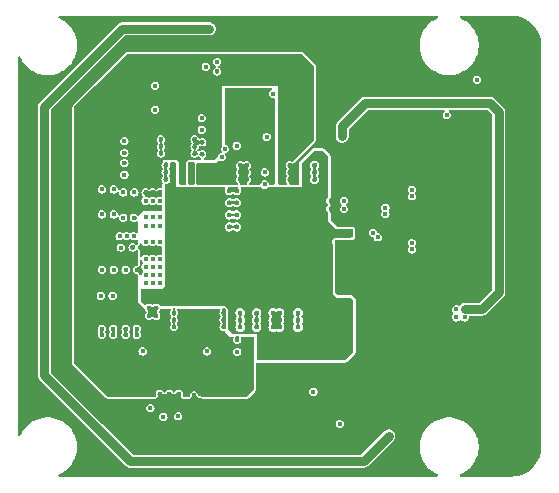
<source format=gbr>
G04 #@! TF.GenerationSoftware,KiCad,Pcbnew,8.0.4*
G04 #@! TF.CreationDate,2025-01-16T23:08:25-08:00*
G04 #@! TF.ProjectId,GMAX4002_MIPI_Breakout,474d4158-3430-4303-925f-4d4950495f42,rev?*
G04 #@! TF.SameCoordinates,Original*
G04 #@! TF.FileFunction,Copper,L3,Inr*
G04 #@! TF.FilePolarity,Positive*
%FSLAX46Y46*%
G04 Gerber Fmt 4.6, Leading zero omitted, Abs format (unit mm)*
G04 Created by KiCad (PCBNEW 8.0.4) date 2025-01-16 23:08:25*
%MOMM*%
%LPD*%
G01*
G04 APERTURE LIST*
G04 #@! TA.AperFunction,ViaPad*
%ADD10C,0.400000*%
G04 #@! TD*
G04 #@! TA.AperFunction,ViaPad*
%ADD11C,0.450000*%
G04 #@! TD*
G04 #@! TA.AperFunction,Conductor*
%ADD12C,0.800000*%
G04 #@! TD*
G04 APERTURE END LIST*
D10*
G04 #@! TO.N,GND*
X16000000Y-28400000D03*
X17900000Y-17850000D03*
X18500000Y-17850000D03*
X17900000Y-16850000D03*
X18500000Y-16850000D03*
X17900000Y-15800000D03*
X18500000Y-15800000D03*
X18500000Y-14800000D03*
X17900000Y-14800000D03*
X27450000Y-5900000D03*
X27450000Y-7350000D03*
X21050000Y-10250000D03*
X18500000Y-11000000D03*
G04 #@! TO.N,VDDIO*
X18500000Y-9350000D03*
X20750000Y-9325000D03*
G04 #@! TO.N,GND*
X32750000Y-37650000D03*
X11600000Y-2350000D03*
X29800000Y-17800000D03*
X30400000Y-19350000D03*
X30650000Y-17300000D03*
X30750000Y-15650000D03*
X33750000Y-18700000D03*
X33750000Y-20250000D03*
G04 #@! TO.N,CAM_D1_P*
X31100000Y-16775000D03*
G04 #@! TO.N,CAM_D1_N*
X31100000Y-16225000D03*
G04 #@! TO.N,CAM_D0_P*
X33350000Y-15275000D03*
G04 #@! TO.N,CAM_D0_N*
X33350000Y-14725000D03*
G04 #@! TO.N,CAM_CLK_N*
X30055545Y-18355545D03*
G04 #@! TO.N,CAM_CLK_P*
X30444455Y-18744455D03*
G04 #@! TO.N,CAM_D2_N*
X33350000Y-19225000D03*
G04 #@! TO.N,CAM_D2_P*
X33350000Y-19775000D03*
G04 #@! TO.N,+5V*
X13950000Y-37700000D03*
G04 #@! TO.N,GND*
X9850000Y-14950000D03*
X8900000Y-14950000D03*
X8900000Y-17100000D03*
X9800000Y-17100000D03*
X9700000Y-19600000D03*
X8700000Y-19610000D03*
X11700000Y-25400000D03*
X8800000Y-33200000D03*
G04 #@! TO.N,VDD*
X19150000Y-21550000D03*
G04 #@! TO.N,VDDA*
X8800000Y-31150000D03*
G04 #@! TO.N,+5V*
X27400000Y-37700000D03*
G04 #@! TO.N,GND*
X36350000Y-23250000D03*
X38450000Y-23250000D03*
X35350000Y-14200000D03*
X35350000Y-15750000D03*
X35350000Y-17250000D03*
X35350000Y-18750000D03*
X35350000Y-20200000D03*
X35350000Y-21800000D03*
X38450000Y-21750000D03*
X38400000Y-20250000D03*
X38400000Y-18750000D03*
X38400000Y-17250000D03*
X38400000Y-15750000D03*
X38400000Y-14250000D03*
X41000000Y-36700000D03*
X41000000Y-35500000D03*
X42000000Y-36700000D03*
X42000000Y-35500000D03*
X42000000Y-30200000D03*
X41000000Y-30200000D03*
X42000000Y-29000000D03*
X41000000Y-29000000D03*
X39100000Y-31500000D03*
X38100000Y-31500000D03*
X39100000Y-32300000D03*
X38100000Y-32300000D03*
X39800000Y-26000000D03*
X41500000Y-26000000D03*
X39800000Y-27300000D03*
X41500000Y-27300000D03*
X39800000Y-11700000D03*
X39800000Y-13000000D03*
X41500000Y-13000000D03*
X41500000Y-11700000D03*
D11*
G04 #@! TO.N,+3V3*
X27450000Y-10200000D03*
X39300000Y-7400000D03*
X38400000Y-7400000D03*
X37100000Y-25500000D03*
X37800000Y-25500000D03*
X37100000Y-24850000D03*
X37800000Y-24850000D03*
D10*
G04 #@! TO.N,GND*
X39300000Y-8400000D03*
X38400000Y-8400000D03*
X42200000Y-3800000D03*
X42200000Y-4400000D03*
X43300000Y-3800000D03*
X43300000Y-4400000D03*
X43300000Y-9400000D03*
X43300000Y-10000000D03*
X42200000Y-10000000D03*
X42200000Y-9400000D03*
G04 #@! TO.N,SCL_3V3*
X38850000Y-5400000D03*
X36300000Y-8400000D03*
G04 #@! TO.N,VDD*
X22500000Y-28900000D03*
X21800000Y-28900000D03*
X23200000Y-28900000D03*
X21100000Y-28900000D03*
X23200000Y-28200000D03*
X22500000Y-28200000D03*
X21800000Y-28200000D03*
X21100000Y-28200000D03*
G04 #@! TO.N,VDDA*
X14700000Y-29500000D03*
X14700000Y-28950000D03*
X14700000Y-28400000D03*
X14100000Y-29500000D03*
X14100000Y-28950000D03*
X14100000Y-28400000D03*
G04 #@! TO.N,GND*
X28410000Y-10750000D03*
X27680000Y-5260200D03*
X16000000Y-2400000D03*
X16400000Y-2800000D03*
X16850000Y-3900000D03*
X16850000Y-4700000D03*
G04 #@! TO.N,CAM_EN*
X15900000Y-4300000D03*
G04 #@! TO.N,Net-(U1-TEXP)*
X11600000Y-7950000D03*
G04 #@! TO.N,Net-(U1-TDIG)*
X11600000Y-5900000D03*
G04 #@! TO.N,VDDIO*
X18100000Y-6400000D03*
X18100000Y-7050000D03*
X18800000Y-6400000D03*
X18800000Y-7050000D03*
X19550000Y-7050000D03*
X19550000Y-6400000D03*
G04 #@! TO.N,GND*
X7100000Y-27000000D03*
X8050000Y-26500000D03*
X9100000Y-27000000D03*
X10050000Y-26500000D03*
X10050000Y-27000000D03*
X9100000Y-26500000D03*
X8050000Y-27000000D03*
X7100000Y-26500000D03*
X10550000Y-28400000D03*
X24050000Y-32250000D03*
X24050000Y-31350000D03*
X24750000Y-30200000D03*
X24300000Y-29700000D03*
X30000000Y-32750000D03*
X30000000Y-31600000D03*
X30000000Y-32187500D03*
X28600000Y-32850000D03*
X28600000Y-32200000D03*
X28600000Y-31550000D03*
X27272500Y-31800000D03*
X27300000Y-33100000D03*
X24900000Y-36350000D03*
X24450000Y-35850000D03*
X11300000Y-34750000D03*
X14950000Y-34450000D03*
X15400000Y-34950000D03*
X15400000Y-32550000D03*
X14900000Y-32100000D03*
X13600000Y-32000000D03*
X12000000Y-32000000D03*
X12800000Y-32000000D03*
G04 #@! TO.N,Net-(U5-SS_CTRL)*
X11200000Y-33200000D03*
X13550000Y-33900000D03*
G04 #@! TO.N,CAM_EN*
X12300000Y-33950000D03*
G04 #@! TO.N,+5V*
X13300000Y-37700000D03*
G04 #@! TO.N,VDD*
X27242500Y-34550000D03*
G04 #@! TO.N,GND*
X30800000Y-34637500D03*
X32000000Y-34637500D03*
X31400000Y-34637500D03*
X13050000Y-36800000D03*
X14250000Y-36800000D03*
X13650000Y-36800000D03*
G04 #@! TO.N,CAM_EN*
X25012500Y-31812500D03*
G04 #@! TO.N,+5V*
X21550000Y-37700000D03*
X31400000Y-35550000D03*
X16200000Y-1100000D03*
G04 #@! TO.N,SDA_1V8*
X17250000Y-11950000D03*
G04 #@! TO.N,SCL_1V8*
X17525000Y-11275000D03*
G04 #@! TO.N,VDDA*
X13600000Y-8800000D03*
X14200000Y-8800000D03*
X13600000Y-9600000D03*
X14200000Y-9600000D03*
X10600000Y-12800000D03*
X11200000Y-12800000D03*
X10600000Y-13600000D03*
X11200000Y-13600000D03*
X10600000Y-11500000D03*
X11200000Y-11500000D03*
X11200000Y-10700000D03*
X10600000Y-10700000D03*
G04 #@! TO.N,GND*
X26500000Y-15650000D03*
X26500000Y-16350000D03*
X33800000Y-15750000D03*
X33800000Y-14250000D03*
X33000000Y-20250000D03*
X33000000Y-18700000D03*
G04 #@! TO.N,Net-(U1-SYS_RST_N)*
X21610000Y-6600000D03*
G04 #@! TO.N,GND*
X20900000Y-14250000D03*
G04 #@! TO.N,CAM_D3_P*
X27600000Y-16350000D03*
G04 #@! TO.N,CAM_D3_N*
X27600000Y-15650000D03*
G04 #@! TO.N,GND*
X28200000Y-19150000D03*
X27600000Y-19150000D03*
X27000000Y-19150000D03*
X18550000Y-27450000D03*
X18550000Y-28450000D03*
X15550000Y-8650000D03*
X15550000Y-9650000D03*
X15600000Y-10700000D03*
X15600000Y-11700000D03*
X9000000Y-12450000D03*
X9000000Y-13450000D03*
X9000000Y-10600000D03*
X9000000Y-11600000D03*
X8100000Y-14690000D03*
X7100000Y-14690000D03*
X8100000Y-16800000D03*
X7100000Y-16800000D03*
X8000000Y-23700000D03*
X7000000Y-23700000D03*
X10100000Y-21500000D03*
X9100000Y-21500000D03*
X7100000Y-21490000D03*
X8100000Y-21500000D03*
X14950000Y-10450000D03*
X14950000Y-11650000D03*
X14950000Y-11050000D03*
X12100000Y-10450000D03*
X12100000Y-11650000D03*
X12100000Y-11050000D03*
G04 #@! TO.N,VDDIO*
X15300000Y-13250000D03*
X15300000Y-12650000D03*
X15301274Y-13850691D03*
X20201274Y-13850691D03*
X20200000Y-12650000D03*
X20200000Y-13250000D03*
G04 #@! TO.N,VTX2L*
X12000000Y-21250000D03*
X10800000Y-21250000D03*
X11400000Y-21250000D03*
G04 #@! TO.N,VDDA*
X23700000Y-11550000D03*
X23700000Y-11000000D03*
X23700000Y-10450000D03*
G04 #@! TO.N,VTX1H*
X9200000Y-18650000D03*
X8600000Y-18650000D03*
X9800000Y-18650000D03*
G04 #@! TO.N,GND*
X19350000Y-12650000D03*
X19350000Y-13850000D03*
X19350000Y-13250000D03*
X18800000Y-12650000D03*
X18800000Y-13850000D03*
X18800000Y-13250000D03*
X25100000Y-12650000D03*
X25100000Y-13850000D03*
X25100000Y-13250000D03*
G04 #@! TO.N,VDDA*
X19500000Y-28500000D03*
X19500000Y-27950000D03*
X19500000Y-27400000D03*
G04 #@! TO.N,VDD*
X11950000Y-24050000D03*
X11400000Y-24050000D03*
X10850000Y-24050000D03*
G04 #@! TO.N,GND*
X22150000Y-25150000D03*
X22150000Y-26350000D03*
X22150000Y-25750000D03*
X23700000Y-25150000D03*
X23700000Y-26350000D03*
X23700000Y-25750000D03*
X20200000Y-25150000D03*
X20200000Y-26350000D03*
X20200000Y-25750000D03*
X21600000Y-25150000D03*
X21600000Y-26350000D03*
X21600000Y-25750000D03*
X18800000Y-25150000D03*
X18800000Y-26350000D03*
X18800000Y-25750000D03*
X17400000Y-25150000D03*
X17400000Y-26350000D03*
X17400000Y-25750000D03*
X13200000Y-25150000D03*
X13200000Y-26350000D03*
X13200000Y-25750000D03*
X11100000Y-25400000D03*
X11700000Y-24750000D03*
X11100000Y-24750000D03*
X10800000Y-19850000D03*
X12000000Y-19850000D03*
X11400000Y-19850000D03*
X10800000Y-14950000D03*
X12000000Y-14950000D03*
X11400000Y-14950000D03*
X12500000Y-12650000D03*
X12500000Y-13850000D03*
X12500000Y-13250000D03*
X14600000Y-12650000D03*
X14600000Y-13850000D03*
X14600000Y-13250000D03*
X23000000Y-13850000D03*
X23000000Y-12650000D03*
X23000000Y-13250000D03*
G04 #@! TO.N,CLOCK*
X20900000Y-13250000D03*
G04 #@! TO.N,VDD*
X13200000Y-13250000D03*
X13200000Y-12650000D03*
X13200000Y-13850000D03*
G04 #@! TO.N,VDDA*
X22300000Y-13750000D03*
X22300000Y-13200000D03*
X22300000Y-12650000D03*
G04 #@! TO.N,VDD*
X24400000Y-13250000D03*
X24400000Y-12700000D03*
X24400000Y-13800000D03*
X27600000Y-18450000D03*
X27050000Y-18450000D03*
X28150000Y-18450000D03*
X18100000Y-26300000D03*
X20900000Y-26300000D03*
X24400000Y-26300000D03*
X26500000Y-26300000D03*
X23000000Y-26300000D03*
X18100000Y-25200000D03*
X20900000Y-25200000D03*
X24400000Y-25200000D03*
X26500000Y-25200000D03*
X23000000Y-25200000D03*
G04 #@! TO.N,VDDA*
X15300000Y-25200000D03*
X15300000Y-25750000D03*
X15300000Y-26300000D03*
X13900000Y-13850000D03*
X13900000Y-13250000D03*
X13900000Y-12650000D03*
X12000000Y-14250000D03*
X11400000Y-14250000D03*
X10850000Y-14250000D03*
X12000000Y-16350000D03*
G04 #@! TO.N,VDD*
X18100000Y-25750000D03*
X20900000Y-25750000D03*
X23000000Y-25750000D03*
X26500000Y-25750000D03*
X24400000Y-25750000D03*
G04 #@! TO.N,VTX1L*
X10800000Y-20550000D03*
G04 #@! TO.N,VCPPI*
X10800000Y-17050000D03*
G04 #@! TO.N,VCPPO*
X10800000Y-15650000D03*
G04 #@! TO.N,VGRSTH*
X10800000Y-17750000D03*
G04 #@! TO.N,VTX2H*
X10800000Y-19150000D03*
G04 #@! TO.N,VTX1L*
X12000000Y-20550000D03*
G04 #@! TO.N,VCPPI*
X12000000Y-17050000D03*
G04 #@! TO.N,VCPPO*
X12000000Y-15650000D03*
G04 #@! TO.N,VGRSTH*
X12000000Y-17750000D03*
G04 #@! TO.N,VTX2H*
X12000000Y-19150000D03*
G04 #@! TO.N,VCPPO*
X11400000Y-15650000D03*
G04 #@! TO.N,VDDA*
X11400000Y-16350000D03*
G04 #@! TO.N,VCPPI*
X11400000Y-17050000D03*
G04 #@! TO.N,VGRSTH*
X11400000Y-17750000D03*
G04 #@! TO.N,VTX2H*
X11400000Y-19150000D03*
G04 #@! TO.N,VTX1L*
X11400000Y-20550000D03*
G04 #@! TO.N,VGRSTL*
X10800000Y-21950000D03*
X12000000Y-21950000D03*
X11400000Y-21950000D03*
G04 #@! TO.N,VCPNI*
X10800000Y-22650000D03*
X11400000Y-22650000D03*
X12000000Y-22650000D03*
G04 #@! TO.N,VDDA*
X10800000Y-16350000D03*
G04 #@! TD*
D12*
G04 #@! TO.N,+5V*
X8800000Y-1100000D02*
X16200000Y-1100000D01*
X2200000Y-30400000D02*
X2200000Y-7700000D01*
X9500000Y-37700000D02*
X2200000Y-30400000D01*
X2200000Y-7700000D02*
X8800000Y-1100000D01*
X31400000Y-35550000D02*
X29250000Y-37700000D01*
X29250000Y-37700000D02*
X9500000Y-37700000D01*
G04 #@! TO.N,+3V3*
X40700000Y-23400000D02*
X39250000Y-24850000D01*
X39950000Y-7400000D02*
X40700000Y-8150000D01*
X40700000Y-8150000D02*
X40700000Y-23400000D01*
X29400000Y-7400000D02*
X39950000Y-7400000D01*
X39250000Y-24850000D02*
X37800000Y-24850000D01*
X27450000Y-9350000D02*
X29400000Y-7400000D01*
X27450000Y-10200000D02*
X27450000Y-9350000D01*
G04 #@! TD*
G04 #@! TA.AperFunction,Conductor*
G04 #@! TO.N,VDDIO*
G36*
X21465090Y-6118907D02*
G01*
X21501054Y-6168407D01*
X21501054Y-6229593D01*
X21465090Y-6279093D01*
X21451850Y-6287205D01*
X21401413Y-6312905D01*
X21322905Y-6391413D01*
X21272500Y-6490338D01*
X21272500Y-6490339D01*
X21255131Y-6600000D01*
X21272500Y-6709661D01*
X21322905Y-6808587D01*
X21401413Y-6887095D01*
X21500339Y-6937500D01*
X21584487Y-6950828D01*
X21609999Y-6954869D01*
X21609999Y-6954868D01*
X21610000Y-6954869D01*
X21635512Y-6950828D01*
X21695944Y-6960399D01*
X21739209Y-7003663D01*
X21750000Y-7048609D01*
X21750000Y-9299683D01*
X21749999Y-9300193D01*
X21724762Y-14196010D01*
X21705555Y-14254103D01*
X21655870Y-14289811D01*
X21625763Y-14294500D01*
X21346471Y-14294500D01*
X21288280Y-14275593D01*
X21252316Y-14226093D01*
X21248690Y-14210988D01*
X21247721Y-14204869D01*
X21237500Y-14140339D01*
X21187095Y-14041413D01*
X21108587Y-13962905D01*
X21009661Y-13912500D01*
X20900000Y-13895131D01*
X20790338Y-13912500D01*
X20691413Y-13962905D01*
X20612905Y-14041413D01*
X20562500Y-14140338D01*
X20551310Y-14210988D01*
X20523532Y-14265504D01*
X20469015Y-14293281D01*
X20453529Y-14294500D01*
X19640189Y-14294500D01*
X19581998Y-14275593D01*
X19546034Y-14226093D01*
X19546034Y-14164907D01*
X19570183Y-14125498D01*
X19637095Y-14058587D01*
X19687500Y-13959661D01*
X19704869Y-13850000D01*
X19687500Y-13740339D01*
X19637095Y-13641413D01*
X19615683Y-13620001D01*
X19587908Y-13565487D01*
X19597479Y-13505055D01*
X19615682Y-13479999D01*
X19637095Y-13458587D01*
X19687500Y-13359661D01*
X19704869Y-13250000D01*
X20545131Y-13250000D01*
X20562500Y-13359661D01*
X20612905Y-13458587D01*
X20691413Y-13537095D01*
X20790339Y-13587500D01*
X20900000Y-13604869D01*
X21009661Y-13587500D01*
X21108587Y-13537095D01*
X21187095Y-13458587D01*
X21237500Y-13359661D01*
X21254869Y-13250000D01*
X21237500Y-13140339D01*
X21187095Y-13041413D01*
X21108587Y-12962905D01*
X21009661Y-12912500D01*
X20900000Y-12895131D01*
X20790338Y-12912500D01*
X20691413Y-12962905D01*
X20612905Y-13041413D01*
X20562500Y-13140338D01*
X20562500Y-13140339D01*
X20545131Y-13250000D01*
X19704869Y-13250000D01*
X19687500Y-13140339D01*
X19637095Y-13041413D01*
X19615683Y-13020001D01*
X19587908Y-12965487D01*
X19597479Y-12905055D01*
X19615682Y-12879999D01*
X19637095Y-12858587D01*
X19687500Y-12759661D01*
X19704869Y-12650000D01*
X19687500Y-12540339D01*
X19637095Y-12441413D01*
X19558587Y-12362905D01*
X19459661Y-12312500D01*
X19350000Y-12295131D01*
X19240338Y-12312500D01*
X19141410Y-12362906D01*
X19135108Y-12367486D01*
X19133450Y-12365205D01*
X19090462Y-12387095D01*
X19030032Y-12377508D01*
X19015357Y-12366845D01*
X19014892Y-12367486D01*
X19008589Y-12362906D01*
X18909661Y-12312500D01*
X18800000Y-12295131D01*
X18690338Y-12312500D01*
X18591413Y-12362905D01*
X18512905Y-12441413D01*
X18462500Y-12540338D01*
X18462500Y-12540339D01*
X18445131Y-12650000D01*
X18462500Y-12759661D01*
X18512905Y-12858587D01*
X18534316Y-12879998D01*
X18562092Y-12934513D01*
X18552521Y-12994945D01*
X18534317Y-13020000D01*
X18512905Y-13041413D01*
X18462500Y-13140338D01*
X18462500Y-13140339D01*
X18445131Y-13250000D01*
X18462500Y-13359661D01*
X18512905Y-13458587D01*
X18534316Y-13479998D01*
X18562092Y-13534513D01*
X18552521Y-13594945D01*
X18534317Y-13620000D01*
X18516550Y-13637768D01*
X18512905Y-13641413D01*
X18462500Y-13740338D01*
X18462500Y-13740339D01*
X18445131Y-13850000D01*
X18462500Y-13959661D01*
X18512905Y-14058587D01*
X18585316Y-14130998D01*
X18613092Y-14185513D01*
X18603521Y-14245945D01*
X18560256Y-14289210D01*
X18515311Y-14300000D01*
X17520012Y-14300000D01*
X17500698Y-14298098D01*
X17482610Y-14294500D01*
X15199000Y-14294500D01*
X15140809Y-14275593D01*
X15104845Y-14226093D01*
X15100000Y-14195500D01*
X15100000Y-12549000D01*
X15118907Y-12490809D01*
X15168407Y-12454845D01*
X15199000Y-12450000D01*
X16775000Y-12450000D01*
X16955107Y-12269892D01*
X17009622Y-12242116D01*
X17070050Y-12251686D01*
X17140337Y-12287499D01*
X17140339Y-12287500D01*
X17250000Y-12304869D01*
X17359661Y-12287500D01*
X17458587Y-12237095D01*
X17537095Y-12158587D01*
X17587500Y-12059661D01*
X17604869Y-11950000D01*
X17587500Y-11840339D01*
X17545461Y-11757833D01*
X17535890Y-11697404D01*
X17563667Y-11642887D01*
X17618180Y-11615110D01*
X17634661Y-11612500D01*
X17733587Y-11562095D01*
X17812095Y-11483587D01*
X17862500Y-11384661D01*
X17879869Y-11275000D01*
X17862500Y-11165339D01*
X17812095Y-11066413D01*
X17745682Y-11000000D01*
X18145131Y-11000000D01*
X18162500Y-11109661D01*
X18212905Y-11208587D01*
X18291413Y-11287095D01*
X18390339Y-11337500D01*
X18500000Y-11354869D01*
X18609661Y-11337500D01*
X18708587Y-11287095D01*
X18787095Y-11208587D01*
X18837500Y-11109661D01*
X18854869Y-11000000D01*
X18853125Y-10988992D01*
X18852117Y-10982630D01*
X18837500Y-10890339D01*
X18787095Y-10791413D01*
X18708587Y-10712905D01*
X18609661Y-10662500D01*
X18500000Y-10645131D01*
X18390338Y-10662500D01*
X18291413Y-10712905D01*
X18212905Y-10791413D01*
X18162500Y-10890338D01*
X18146875Y-10988992D01*
X18145131Y-11000000D01*
X17745682Y-11000000D01*
X17733587Y-10987905D01*
X17634661Y-10937500D01*
X17593511Y-10930982D01*
X17538995Y-10903203D01*
X17511219Y-10848686D01*
X17510000Y-10833201D01*
X17510000Y-10250000D01*
X20695131Y-10250000D01*
X20712500Y-10359661D01*
X20762905Y-10458587D01*
X20841413Y-10537095D01*
X20940339Y-10587500D01*
X21050000Y-10604869D01*
X21159661Y-10587500D01*
X21258587Y-10537095D01*
X21337095Y-10458587D01*
X21387500Y-10359661D01*
X21404869Y-10250000D01*
X21387500Y-10140339D01*
X21337095Y-10041413D01*
X21258587Y-9962905D01*
X21159661Y-9912500D01*
X21050000Y-9895131D01*
X20940338Y-9912500D01*
X20841413Y-9962905D01*
X20762905Y-10041413D01*
X20712500Y-10140338D01*
X20712500Y-10140339D01*
X20695131Y-10250000D01*
X17510000Y-10250000D01*
X17510000Y-6199000D01*
X17528907Y-6140809D01*
X17578407Y-6104845D01*
X17609000Y-6100000D01*
X21406899Y-6100000D01*
X21465090Y-6118907D01*
G37*
G04 #@! TD.AperFunction*
G04 #@! TD*
G04 #@! TA.AperFunction,Conductor*
G04 #@! TO.N,VDDA*
G36*
X24057183Y-3218907D02*
G01*
X24068996Y-3228996D01*
X25061004Y-4221004D01*
X25088781Y-4275521D01*
X25090000Y-4291008D01*
X25090000Y-10458992D01*
X25071093Y-10517183D01*
X25061004Y-10528996D01*
X23271708Y-12318291D01*
X23217191Y-12346068D01*
X23156760Y-12336497D01*
X23109662Y-12312500D01*
X23109663Y-12312500D01*
X23000000Y-12295131D01*
X22890338Y-12312500D01*
X22791413Y-12362905D01*
X22712905Y-12441413D01*
X22662500Y-12540338D01*
X22659440Y-12559661D01*
X22645131Y-12650000D01*
X22662500Y-12759661D01*
X22712905Y-12858587D01*
X22734316Y-12879998D01*
X22762092Y-12934513D01*
X22752521Y-12994945D01*
X22734317Y-13020000D01*
X22722817Y-13031501D01*
X22712905Y-13041413D01*
X22662500Y-13140338D01*
X22662500Y-13140339D01*
X22645131Y-13250000D01*
X22662500Y-13359661D01*
X22712905Y-13458587D01*
X22734316Y-13479998D01*
X22762092Y-13534513D01*
X22752521Y-13594945D01*
X22734317Y-13620000D01*
X22722817Y-13631501D01*
X22712905Y-13641413D01*
X22662500Y-13740338D01*
X22662391Y-13741030D01*
X22645131Y-13850000D01*
X22662500Y-13959661D01*
X22712905Y-14058587D01*
X22779816Y-14125498D01*
X22807592Y-14180013D01*
X22798021Y-14240445D01*
X22754756Y-14283710D01*
X22709811Y-14294500D01*
X22139000Y-14294500D01*
X22080809Y-14275593D01*
X22044845Y-14226093D01*
X22040000Y-14195500D01*
X22040000Y-5900001D01*
X22040000Y-5900000D01*
X22039999Y-5900000D01*
X17240001Y-5900000D01*
X17240000Y-5900000D01*
X17240000Y-5900001D01*
X17240000Y-11038534D01*
X17229210Y-11083477D01*
X17228143Y-11085573D01*
X17187500Y-11165338D01*
X17172731Y-11258587D01*
X17170131Y-11275000D01*
X17187500Y-11384661D01*
X17228375Y-11464883D01*
X17237946Y-11525314D01*
X17210169Y-11579830D01*
X17210169Y-11579831D01*
X17207239Y-11582761D01*
X17152725Y-11610538D01*
X17140340Y-11612499D01*
X17140337Y-11612500D01*
X17041413Y-11662905D01*
X16962905Y-11741413D01*
X16912500Y-11840337D01*
X16912500Y-11840339D01*
X16910538Y-11852725D01*
X16882761Y-11907237D01*
X16618997Y-12171003D01*
X16564480Y-12198781D01*
X16548993Y-12200000D01*
X15803101Y-12200000D01*
X15744910Y-12181093D01*
X15708946Y-12131593D01*
X15708946Y-12070407D01*
X15744910Y-12020907D01*
X15758149Y-12012794D01*
X15808587Y-11987095D01*
X15887095Y-11908587D01*
X15937500Y-11809661D01*
X15954869Y-11700000D01*
X15937500Y-11590339D01*
X15887095Y-11491413D01*
X15808587Y-11412905D01*
X15709661Y-11362500D01*
X15600000Y-11345131D01*
X15490338Y-11362500D01*
X15391410Y-11412906D01*
X15391410Y-11412907D01*
X15370000Y-11434316D01*
X15315482Y-11462092D01*
X15255051Y-11452518D01*
X15229998Y-11434316D01*
X15215683Y-11420001D01*
X15187908Y-11365487D01*
X15197479Y-11305055D01*
X15215682Y-11279999D01*
X15237095Y-11258587D01*
X15287500Y-11159661D01*
X15299234Y-11085571D01*
X15327011Y-11031056D01*
X15381527Y-11003278D01*
X15441957Y-11012848D01*
X15490337Y-11037499D01*
X15490339Y-11037500D01*
X15600000Y-11054869D01*
X15709661Y-11037500D01*
X15808587Y-10987095D01*
X15887095Y-10908587D01*
X15937500Y-10809661D01*
X15954869Y-10700000D01*
X15937500Y-10590339D01*
X15887095Y-10491413D01*
X15808587Y-10412905D01*
X15709661Y-10362500D01*
X15600000Y-10345131D01*
X15490338Y-10362500D01*
X15425769Y-10395400D01*
X15365337Y-10404971D01*
X15310820Y-10377193D01*
X15292144Y-10346716D01*
X15291037Y-10347281D01*
X15287499Y-10340338D01*
X15237095Y-10241413D01*
X15158587Y-10162905D01*
X15059661Y-10112500D01*
X14950000Y-10095131D01*
X14840338Y-10112500D01*
X14741413Y-10162905D01*
X14662905Y-10241413D01*
X14612500Y-10340338D01*
X14609440Y-10359661D01*
X14595131Y-10450000D01*
X14612500Y-10559661D01*
X14662905Y-10658587D01*
X14684316Y-10679998D01*
X14712092Y-10734513D01*
X14702521Y-10794945D01*
X14684317Y-10820000D01*
X14662905Y-10841413D01*
X14612500Y-10940338D01*
X14598132Y-11031056D01*
X14595131Y-11050000D01*
X14612500Y-11159661D01*
X14662905Y-11258587D01*
X14684316Y-11279998D01*
X14712092Y-11334513D01*
X14702521Y-11394945D01*
X14684317Y-11420000D01*
X14670004Y-11434314D01*
X14662905Y-11441413D01*
X14612500Y-11540338D01*
X14598320Y-11629869D01*
X14595131Y-11650000D01*
X14612500Y-11759661D01*
X14662905Y-11858587D01*
X14741413Y-11937095D01*
X14840339Y-11987500D01*
X14930238Y-12001739D01*
X14939582Y-12003219D01*
X14948924Y-12007979D01*
X14960418Y-12003219D01*
X14968400Y-12001954D01*
X15059661Y-11987500D01*
X15158587Y-11937095D01*
X15179998Y-11915683D01*
X15234513Y-11887908D01*
X15294945Y-11897479D01*
X15320000Y-11915682D01*
X15391413Y-11987095D01*
X15441845Y-12012791D01*
X15485109Y-12056055D01*
X15494680Y-12116487D01*
X15466903Y-12171004D01*
X15412386Y-12198781D01*
X15396899Y-12200000D01*
X14975906Y-12200000D01*
X14953890Y-12192846D01*
X14924094Y-12200000D01*
X14390000Y-12200000D01*
X14240000Y-12350000D01*
X14240000Y-12350001D01*
X14240000Y-14195500D01*
X14221093Y-14253691D01*
X14171593Y-14289655D01*
X14141000Y-14294500D01*
X13739000Y-14294500D01*
X13680809Y-14275593D01*
X13644845Y-14226093D01*
X13640000Y-14195500D01*
X13640000Y-12350001D01*
X13640000Y-12350000D01*
X13490000Y-12200000D01*
X13489999Y-12200000D01*
X13363402Y-12200000D01*
X13344088Y-12198098D01*
X13326000Y-12194500D01*
X12942867Y-12194500D01*
X12942860Y-12194500D01*
X12902188Y-12199314D01*
X12890553Y-12200000D01*
X12240001Y-12200000D01*
X12240000Y-12200000D01*
X12240000Y-12200001D01*
X12240000Y-12373310D01*
X12221093Y-12431501D01*
X12214486Y-12439237D01*
X12212906Y-12441410D01*
X12162500Y-12540338D01*
X12145131Y-12649999D01*
X12145131Y-12650000D01*
X12162500Y-12759661D01*
X12212906Y-12858589D01*
X12217486Y-12864892D01*
X12215807Y-12866111D01*
X12238781Y-12911202D01*
X12240000Y-12926689D01*
X12240000Y-12973310D01*
X12221093Y-13031501D01*
X12214486Y-13039237D01*
X12212906Y-13041410D01*
X12162500Y-13140338D01*
X12145131Y-13249999D01*
X12145131Y-13250000D01*
X12162500Y-13359661D01*
X12212906Y-13458589D01*
X12217486Y-13464892D01*
X12215807Y-13466111D01*
X12238781Y-13511202D01*
X12240000Y-13526689D01*
X12240000Y-13573310D01*
X12221093Y-13631501D01*
X12214486Y-13639237D01*
X12212906Y-13641410D01*
X12162500Y-13740338D01*
X12145131Y-13849999D01*
X12145131Y-13850000D01*
X12162500Y-13959661D01*
X12212906Y-14058589D01*
X12217486Y-14064892D01*
X12215807Y-14066111D01*
X12238781Y-14111202D01*
X12240000Y-14126689D01*
X12240000Y-14155881D01*
X12232464Y-14193766D01*
X12210143Y-14247653D01*
X12194500Y-14326295D01*
X12194500Y-14510023D01*
X12175593Y-14568214D01*
X12126093Y-14604178D01*
X12080013Y-14607804D01*
X12000001Y-14595131D01*
X12000000Y-14595131D01*
X11890338Y-14612500D01*
X11882017Y-14616740D01*
X11791413Y-14662905D01*
X11770001Y-14684316D01*
X11715487Y-14712092D01*
X11655055Y-14702521D01*
X11629999Y-14684317D01*
X11608587Y-14662905D01*
X11509661Y-14612500D01*
X11400000Y-14595131D01*
X11290338Y-14612500D01*
X11282017Y-14616740D01*
X11191413Y-14662905D01*
X11170001Y-14684316D01*
X11115487Y-14712092D01*
X11055055Y-14702521D01*
X11029999Y-14684317D01*
X11008587Y-14662905D01*
X10909661Y-14612500D01*
X10800000Y-14595131D01*
X10690338Y-14612500D01*
X10591413Y-14662905D01*
X10512905Y-14741413D01*
X10462500Y-14840338D01*
X10452009Y-14906578D01*
X10445131Y-14950000D01*
X10462500Y-15059661D01*
X10512905Y-15158587D01*
X10584316Y-15229998D01*
X10612092Y-15284513D01*
X10602521Y-15344945D01*
X10584317Y-15370000D01*
X10512905Y-15441413D01*
X10462500Y-15540338D01*
X10462500Y-15540339D01*
X10445131Y-15650000D01*
X10462500Y-15759661D01*
X10512905Y-15858587D01*
X10591413Y-15937095D01*
X10690339Y-15987500D01*
X10800000Y-16004869D01*
X10909661Y-15987500D01*
X11008587Y-15937095D01*
X11029998Y-15915683D01*
X11084513Y-15887908D01*
X11144945Y-15897479D01*
X11170000Y-15915682D01*
X11191413Y-15937095D01*
X11290339Y-15987500D01*
X11400000Y-16004869D01*
X11509661Y-15987500D01*
X11608587Y-15937095D01*
X11629998Y-15915683D01*
X11684513Y-15887908D01*
X11744945Y-15897479D01*
X11770000Y-15915682D01*
X11791413Y-15937095D01*
X11890339Y-15987500D01*
X12000000Y-16004869D01*
X12080014Y-15992195D01*
X12140444Y-16001766D01*
X12183709Y-16045030D01*
X12194500Y-16089976D01*
X12194500Y-16309490D01*
X12195133Y-16325626D01*
X12196044Y-16337202D01*
X12196184Y-16338380D01*
X12196184Y-16338970D01*
X12196197Y-16339136D01*
X12196184Y-16339137D01*
X12196184Y-16360860D01*
X12196197Y-16360862D01*
X12196184Y-16361027D01*
X12196184Y-16361618D01*
X12196044Y-16362795D01*
X12195133Y-16374371D01*
X12194500Y-16390507D01*
X12194500Y-16451000D01*
X12175593Y-16509191D01*
X12126093Y-16545155D01*
X12095500Y-16550000D01*
X10589999Y-16550000D01*
X10237015Y-16902984D01*
X10182499Y-16930761D01*
X10122067Y-16921190D01*
X10093087Y-16896439D01*
X10092604Y-16896923D01*
X10087096Y-16891415D01*
X10087095Y-16891413D01*
X10008587Y-16812905D01*
X9909661Y-16762500D01*
X9800000Y-16745131D01*
X9690338Y-16762500D01*
X9591413Y-16812905D01*
X9512905Y-16891413D01*
X9462500Y-16990338D01*
X9447781Y-17083268D01*
X9441141Y-17096297D01*
X9447780Y-17116730D01*
X9462500Y-17209661D01*
X9512905Y-17308587D01*
X9591413Y-17387095D01*
X9690339Y-17437500D01*
X9800000Y-17454869D01*
X9909661Y-17437500D01*
X9996056Y-17393479D01*
X10056486Y-17383908D01*
X10111003Y-17411685D01*
X10138781Y-17466201D01*
X10140000Y-17481689D01*
X10140000Y-18268310D01*
X10121093Y-18326501D01*
X10071593Y-18362465D01*
X10010407Y-18362465D01*
X9996058Y-18356521D01*
X9909661Y-18312500D01*
X9800000Y-18295131D01*
X9690338Y-18312500D01*
X9662860Y-18326501D01*
X9591413Y-18362905D01*
X9570001Y-18384316D01*
X9515487Y-18412092D01*
X9455055Y-18402521D01*
X9429999Y-18384317D01*
X9408587Y-18362905D01*
X9309661Y-18312500D01*
X9200000Y-18295131D01*
X9090338Y-18312500D01*
X9062860Y-18326501D01*
X8991413Y-18362905D01*
X8970001Y-18384316D01*
X8915487Y-18412092D01*
X8855055Y-18402521D01*
X8829999Y-18384317D01*
X8808587Y-18362905D01*
X8709661Y-18312500D01*
X8600000Y-18295131D01*
X8490338Y-18312500D01*
X8391413Y-18362905D01*
X8312905Y-18441413D01*
X8262500Y-18540338D01*
X8262500Y-18540339D01*
X8245131Y-18650000D01*
X8262500Y-18759661D01*
X8312905Y-18858587D01*
X8391413Y-18937095D01*
X8490339Y-18987500D01*
X8600000Y-19004869D01*
X8709661Y-18987500D01*
X8808587Y-18937095D01*
X8829998Y-18915683D01*
X8884513Y-18887908D01*
X8944945Y-18897479D01*
X8970000Y-18915682D01*
X8991413Y-18937095D01*
X9090339Y-18987500D01*
X9200000Y-19004869D01*
X9309661Y-18987500D01*
X9408587Y-18937095D01*
X9429998Y-18915683D01*
X9484513Y-18887908D01*
X9544945Y-18897479D01*
X9570000Y-18915682D01*
X9591413Y-18937095D01*
X9690339Y-18987500D01*
X9800000Y-19004869D01*
X9909661Y-18987500D01*
X9996056Y-18943479D01*
X10056486Y-18933908D01*
X10111003Y-18961685D01*
X10138781Y-19016201D01*
X10140000Y-19031689D01*
X10140000Y-19305311D01*
X10121093Y-19363502D01*
X10071593Y-19399466D01*
X10010407Y-19399466D01*
X9970998Y-19375316D01*
X9908587Y-19312905D01*
X9809661Y-19262500D01*
X9700000Y-19245131D01*
X9590338Y-19262500D01*
X9491413Y-19312905D01*
X9412905Y-19391413D01*
X9362500Y-19490338D01*
X9362500Y-19490339D01*
X9345131Y-19600000D01*
X9362500Y-19709661D01*
X9412905Y-19808587D01*
X9491413Y-19887095D01*
X9590339Y-19937500D01*
X9700000Y-19954869D01*
X9809661Y-19937500D01*
X9908587Y-19887095D01*
X9970998Y-19824683D01*
X10025513Y-19796908D01*
X10085945Y-19806479D01*
X10129210Y-19849744D01*
X10140000Y-19894689D01*
X10140000Y-21054241D01*
X10121093Y-21112432D01*
X10071593Y-21148396D01*
X10056489Y-21152022D01*
X9990338Y-21162500D01*
X9891413Y-21212905D01*
X9812905Y-21291413D01*
X9762500Y-21390338D01*
X9762500Y-21390339D01*
X9745131Y-21500000D01*
X9762500Y-21609661D01*
X9812905Y-21708587D01*
X9891413Y-21787095D01*
X9970711Y-21827499D01*
X9990339Y-21837500D01*
X10056487Y-21847977D01*
X10111004Y-21875755D01*
X10138781Y-21930271D01*
X10140000Y-21945758D01*
X10140000Y-24250000D01*
X10665000Y-24775000D01*
X10665001Y-24775000D01*
X10666686Y-24775698D01*
X10722728Y-24793907D01*
X10758692Y-24843407D01*
X10762317Y-24858506D01*
X10762500Y-24859661D01*
X10812905Y-24958587D01*
X10859316Y-25004998D01*
X10887092Y-25059513D01*
X10877521Y-25119945D01*
X10859317Y-25145000D01*
X10812905Y-25191413D01*
X10762500Y-25290338D01*
X10749775Y-25370682D01*
X10745131Y-25400000D01*
X10762500Y-25509661D01*
X10812905Y-25608587D01*
X10891413Y-25687095D01*
X10990339Y-25737500D01*
X11100000Y-25754869D01*
X11209661Y-25737500D01*
X11308587Y-25687095D01*
X11329998Y-25665683D01*
X11384513Y-25637908D01*
X11444945Y-25647479D01*
X11470000Y-25665682D01*
X11491413Y-25687095D01*
X11590339Y-25737500D01*
X11700000Y-25754869D01*
X11809661Y-25737500D01*
X11908587Y-25687095D01*
X11987095Y-25608587D01*
X12037500Y-25509661D01*
X12054869Y-25400000D01*
X12037500Y-25290339D01*
X11987095Y-25191413D01*
X11940683Y-25145001D01*
X11912908Y-25090487D01*
X11922479Y-25030055D01*
X11940682Y-25004999D01*
X11987095Y-24958587D01*
X12037500Y-24859661D01*
X12037682Y-24858509D01*
X12038212Y-24857469D01*
X12039907Y-24852253D01*
X12040733Y-24852521D01*
X12065461Y-24803995D01*
X12119979Y-24776218D01*
X12135463Y-24775000D01*
X12840311Y-24775000D01*
X12898502Y-24793907D01*
X12934466Y-24843407D01*
X12934466Y-24904593D01*
X12916296Y-24934243D01*
X12917486Y-24935108D01*
X12912906Y-24941410D01*
X12862500Y-25040338D01*
X12862500Y-25040339D01*
X12845131Y-25150000D01*
X12862500Y-25259661D01*
X12912905Y-25358587D01*
X12934316Y-25379998D01*
X12962092Y-25434513D01*
X12952521Y-25494945D01*
X12934317Y-25520000D01*
X12912905Y-25541413D01*
X12862500Y-25640338D01*
X12855095Y-25687094D01*
X12845131Y-25750000D01*
X12862500Y-25859661D01*
X12912905Y-25958587D01*
X12934316Y-25979998D01*
X12962092Y-26034513D01*
X12952521Y-26094945D01*
X12934317Y-26120000D01*
X12912905Y-26141413D01*
X12862500Y-26240338D01*
X12862500Y-26240339D01*
X12845131Y-26350000D01*
X12862500Y-26459661D01*
X12912905Y-26558587D01*
X12991413Y-26637095D01*
X13090339Y-26687500D01*
X13200000Y-26704869D01*
X13309661Y-26687500D01*
X13408587Y-26637095D01*
X13487095Y-26558587D01*
X13537500Y-26459661D01*
X13554869Y-26350000D01*
X13537500Y-26240339D01*
X13487095Y-26141413D01*
X13465683Y-26120001D01*
X13437908Y-26065487D01*
X13447479Y-26005055D01*
X13465682Y-25979999D01*
X13487095Y-25958587D01*
X13537500Y-25859661D01*
X13554869Y-25750000D01*
X13537500Y-25640339D01*
X13487095Y-25541413D01*
X13465683Y-25520001D01*
X13437908Y-25465487D01*
X13447479Y-25405055D01*
X13465682Y-25379999D01*
X13487095Y-25358587D01*
X13537500Y-25259661D01*
X13554869Y-25150000D01*
X13537500Y-25040339D01*
X13487095Y-24941413D01*
X13487094Y-24941412D01*
X13487093Y-24941410D01*
X13482514Y-24935108D01*
X13484439Y-24933709D01*
X13461908Y-24889487D01*
X13471479Y-24829055D01*
X13514744Y-24785790D01*
X13559689Y-24775000D01*
X17040311Y-24775000D01*
X17098502Y-24793907D01*
X17134466Y-24843407D01*
X17134466Y-24904593D01*
X17116296Y-24934243D01*
X17117486Y-24935108D01*
X17112906Y-24941410D01*
X17062500Y-25040338D01*
X17062500Y-25040339D01*
X17045131Y-25150000D01*
X17062500Y-25259661D01*
X17112905Y-25358587D01*
X17134316Y-25379998D01*
X17162092Y-25434513D01*
X17152521Y-25494945D01*
X17134317Y-25520000D01*
X17112905Y-25541413D01*
X17062500Y-25640338D01*
X17055095Y-25687094D01*
X17045131Y-25750000D01*
X17062500Y-25859661D01*
X17112905Y-25958587D01*
X17134316Y-25979998D01*
X17162092Y-26034513D01*
X17152521Y-26094945D01*
X17134317Y-26120000D01*
X17112905Y-26141413D01*
X17062500Y-26240338D01*
X17062500Y-26240339D01*
X17045131Y-26350000D01*
X17062500Y-26459661D01*
X17112905Y-26558587D01*
X17191413Y-26637095D01*
X17290339Y-26687500D01*
X17400000Y-26704869D01*
X17432075Y-26699788D01*
X17492503Y-26709358D01*
X17517564Y-26727565D01*
X17789999Y-26999999D01*
X17940000Y-27150000D01*
X18147929Y-27150000D01*
X18206120Y-27168907D01*
X18242084Y-27218407D01*
X18242084Y-27279593D01*
X18236139Y-27293945D01*
X18212500Y-27340338D01*
X18210199Y-27354869D01*
X18195131Y-27450000D01*
X18212500Y-27559661D01*
X18262905Y-27658587D01*
X18341413Y-27737095D01*
X18440339Y-27787500D01*
X18550000Y-27804869D01*
X18659661Y-27787500D01*
X18758587Y-27737095D01*
X18837095Y-27658587D01*
X18887500Y-27559661D01*
X18904869Y-27450000D01*
X18887500Y-27340339D01*
X18863860Y-27293944D01*
X18854290Y-27233513D01*
X18882067Y-27178996D01*
X18936584Y-27151219D01*
X18952071Y-27150000D01*
X19891000Y-27150000D01*
X19949191Y-27168907D01*
X19985155Y-27218407D01*
X19990000Y-27249000D01*
X19990000Y-31608992D01*
X19971093Y-31667183D01*
X19961004Y-31678996D01*
X19418996Y-32221004D01*
X19364479Y-32248781D01*
X19348992Y-32250000D01*
X15607027Y-32250000D01*
X15562083Y-32239210D01*
X15509661Y-32212500D01*
X15400000Y-32195131D01*
X15399997Y-32195131D01*
X15369355Y-32199984D01*
X15308923Y-32190412D01*
X15265659Y-32147147D01*
X15256184Y-32107680D01*
X15256088Y-32107696D01*
X15255894Y-32106474D01*
X15254869Y-32102203D01*
X15254869Y-32099999D01*
X15252117Y-32082630D01*
X15237500Y-31990339D01*
X15187095Y-31891413D01*
X15108587Y-31812905D01*
X15009661Y-31762500D01*
X14900000Y-31745131D01*
X14790338Y-31762500D01*
X14691413Y-31812905D01*
X14612905Y-31891413D01*
X14562500Y-31990338D01*
X14562500Y-31990339D01*
X14545131Y-32100000D01*
X14547957Y-32117845D01*
X14550756Y-32135512D01*
X14541185Y-32195944D01*
X14497921Y-32239209D01*
X14452975Y-32250000D01*
X14027547Y-32250000D01*
X13969356Y-32231093D01*
X13933392Y-32181593D01*
X13933392Y-32120407D01*
X13936250Y-32113507D01*
X13937499Y-32109663D01*
X13937499Y-32109662D01*
X13937500Y-32109661D01*
X13954869Y-32000000D01*
X13937500Y-31890339D01*
X13887095Y-31791413D01*
X13808587Y-31712905D01*
X13709661Y-31662500D01*
X13600000Y-31645131D01*
X13490338Y-31662500D01*
X13391413Y-31712905D01*
X13312904Y-31791414D01*
X13288209Y-31839881D01*
X13244944Y-31883145D01*
X13184512Y-31892716D01*
X13129996Y-31864938D01*
X13111791Y-31839881D01*
X13097839Y-31812500D01*
X13087095Y-31791413D01*
X13008587Y-31712905D01*
X12909661Y-31662500D01*
X12800000Y-31645131D01*
X12690338Y-31662500D01*
X12591413Y-31712905D01*
X12512904Y-31791414D01*
X12488209Y-31839881D01*
X12444944Y-31883145D01*
X12384512Y-31892716D01*
X12329996Y-31864938D01*
X12311791Y-31839881D01*
X12297839Y-31812500D01*
X12287095Y-31791413D01*
X12208587Y-31712905D01*
X12109661Y-31662500D01*
X12000000Y-31645131D01*
X11890338Y-31662500D01*
X11791413Y-31712905D01*
X11712905Y-31791413D01*
X11662500Y-31890338D01*
X11645131Y-31999999D01*
X11645131Y-32000000D01*
X11662500Y-32109663D01*
X11664908Y-32117073D01*
X11662528Y-32117845D01*
X11670235Y-32166482D01*
X11642460Y-32221000D01*
X11587945Y-32248780D01*
X11572453Y-32250000D01*
X7581008Y-32250000D01*
X7522817Y-32231093D01*
X7511004Y-32221004D01*
X4768996Y-29478996D01*
X4741219Y-29424479D01*
X4740000Y-29408992D01*
X4740000Y-28400000D01*
X10195131Y-28400000D01*
X10212500Y-28509661D01*
X10262905Y-28608587D01*
X10341413Y-28687095D01*
X10440339Y-28737500D01*
X10550000Y-28754869D01*
X10659661Y-28737500D01*
X10758587Y-28687095D01*
X10837095Y-28608587D01*
X10887500Y-28509661D01*
X10904869Y-28400000D01*
X15645131Y-28400000D01*
X15662500Y-28509661D01*
X15712905Y-28608587D01*
X15791413Y-28687095D01*
X15890339Y-28737500D01*
X16000000Y-28754869D01*
X16109661Y-28737500D01*
X16208587Y-28687095D01*
X16287095Y-28608587D01*
X16337500Y-28509661D01*
X16346950Y-28450000D01*
X18195131Y-28450000D01*
X18212500Y-28559661D01*
X18262905Y-28658587D01*
X18341413Y-28737095D01*
X18440339Y-28787500D01*
X18550000Y-28804869D01*
X18659661Y-28787500D01*
X18758587Y-28737095D01*
X18837095Y-28658587D01*
X18887500Y-28559661D01*
X18904869Y-28450000D01*
X18887500Y-28340339D01*
X18837095Y-28241413D01*
X18758587Y-28162905D01*
X18659661Y-28112500D01*
X18550000Y-28095131D01*
X18440338Y-28112500D01*
X18341413Y-28162905D01*
X18262905Y-28241413D01*
X18212500Y-28340338D01*
X18203051Y-28399999D01*
X18195131Y-28450000D01*
X16346950Y-28450000D01*
X16354869Y-28400000D01*
X16337500Y-28290339D01*
X16287095Y-28191413D01*
X16208587Y-28112905D01*
X16109661Y-28062500D01*
X16000000Y-28045131D01*
X15890338Y-28062500D01*
X15791413Y-28112905D01*
X15712905Y-28191413D01*
X15662500Y-28290338D01*
X15654581Y-28340339D01*
X15645131Y-28400000D01*
X10904869Y-28400000D01*
X10887500Y-28290339D01*
X10837095Y-28191413D01*
X10758587Y-28112905D01*
X10659661Y-28062500D01*
X10550000Y-28045131D01*
X10440338Y-28062500D01*
X10341413Y-28112905D01*
X10262905Y-28191413D01*
X10212500Y-28290338D01*
X10204581Y-28340339D01*
X10195131Y-28400000D01*
X4740000Y-28400000D01*
X4740000Y-26500000D01*
X6745131Y-26500000D01*
X6762500Y-26609661D01*
X6811106Y-26705056D01*
X6820677Y-26765487D01*
X6811107Y-26794941D01*
X6811105Y-26794946D01*
X6762500Y-26890338D01*
X6762500Y-26890339D01*
X6745131Y-27000000D01*
X6762500Y-27109661D01*
X6812905Y-27208587D01*
X6891413Y-27287095D01*
X6990339Y-27337500D01*
X7100000Y-27354869D01*
X7209661Y-27337500D01*
X7308587Y-27287095D01*
X7387095Y-27208587D01*
X7437500Y-27109661D01*
X7454869Y-27000000D01*
X7437500Y-26890339D01*
X7388893Y-26794942D01*
X7379322Y-26734514D01*
X7388891Y-26705060D01*
X7437500Y-26609661D01*
X7454869Y-26500000D01*
X7695131Y-26500000D01*
X7712500Y-26609661D01*
X7761106Y-26705056D01*
X7770677Y-26765487D01*
X7761107Y-26794941D01*
X7761105Y-26794946D01*
X7712500Y-26890338D01*
X7712500Y-26890339D01*
X7695131Y-27000000D01*
X7712500Y-27109661D01*
X7762905Y-27208587D01*
X7841413Y-27287095D01*
X7940339Y-27337500D01*
X8050000Y-27354869D01*
X8159661Y-27337500D01*
X8258587Y-27287095D01*
X8337095Y-27208587D01*
X8387500Y-27109661D01*
X8404869Y-27000000D01*
X8387500Y-26890339D01*
X8338893Y-26794942D01*
X8329322Y-26734514D01*
X8338891Y-26705060D01*
X8387500Y-26609661D01*
X8404869Y-26500000D01*
X8745131Y-26500000D01*
X8762500Y-26609661D01*
X8811106Y-26705056D01*
X8820677Y-26765487D01*
X8811107Y-26794941D01*
X8811105Y-26794946D01*
X8762500Y-26890338D01*
X8762500Y-26890339D01*
X8745131Y-27000000D01*
X8762500Y-27109661D01*
X8812905Y-27208587D01*
X8891413Y-27287095D01*
X8990339Y-27337500D01*
X9100000Y-27354869D01*
X9209661Y-27337500D01*
X9308587Y-27287095D01*
X9387095Y-27208587D01*
X9437500Y-27109661D01*
X9454869Y-27000000D01*
X9437500Y-26890339D01*
X9388893Y-26794942D01*
X9379322Y-26734514D01*
X9388891Y-26705060D01*
X9437500Y-26609661D01*
X9454869Y-26500000D01*
X9695131Y-26500000D01*
X9712500Y-26609661D01*
X9761106Y-26705056D01*
X9770677Y-26765487D01*
X9761107Y-26794941D01*
X9761105Y-26794946D01*
X9712500Y-26890338D01*
X9712500Y-26890339D01*
X9695131Y-27000000D01*
X9712500Y-27109661D01*
X9762905Y-27208587D01*
X9841413Y-27287095D01*
X9940339Y-27337500D01*
X10050000Y-27354869D01*
X10159661Y-27337500D01*
X10258587Y-27287095D01*
X10337095Y-27208587D01*
X10387500Y-27109661D01*
X10404869Y-27000000D01*
X10387500Y-26890339D01*
X10338893Y-26794942D01*
X10329322Y-26734514D01*
X10338891Y-26705060D01*
X10387500Y-26609661D01*
X10404869Y-26500000D01*
X10387500Y-26390339D01*
X10337095Y-26291413D01*
X10258587Y-26212905D01*
X10159661Y-26162500D01*
X10050000Y-26145131D01*
X9940338Y-26162500D01*
X9841413Y-26212905D01*
X9762905Y-26291413D01*
X9712500Y-26390338D01*
X9712500Y-26390339D01*
X9695131Y-26500000D01*
X9454869Y-26500000D01*
X9437500Y-26390339D01*
X9387095Y-26291413D01*
X9308587Y-26212905D01*
X9209661Y-26162500D01*
X9100000Y-26145131D01*
X8990338Y-26162500D01*
X8891413Y-26212905D01*
X8812905Y-26291413D01*
X8762500Y-26390338D01*
X8762500Y-26390339D01*
X8745131Y-26500000D01*
X8404869Y-26500000D01*
X8387500Y-26390339D01*
X8337095Y-26291413D01*
X8258587Y-26212905D01*
X8159661Y-26162500D01*
X8050000Y-26145131D01*
X7940338Y-26162500D01*
X7841413Y-26212905D01*
X7762905Y-26291413D01*
X7712500Y-26390338D01*
X7712500Y-26390339D01*
X7695131Y-26500000D01*
X7454869Y-26500000D01*
X7437500Y-26390339D01*
X7387095Y-26291413D01*
X7308587Y-26212905D01*
X7209661Y-26162500D01*
X7100000Y-26145131D01*
X6990338Y-26162500D01*
X6891413Y-26212905D01*
X6812905Y-26291413D01*
X6762500Y-26390338D01*
X6762500Y-26390339D01*
X6745131Y-26500000D01*
X4740000Y-26500000D01*
X4740000Y-23700000D01*
X6645131Y-23700000D01*
X6662500Y-23809661D01*
X6712905Y-23908587D01*
X6791413Y-23987095D01*
X6890339Y-24037500D01*
X7000000Y-24054869D01*
X7109661Y-24037500D01*
X7208587Y-23987095D01*
X7287095Y-23908587D01*
X7337500Y-23809661D01*
X7354869Y-23700000D01*
X7645131Y-23700000D01*
X7662500Y-23809661D01*
X7712905Y-23908587D01*
X7791413Y-23987095D01*
X7890339Y-24037500D01*
X8000000Y-24054869D01*
X8109661Y-24037500D01*
X8208587Y-23987095D01*
X8287095Y-23908587D01*
X8337500Y-23809661D01*
X8354869Y-23700000D01*
X8337500Y-23590339D01*
X8287095Y-23491413D01*
X8208587Y-23412905D01*
X8109661Y-23362500D01*
X8000000Y-23345131D01*
X7890338Y-23362500D01*
X7791413Y-23412905D01*
X7712905Y-23491413D01*
X7662500Y-23590338D01*
X7653922Y-23644500D01*
X7645131Y-23700000D01*
X7354869Y-23700000D01*
X7337500Y-23590339D01*
X7287095Y-23491413D01*
X7208587Y-23412905D01*
X7109661Y-23362500D01*
X7000000Y-23345131D01*
X6890338Y-23362500D01*
X6791413Y-23412905D01*
X6712905Y-23491413D01*
X6662500Y-23590338D01*
X6653922Y-23644500D01*
X6645131Y-23700000D01*
X4740000Y-23700000D01*
X4740000Y-21490000D01*
X6745131Y-21490000D01*
X6762500Y-21599661D01*
X6812905Y-21698587D01*
X6891413Y-21777095D01*
X6990339Y-21827500D01*
X7100000Y-21844869D01*
X7209661Y-21827500D01*
X7308587Y-21777095D01*
X7387095Y-21698587D01*
X7437500Y-21599661D01*
X7453285Y-21500000D01*
X7745131Y-21500000D01*
X7762500Y-21609661D01*
X7812905Y-21708587D01*
X7891413Y-21787095D01*
X7990339Y-21837500D01*
X8100000Y-21854869D01*
X8209661Y-21837500D01*
X8308587Y-21787095D01*
X8387095Y-21708587D01*
X8437500Y-21609661D01*
X8454869Y-21500000D01*
X8745131Y-21500000D01*
X8762500Y-21609661D01*
X8812905Y-21708587D01*
X8891413Y-21787095D01*
X8990339Y-21837500D01*
X9100000Y-21854869D01*
X9209661Y-21837500D01*
X9308587Y-21787095D01*
X9387095Y-21708587D01*
X9437500Y-21609661D01*
X9454869Y-21500000D01*
X9437500Y-21390339D01*
X9387095Y-21291413D01*
X9308587Y-21212905D01*
X9209661Y-21162500D01*
X9100000Y-21145131D01*
X8990338Y-21162500D01*
X8891413Y-21212905D01*
X8812905Y-21291413D01*
X8762500Y-21390338D01*
X8762500Y-21390339D01*
X8745131Y-21500000D01*
X8454869Y-21500000D01*
X8437500Y-21390339D01*
X8387095Y-21291413D01*
X8308587Y-21212905D01*
X8209661Y-21162500D01*
X8100000Y-21145131D01*
X7990338Y-21162500D01*
X7891413Y-21212905D01*
X7812905Y-21291413D01*
X7762500Y-21390338D01*
X7762500Y-21390339D01*
X7745131Y-21500000D01*
X7453285Y-21500000D01*
X7454869Y-21490000D01*
X7437500Y-21380339D01*
X7387095Y-21281413D01*
X7308587Y-21202905D01*
X7209661Y-21152500D01*
X7100000Y-21135131D01*
X6990338Y-21152500D01*
X6891413Y-21202905D01*
X6812905Y-21281413D01*
X6762500Y-21380338D01*
X6762500Y-21380339D01*
X6745131Y-21490000D01*
X4740000Y-21490000D01*
X4740000Y-19610000D01*
X8345131Y-19610000D01*
X8362500Y-19719661D01*
X8412905Y-19818587D01*
X8491413Y-19897095D01*
X8590339Y-19947500D01*
X8700000Y-19964869D01*
X8809661Y-19947500D01*
X8908587Y-19897095D01*
X8987095Y-19818587D01*
X9037500Y-19719661D01*
X9054869Y-19610000D01*
X9037500Y-19500339D01*
X8987095Y-19401413D01*
X8908587Y-19322905D01*
X8809661Y-19272500D01*
X8700000Y-19255131D01*
X8590338Y-19272500D01*
X8491413Y-19322905D01*
X8412905Y-19401413D01*
X8362500Y-19500338D01*
X8362500Y-19500339D01*
X8345131Y-19610000D01*
X4740000Y-19610000D01*
X4740000Y-16800000D01*
X6745131Y-16800000D01*
X6762500Y-16909661D01*
X6812905Y-17008587D01*
X6891413Y-17087095D01*
X6990339Y-17137500D01*
X7100000Y-17154869D01*
X7209661Y-17137500D01*
X7308587Y-17087095D01*
X7387095Y-17008587D01*
X7437500Y-16909661D01*
X7454869Y-16800000D01*
X7745131Y-16800000D01*
X7762500Y-16909661D01*
X7812905Y-17008587D01*
X7891413Y-17087095D01*
X7990339Y-17137500D01*
X8100000Y-17154869D01*
X8209661Y-17137500D01*
X8308587Y-17087095D01*
X8376627Y-17019054D01*
X8431141Y-16991278D01*
X8491573Y-17000849D01*
X8534838Y-17044113D01*
X8542462Y-17092208D01*
X8545131Y-17092208D01*
X8545131Y-17100000D01*
X8562500Y-17209661D01*
X8612905Y-17308587D01*
X8691413Y-17387095D01*
X8790339Y-17437500D01*
X8900000Y-17454869D01*
X9009661Y-17437500D01*
X9108587Y-17387095D01*
X9187095Y-17308587D01*
X9237500Y-17209661D01*
X9252219Y-17116730D01*
X9258858Y-17103701D01*
X9252219Y-17083268D01*
X9249991Y-17069204D01*
X9237500Y-16990339D01*
X9187095Y-16891413D01*
X9108587Y-16812905D01*
X9009661Y-16762500D01*
X8900000Y-16745131D01*
X8790338Y-16762500D01*
X8691411Y-16812906D01*
X8623373Y-16880944D01*
X8568856Y-16908721D01*
X8508424Y-16899149D01*
X8465160Y-16855884D01*
X8457543Y-16807792D01*
X8454869Y-16807792D01*
X8454869Y-16799999D01*
X8452117Y-16782630D01*
X8437500Y-16690339D01*
X8387095Y-16591413D01*
X8308587Y-16512905D01*
X8209661Y-16462500D01*
X8100000Y-16445131D01*
X7990338Y-16462500D01*
X7891413Y-16512905D01*
X7812905Y-16591413D01*
X7762500Y-16690338D01*
X7751071Y-16762500D01*
X7745131Y-16800000D01*
X7454869Y-16800000D01*
X7437500Y-16690339D01*
X7387095Y-16591413D01*
X7308587Y-16512905D01*
X7209661Y-16462500D01*
X7100000Y-16445131D01*
X6990338Y-16462500D01*
X6891413Y-16512905D01*
X6812905Y-16591413D01*
X6762500Y-16690338D01*
X6751071Y-16762500D01*
X6745131Y-16800000D01*
X4740000Y-16800000D01*
X4740000Y-14690000D01*
X6745131Y-14690000D01*
X6762500Y-14799661D01*
X6812905Y-14898587D01*
X6891413Y-14977095D01*
X6990339Y-15027500D01*
X7100000Y-15044869D01*
X7209661Y-15027500D01*
X7308587Y-14977095D01*
X7387095Y-14898587D01*
X7437500Y-14799661D01*
X7454869Y-14690000D01*
X7745131Y-14690000D01*
X7762500Y-14799661D01*
X7812905Y-14898587D01*
X7891413Y-14977095D01*
X7990339Y-15027500D01*
X8100000Y-15044869D01*
X8209661Y-15027500D01*
X8308587Y-14977095D01*
X8379105Y-14906576D01*
X8433619Y-14878800D01*
X8494051Y-14888371D01*
X8537316Y-14931635D01*
X8546887Y-14961092D01*
X8562500Y-15059661D01*
X8612905Y-15158587D01*
X8691413Y-15237095D01*
X8790339Y-15287500D01*
X8900000Y-15304869D01*
X9009661Y-15287500D01*
X9108587Y-15237095D01*
X9187095Y-15158587D01*
X9237500Y-15059661D01*
X9254869Y-14950000D01*
X9495131Y-14950000D01*
X9512500Y-15059661D01*
X9562905Y-15158587D01*
X9641413Y-15237095D01*
X9740339Y-15287500D01*
X9850000Y-15304869D01*
X9959661Y-15287500D01*
X10058587Y-15237095D01*
X10137095Y-15158587D01*
X10187500Y-15059661D01*
X10204869Y-14950000D01*
X10187500Y-14840339D01*
X10137095Y-14741413D01*
X10058587Y-14662905D01*
X9959661Y-14612500D01*
X9850000Y-14595131D01*
X9740338Y-14612500D01*
X9641413Y-14662905D01*
X9562905Y-14741413D01*
X9512500Y-14840338D01*
X9502009Y-14906578D01*
X9495131Y-14950000D01*
X9254869Y-14950000D01*
X9237500Y-14840339D01*
X9187095Y-14741413D01*
X9108587Y-14662905D01*
X9009661Y-14612500D01*
X8900000Y-14595131D01*
X8790338Y-14612500D01*
X8691411Y-14662906D01*
X8620895Y-14733422D01*
X8566378Y-14761199D01*
X8505946Y-14751627D01*
X8462682Y-14708362D01*
X8453112Y-14678909D01*
X8437500Y-14580339D01*
X8387095Y-14481413D01*
X8308587Y-14402905D01*
X8209661Y-14352500D01*
X8100000Y-14335131D01*
X7990338Y-14352500D01*
X7891413Y-14402905D01*
X7812905Y-14481413D01*
X7762500Y-14580338D01*
X7749423Y-14662905D01*
X7745131Y-14690000D01*
X7454869Y-14690000D01*
X7437500Y-14580339D01*
X7387095Y-14481413D01*
X7308587Y-14402905D01*
X7209661Y-14352500D01*
X7100000Y-14335131D01*
X6990338Y-14352500D01*
X6891413Y-14402905D01*
X6812905Y-14481413D01*
X6762500Y-14580338D01*
X6749423Y-14662905D01*
X6745131Y-14690000D01*
X4740000Y-14690000D01*
X4740000Y-13450000D01*
X8645131Y-13450000D01*
X8662500Y-13559661D01*
X8712905Y-13658587D01*
X8791413Y-13737095D01*
X8890339Y-13787500D01*
X9000000Y-13804869D01*
X9109661Y-13787500D01*
X9208587Y-13737095D01*
X9287095Y-13658587D01*
X9337500Y-13559661D01*
X9354869Y-13450000D01*
X9337500Y-13340339D01*
X9287095Y-13241413D01*
X9208587Y-13162905D01*
X9109661Y-13112500D01*
X9000000Y-13095131D01*
X8890338Y-13112500D01*
X8791413Y-13162905D01*
X8712905Y-13241413D01*
X8662500Y-13340338D01*
X8659440Y-13359661D01*
X8645131Y-13450000D01*
X4740000Y-13450000D01*
X4740000Y-11600000D01*
X8645131Y-11600000D01*
X8662500Y-11709661D01*
X8712905Y-11808587D01*
X8791413Y-11887095D01*
X8811793Y-11897479D01*
X8888946Y-11936791D01*
X8932210Y-11980056D01*
X8941781Y-12040488D01*
X8914003Y-12095004D01*
X8888946Y-12113209D01*
X8791414Y-12162904D01*
X8712905Y-12241413D01*
X8662500Y-12340338D01*
X8646492Y-12441410D01*
X8645131Y-12450000D01*
X8662500Y-12559661D01*
X8712905Y-12658587D01*
X8791413Y-12737095D01*
X8890339Y-12787500D01*
X9000000Y-12804869D01*
X9109661Y-12787500D01*
X9208587Y-12737095D01*
X9287095Y-12658587D01*
X9337500Y-12559661D01*
X9354869Y-12450000D01*
X9353508Y-12441410D01*
X9347268Y-12402011D01*
X9337500Y-12340339D01*
X9287095Y-12241413D01*
X9208587Y-12162905D01*
X9111053Y-12113209D01*
X9067789Y-12069945D01*
X9058218Y-12009513D01*
X9085996Y-11954996D01*
X9111054Y-11936790D01*
X9208587Y-11887095D01*
X9287095Y-11808587D01*
X9337500Y-11709661D01*
X9354869Y-11600000D01*
X9337500Y-11490339D01*
X9287095Y-11391413D01*
X9208587Y-11312905D01*
X9109661Y-11262500D01*
X9000000Y-11245131D01*
X8890338Y-11262500D01*
X8791413Y-11312905D01*
X8712905Y-11391413D01*
X8662500Y-11490338D01*
X8648326Y-11579831D01*
X8645131Y-11600000D01*
X4740000Y-11600000D01*
X4740000Y-10600000D01*
X8645131Y-10600000D01*
X8662500Y-10709661D01*
X8712905Y-10808587D01*
X8791413Y-10887095D01*
X8890339Y-10937500D01*
X9000000Y-10954869D01*
X9109661Y-10937500D01*
X9208587Y-10887095D01*
X9287095Y-10808587D01*
X9337500Y-10709661D01*
X9354869Y-10600000D01*
X9337500Y-10490339D01*
X9316946Y-10450000D01*
X11745131Y-10450000D01*
X11762500Y-10559661D01*
X11812905Y-10658587D01*
X11834316Y-10679998D01*
X11862092Y-10734513D01*
X11852521Y-10794945D01*
X11834317Y-10820000D01*
X11812905Y-10841413D01*
X11762500Y-10940338D01*
X11748132Y-11031056D01*
X11745131Y-11050000D01*
X11762500Y-11159661D01*
X11812905Y-11258587D01*
X11834316Y-11279998D01*
X11862092Y-11334513D01*
X11852521Y-11394945D01*
X11834317Y-11420000D01*
X11820004Y-11434314D01*
X11812905Y-11441413D01*
X11762500Y-11540338D01*
X11748320Y-11629869D01*
X11745131Y-11650000D01*
X11762500Y-11759661D01*
X11812905Y-11858587D01*
X11891413Y-11937095D01*
X11990339Y-11987500D01*
X12100000Y-12004869D01*
X12209661Y-11987500D01*
X12308587Y-11937095D01*
X12387095Y-11858587D01*
X12437500Y-11759661D01*
X12454869Y-11650000D01*
X12437500Y-11540339D01*
X12387095Y-11441413D01*
X12365683Y-11420001D01*
X12337908Y-11365487D01*
X12347479Y-11305055D01*
X12365682Y-11279999D01*
X12387095Y-11258587D01*
X12437500Y-11159661D01*
X12454869Y-11050000D01*
X12437500Y-10940339D01*
X12387095Y-10841413D01*
X12365683Y-10820001D01*
X12337908Y-10765487D01*
X12347479Y-10705055D01*
X12365682Y-10679999D01*
X12387095Y-10658587D01*
X12437500Y-10559661D01*
X12454869Y-10450000D01*
X12437500Y-10340339D01*
X12387095Y-10241413D01*
X12308587Y-10162905D01*
X12209661Y-10112500D01*
X12100000Y-10095131D01*
X11990338Y-10112500D01*
X11891413Y-10162905D01*
X11812905Y-10241413D01*
X11762500Y-10340338D01*
X11759440Y-10359661D01*
X11745131Y-10450000D01*
X9316946Y-10450000D01*
X9287095Y-10391413D01*
X9208587Y-10312905D01*
X9109661Y-10262500D01*
X9000000Y-10245131D01*
X8890338Y-10262500D01*
X8791413Y-10312905D01*
X8712905Y-10391413D01*
X8662500Y-10490338D01*
X8662500Y-10490339D01*
X8645131Y-10600000D01*
X4740000Y-10600000D01*
X4740000Y-9650000D01*
X15195131Y-9650000D01*
X15212500Y-9759661D01*
X15262905Y-9858587D01*
X15341413Y-9937095D01*
X15440339Y-9987500D01*
X15550000Y-10004869D01*
X15659661Y-9987500D01*
X15758587Y-9937095D01*
X15837095Y-9858587D01*
X15887500Y-9759661D01*
X15904869Y-9650000D01*
X15887500Y-9540339D01*
X15837095Y-9441413D01*
X15758587Y-9362905D01*
X15659661Y-9312500D01*
X15550000Y-9295131D01*
X15440338Y-9312500D01*
X15341413Y-9362905D01*
X15262905Y-9441413D01*
X15212500Y-9540338D01*
X15212500Y-9540339D01*
X15195131Y-9650000D01*
X4740000Y-9650000D01*
X4740000Y-8650000D01*
X15195131Y-8650000D01*
X15212500Y-8759661D01*
X15262905Y-8858587D01*
X15341413Y-8937095D01*
X15440339Y-8987500D01*
X15550000Y-9004869D01*
X15659661Y-8987500D01*
X15758587Y-8937095D01*
X15837095Y-8858587D01*
X15887500Y-8759661D01*
X15904869Y-8650000D01*
X15887500Y-8540339D01*
X15837095Y-8441413D01*
X15758587Y-8362905D01*
X15659661Y-8312500D01*
X15550000Y-8295131D01*
X15440338Y-8312500D01*
X15341413Y-8362905D01*
X15262905Y-8441413D01*
X15212500Y-8540338D01*
X15212500Y-8540339D01*
X15195131Y-8650000D01*
X4740000Y-8650000D01*
X4740000Y-7950000D01*
X11245131Y-7950000D01*
X11262500Y-8059661D01*
X11312905Y-8158587D01*
X11391413Y-8237095D01*
X11490339Y-8287500D01*
X11600000Y-8304869D01*
X11709661Y-8287500D01*
X11808587Y-8237095D01*
X11887095Y-8158587D01*
X11937500Y-8059661D01*
X11954869Y-7950000D01*
X11937500Y-7840339D01*
X11887095Y-7741413D01*
X11808587Y-7662905D01*
X11709661Y-7612500D01*
X11600000Y-7595131D01*
X11490338Y-7612500D01*
X11391413Y-7662905D01*
X11312905Y-7741413D01*
X11262500Y-7840338D01*
X11262500Y-7840339D01*
X11245131Y-7950000D01*
X4740000Y-7950000D01*
X4740000Y-7741008D01*
X4758907Y-7682817D01*
X4768996Y-7671004D01*
X6540000Y-5900000D01*
X11245131Y-5900000D01*
X11262500Y-6009661D01*
X11312905Y-6108587D01*
X11391413Y-6187095D01*
X11490339Y-6237500D01*
X11600000Y-6254869D01*
X11709661Y-6237500D01*
X11808587Y-6187095D01*
X11887095Y-6108587D01*
X11937500Y-6009661D01*
X11954869Y-5900000D01*
X11937500Y-5790339D01*
X11887095Y-5691413D01*
X11808587Y-5612905D01*
X11709661Y-5562500D01*
X11600000Y-5545131D01*
X11490338Y-5562500D01*
X11391413Y-5612905D01*
X11312905Y-5691413D01*
X11262500Y-5790338D01*
X11262500Y-5790339D01*
X11245131Y-5900000D01*
X6540000Y-5900000D01*
X8140000Y-4300000D01*
X15545131Y-4300000D01*
X15562500Y-4409661D01*
X15612905Y-4508587D01*
X15691413Y-4587095D01*
X15790339Y-4637500D01*
X15900000Y-4654869D01*
X16009661Y-4637500D01*
X16108587Y-4587095D01*
X16187095Y-4508587D01*
X16237500Y-4409661D01*
X16254869Y-4300000D01*
X16237500Y-4190339D01*
X16187095Y-4091413D01*
X16108587Y-4012905D01*
X16009661Y-3962500D01*
X15900000Y-3945131D01*
X15790338Y-3962500D01*
X15691413Y-4012905D01*
X15612905Y-4091413D01*
X15562500Y-4190338D01*
X15552250Y-4255056D01*
X15545131Y-4300000D01*
X8140000Y-4300000D01*
X8540000Y-3900000D01*
X16495131Y-3900000D01*
X16512500Y-4009661D01*
X16562905Y-4108587D01*
X16641413Y-4187095D01*
X16647780Y-4190339D01*
X16689881Y-4211791D01*
X16733145Y-4255056D01*
X16742716Y-4315488D01*
X16714938Y-4370004D01*
X16689881Y-4388209D01*
X16641414Y-4412904D01*
X16562905Y-4491413D01*
X16512500Y-4590338D01*
X16512500Y-4590339D01*
X16495131Y-4700000D01*
X16512500Y-4809661D01*
X16562905Y-4908587D01*
X16641413Y-4987095D01*
X16740339Y-5037500D01*
X16850000Y-5054869D01*
X16959661Y-5037500D01*
X17058587Y-4987095D01*
X17137095Y-4908587D01*
X17187500Y-4809661D01*
X17204869Y-4700000D01*
X17187500Y-4590339D01*
X17137095Y-4491413D01*
X17058587Y-4412905D01*
X17010117Y-4388208D01*
X16966854Y-4344945D01*
X16957283Y-4284513D01*
X16985061Y-4229996D01*
X17010116Y-4211791D01*
X17058587Y-4187095D01*
X17137095Y-4108587D01*
X17187500Y-4009661D01*
X17204869Y-3900000D01*
X17187500Y-3790339D01*
X17137095Y-3691413D01*
X17058587Y-3612905D01*
X16959661Y-3562500D01*
X16850000Y-3545131D01*
X16740338Y-3562500D01*
X16641413Y-3612905D01*
X16562905Y-3691413D01*
X16512500Y-3790338D01*
X16512500Y-3790339D01*
X16495131Y-3900000D01*
X8540000Y-3900000D01*
X9211004Y-3228996D01*
X9265521Y-3201219D01*
X9281008Y-3200000D01*
X23998992Y-3200000D01*
X24057183Y-3218907D01*
G37*
G04 #@! TD.AperFunction*
G04 #@! TD*
G04 #@! TA.AperFunction,Conductor*
G04 #@! TO.N,GND*
G36*
X18664956Y-27124407D02*
G01*
X18700920Y-27173907D01*
X18705222Y-27214850D01*
X18700703Y-27257829D01*
X18700703Y-27257830D01*
X18710274Y-27318267D01*
X18725308Y-27364540D01*
X18725312Y-27364548D01*
X18730649Y-27375022D01*
X18740221Y-27404483D01*
X18744977Y-27434515D01*
X18744977Y-27465486D01*
X18740221Y-27495517D01*
X18730649Y-27524977D01*
X18716841Y-27552076D01*
X18698636Y-27577134D01*
X18677134Y-27598636D01*
X18652076Y-27616841D01*
X18624977Y-27630649D01*
X18595516Y-27640221D01*
X18565484Y-27644977D01*
X18534514Y-27644977D01*
X18504482Y-27640221D01*
X18475021Y-27630649D01*
X18447922Y-27616841D01*
X18422864Y-27598636D01*
X18401362Y-27577134D01*
X18383157Y-27552076D01*
X18369349Y-27524977D01*
X18359778Y-27495521D01*
X18355021Y-27465482D01*
X18355021Y-27434518D01*
X18359779Y-27404474D01*
X18369351Y-27375018D01*
X18374690Y-27364542D01*
X18379802Y-27353454D01*
X18385747Y-27339102D01*
X18397584Y-27279593D01*
X18397584Y-27218407D01*
X18397127Y-27209681D01*
X18412963Y-27150580D01*
X18460513Y-27112075D01*
X18495991Y-27105500D01*
X18606765Y-27105500D01*
X18664956Y-27124407D01*
G37*
G04 #@! TD.AperFunction*
G04 #@! TA.AperFunction,Conductor*
G36*
X7145520Y-26309778D02*
G01*
X7174977Y-26319349D01*
X7202076Y-26333157D01*
X7227134Y-26351362D01*
X7248636Y-26372864D01*
X7266841Y-26397922D01*
X7280649Y-26425021D01*
X7290220Y-26454478D01*
X7294693Y-26482716D01*
X7294978Y-26484512D01*
X7294978Y-26515487D01*
X7292599Y-26530504D01*
X7290221Y-26545520D01*
X7280650Y-26574976D01*
X7250339Y-26634464D01*
X7240999Y-26657014D01*
X7231431Y-26686466D01*
X7225736Y-26758839D01*
X7235305Y-26819259D01*
X7235307Y-26819264D01*
X7250339Y-26865532D01*
X7250342Y-26865539D01*
X7280650Y-26925022D01*
X7290221Y-26954482D01*
X7294977Y-26984514D01*
X7294977Y-27015484D01*
X7290221Y-27045516D01*
X7280649Y-27074977D01*
X7266841Y-27102076D01*
X7248636Y-27127134D01*
X7227134Y-27148636D01*
X7202076Y-27166841D01*
X7174977Y-27180649D01*
X7145516Y-27190221D01*
X7115484Y-27194977D01*
X7084514Y-27194977D01*
X7054482Y-27190221D01*
X7025021Y-27180649D01*
X6997922Y-27166841D01*
X6972864Y-27148636D01*
X6951362Y-27127134D01*
X6933157Y-27102076D01*
X6919349Y-27074977D01*
X6909778Y-27045520D01*
X6905021Y-27015484D01*
X6905021Y-26984514D01*
X6905344Y-26982472D01*
X6909779Y-26954472D01*
X6919346Y-26925025D01*
X6949656Y-26865542D01*
X6955483Y-26852697D01*
X6955485Y-26852692D01*
X6958997Y-26842992D01*
X6968567Y-26813538D01*
X6974263Y-26741162D01*
X6964692Y-26680731D01*
X6949658Y-26634461D01*
X6919348Y-26574976D01*
X6909778Y-26545521D01*
X6908938Y-26540220D01*
X6905021Y-26515486D01*
X6905021Y-26484514D01*
X6905661Y-26480471D01*
X6909779Y-26454474D01*
X6919347Y-26425024D01*
X6933157Y-26397920D01*
X6951357Y-26372869D01*
X6972869Y-26351357D01*
X6997923Y-26333155D01*
X7025019Y-26319349D01*
X7054472Y-26309779D01*
X7084513Y-26305021D01*
X7115486Y-26305021D01*
X7145520Y-26309778D01*
G37*
G04 #@! TD.AperFunction*
G04 #@! TA.AperFunction,Conductor*
G36*
X8095520Y-26309778D02*
G01*
X8124977Y-26319349D01*
X8152076Y-26333157D01*
X8177134Y-26351362D01*
X8198636Y-26372864D01*
X8216841Y-26397922D01*
X8230649Y-26425021D01*
X8240220Y-26454478D01*
X8244693Y-26482716D01*
X8244978Y-26484512D01*
X8244978Y-26515487D01*
X8242599Y-26530504D01*
X8240221Y-26545520D01*
X8230650Y-26574976D01*
X8200339Y-26634464D01*
X8190999Y-26657014D01*
X8181431Y-26686466D01*
X8175736Y-26758839D01*
X8185305Y-26819259D01*
X8185307Y-26819264D01*
X8200339Y-26865532D01*
X8200342Y-26865539D01*
X8230650Y-26925022D01*
X8240221Y-26954482D01*
X8244977Y-26984514D01*
X8244977Y-27015484D01*
X8240221Y-27045516D01*
X8230649Y-27074977D01*
X8216841Y-27102076D01*
X8198636Y-27127134D01*
X8177134Y-27148636D01*
X8152076Y-27166841D01*
X8124977Y-27180649D01*
X8095516Y-27190221D01*
X8065484Y-27194977D01*
X8034514Y-27194977D01*
X8004482Y-27190221D01*
X7975021Y-27180649D01*
X7947922Y-27166841D01*
X7922864Y-27148636D01*
X7901362Y-27127134D01*
X7883157Y-27102076D01*
X7869349Y-27074977D01*
X7859778Y-27045520D01*
X7855021Y-27015484D01*
X7855021Y-26984514D01*
X7855344Y-26982472D01*
X7859779Y-26954472D01*
X7869346Y-26925025D01*
X7899656Y-26865542D01*
X7905483Y-26852697D01*
X7905485Y-26852692D01*
X7908997Y-26842992D01*
X7918567Y-26813538D01*
X7924263Y-26741162D01*
X7914692Y-26680731D01*
X7899658Y-26634461D01*
X7869348Y-26574976D01*
X7859778Y-26545521D01*
X7858938Y-26540220D01*
X7855021Y-26515486D01*
X7855021Y-26484514D01*
X7855661Y-26480471D01*
X7859779Y-26454474D01*
X7869347Y-26425024D01*
X7883157Y-26397920D01*
X7901357Y-26372869D01*
X7922869Y-26351357D01*
X7947923Y-26333155D01*
X7975019Y-26319349D01*
X8004472Y-26309779D01*
X8034513Y-26305021D01*
X8065486Y-26305021D01*
X8095520Y-26309778D01*
G37*
G04 #@! TD.AperFunction*
G04 #@! TA.AperFunction,Conductor*
G36*
X9145520Y-26309778D02*
G01*
X9174977Y-26319349D01*
X9202076Y-26333157D01*
X9227134Y-26351362D01*
X9248636Y-26372864D01*
X9266841Y-26397922D01*
X9280649Y-26425021D01*
X9290220Y-26454478D01*
X9294693Y-26482716D01*
X9294978Y-26484512D01*
X9294978Y-26515487D01*
X9292599Y-26530504D01*
X9290221Y-26545520D01*
X9280650Y-26574976D01*
X9250339Y-26634464D01*
X9240999Y-26657014D01*
X9231431Y-26686466D01*
X9225736Y-26758839D01*
X9235305Y-26819259D01*
X9235307Y-26819264D01*
X9250339Y-26865532D01*
X9250342Y-26865539D01*
X9280650Y-26925022D01*
X9290221Y-26954482D01*
X9294977Y-26984514D01*
X9294977Y-27015484D01*
X9290221Y-27045516D01*
X9280649Y-27074977D01*
X9266841Y-27102076D01*
X9248636Y-27127134D01*
X9227134Y-27148636D01*
X9202076Y-27166841D01*
X9174977Y-27180649D01*
X9145516Y-27190221D01*
X9115484Y-27194977D01*
X9084514Y-27194977D01*
X9054482Y-27190221D01*
X9025021Y-27180649D01*
X8997922Y-27166841D01*
X8972864Y-27148636D01*
X8951362Y-27127134D01*
X8933157Y-27102076D01*
X8919349Y-27074977D01*
X8909778Y-27045520D01*
X8905021Y-27015484D01*
X8905021Y-26984514D01*
X8905344Y-26982472D01*
X8909779Y-26954472D01*
X8919346Y-26925025D01*
X8949656Y-26865542D01*
X8955483Y-26852697D01*
X8955485Y-26852692D01*
X8958997Y-26842992D01*
X8968567Y-26813538D01*
X8974263Y-26741162D01*
X8964692Y-26680731D01*
X8949658Y-26634461D01*
X8919348Y-26574976D01*
X8909778Y-26545521D01*
X8908938Y-26540220D01*
X8905021Y-26515486D01*
X8905021Y-26484514D01*
X8905661Y-26480471D01*
X8909779Y-26454474D01*
X8919347Y-26425024D01*
X8933157Y-26397920D01*
X8951357Y-26372869D01*
X8972869Y-26351357D01*
X8997923Y-26333155D01*
X9025019Y-26319349D01*
X9054472Y-26309779D01*
X9084513Y-26305021D01*
X9115486Y-26305021D01*
X9145520Y-26309778D01*
G37*
G04 #@! TD.AperFunction*
G04 #@! TA.AperFunction,Conductor*
G36*
X10095520Y-26309778D02*
G01*
X10124977Y-26319349D01*
X10152076Y-26333157D01*
X10177134Y-26351362D01*
X10198636Y-26372864D01*
X10216841Y-26397922D01*
X10230649Y-26425021D01*
X10240220Y-26454478D01*
X10244693Y-26482716D01*
X10244978Y-26484512D01*
X10244978Y-26515487D01*
X10242599Y-26530504D01*
X10240221Y-26545520D01*
X10230650Y-26574976D01*
X10200339Y-26634464D01*
X10190999Y-26657014D01*
X10181431Y-26686466D01*
X10175736Y-26758839D01*
X10185305Y-26819259D01*
X10185307Y-26819264D01*
X10200339Y-26865532D01*
X10200342Y-26865539D01*
X10230650Y-26925022D01*
X10240221Y-26954482D01*
X10244977Y-26984514D01*
X10244977Y-27015484D01*
X10240221Y-27045516D01*
X10230649Y-27074977D01*
X10216841Y-27102076D01*
X10198636Y-27127134D01*
X10177134Y-27148636D01*
X10152076Y-27166841D01*
X10124977Y-27180649D01*
X10095516Y-27190221D01*
X10065484Y-27194977D01*
X10034514Y-27194977D01*
X10004482Y-27190221D01*
X9975021Y-27180649D01*
X9947922Y-27166841D01*
X9922864Y-27148636D01*
X9901362Y-27127134D01*
X9883157Y-27102076D01*
X9869349Y-27074977D01*
X9859778Y-27045520D01*
X9855021Y-27015484D01*
X9855021Y-26984514D01*
X9855344Y-26982472D01*
X9859779Y-26954472D01*
X9869346Y-26925025D01*
X9899656Y-26865542D01*
X9905483Y-26852697D01*
X9905485Y-26852692D01*
X9908997Y-26842992D01*
X9918567Y-26813538D01*
X9924263Y-26741162D01*
X9914692Y-26680731D01*
X9899658Y-26634461D01*
X9869348Y-26574976D01*
X9859778Y-26545521D01*
X9858938Y-26540220D01*
X9855021Y-26515486D01*
X9855021Y-26484514D01*
X9855661Y-26480471D01*
X9859779Y-26454474D01*
X9869347Y-26425024D01*
X9883157Y-26397920D01*
X9901357Y-26372869D01*
X9922869Y-26351357D01*
X9947923Y-26333155D01*
X9975019Y-26319349D01*
X10004472Y-26309779D01*
X10034513Y-26305021D01*
X10065486Y-26305021D01*
X10095520Y-26309778D01*
G37*
G04 #@! TD.AperFunction*
G04 #@! TA.AperFunction,Conductor*
G36*
X17482063Y-24774407D02*
G01*
X17493876Y-24784496D01*
X17565504Y-24856124D01*
X17593281Y-24910641D01*
X17594500Y-24926128D01*
X17594500Y-25109490D01*
X17595133Y-25125626D01*
X17596045Y-25137214D01*
X17596183Y-25138375D01*
X17596183Y-25138958D01*
X17596197Y-25139136D01*
X17596183Y-25139137D01*
X17596183Y-25160860D01*
X17596197Y-25160862D01*
X17596183Y-25161027D01*
X17596184Y-25161613D01*
X17596045Y-25162781D01*
X17595133Y-25174371D01*
X17594861Y-25181286D01*
X17594500Y-25190499D01*
X17594500Y-25709499D01*
X17594733Y-25715434D01*
X17595133Y-25725626D01*
X17596044Y-25737202D01*
X17596184Y-25738380D01*
X17596184Y-25738970D01*
X17596197Y-25739136D01*
X17596184Y-25739137D01*
X17596184Y-25760862D01*
X17596197Y-25760864D01*
X17596184Y-25761029D01*
X17596184Y-25761614D01*
X17596044Y-25762801D01*
X17595133Y-25774377D01*
X17594500Y-25790499D01*
X17594500Y-26309499D01*
X17594887Y-26319349D01*
X17595133Y-26325626D01*
X17596044Y-26337202D01*
X17596184Y-26338380D01*
X17596184Y-26338970D01*
X17596197Y-26339136D01*
X17596184Y-26339137D01*
X17596184Y-26360862D01*
X17596197Y-26360864D01*
X17596184Y-26361029D01*
X17596184Y-26361614D01*
X17596046Y-26362780D01*
X17595133Y-26374374D01*
X17594500Y-26390507D01*
X17594500Y-26452160D01*
X17575593Y-26510351D01*
X17526093Y-26546315D01*
X17480016Y-26549942D01*
X17456398Y-26546202D01*
X17403858Y-26546203D01*
X17403857Y-26545895D01*
X17385821Y-26545184D01*
X17354482Y-26540221D01*
X17325021Y-26530649D01*
X17297922Y-26516841D01*
X17272864Y-26498636D01*
X17251362Y-26477134D01*
X17233157Y-26452076D01*
X17225759Y-26437557D01*
X17219348Y-26424976D01*
X17209777Y-26395516D01*
X17208982Y-26390499D01*
X17206190Y-26372866D01*
X17205021Y-26365484D01*
X17205021Y-26334512D01*
X17205021Y-26334511D01*
X17209779Y-26304472D01*
X17219350Y-26275019D01*
X17234092Y-26246086D01*
X17247017Y-26226741D01*
X17260118Y-26211402D01*
X17278322Y-26186347D01*
X17306107Y-26119269D01*
X17315678Y-26058837D01*
X17317379Y-26042653D01*
X17300644Y-25963919D01*
X17272868Y-25909404D01*
X17244271Y-25870043D01*
X17244269Y-25870041D01*
X17242290Y-25867317D01*
X17234178Y-25854080D01*
X17219346Y-25824972D01*
X17209778Y-25795519D01*
X17205021Y-25765482D01*
X17205022Y-25734513D01*
X17206430Y-25725626D01*
X17208042Y-25715444D01*
X17208045Y-25715434D01*
X17209780Y-25704478D01*
X17219351Y-25675016D01*
X17234092Y-25646084D01*
X17247017Y-25626741D01*
X17260118Y-25611402D01*
X17278322Y-25586347D01*
X17306107Y-25519269D01*
X17315678Y-25458837D01*
X17317379Y-25442653D01*
X17300644Y-25363919D01*
X17272868Y-25309404D01*
X17244271Y-25270043D01*
X17244269Y-25270041D01*
X17242290Y-25267317D01*
X17234178Y-25254080D01*
X17219346Y-25224972D01*
X17209778Y-25195520D01*
X17205021Y-25165486D01*
X17205021Y-25134513D01*
X17209779Y-25104473D01*
X17219348Y-25075022D01*
X17251458Y-25012005D01*
X17251457Y-25012004D01*
X17251863Y-25011210D01*
X17255663Y-25004425D01*
X17255739Y-25004301D01*
X17267051Y-24985843D01*
X17269133Y-24982343D01*
X17289966Y-24904593D01*
X17289966Y-24854500D01*
X17308873Y-24796309D01*
X17358373Y-24760345D01*
X17388966Y-24755500D01*
X17423872Y-24755500D01*
X17482063Y-24774407D01*
G37*
G04 #@! TD.AperFunction*
G04 #@! TA.AperFunction,Conductor*
G36*
X13255754Y-26066062D02*
G01*
X13293637Y-26114109D01*
X13297594Y-26127798D01*
X13299355Y-26136080D01*
X13327130Y-26190594D01*
X13342230Y-26211377D01*
X13357705Y-26232677D01*
X13365821Y-26245920D01*
X13380649Y-26275020D01*
X13390220Y-26304474D01*
X13394978Y-26334511D01*
X13394978Y-26365484D01*
X13390221Y-26395518D01*
X13380649Y-26424977D01*
X13366841Y-26452076D01*
X13348636Y-26477134D01*
X13327134Y-26498636D01*
X13302076Y-26516841D01*
X13274977Y-26530649D01*
X13245516Y-26540221D01*
X13215484Y-26544977D01*
X13184514Y-26544977D01*
X13154482Y-26540221D01*
X13125021Y-26530649D01*
X13097922Y-26516841D01*
X13072864Y-26498636D01*
X13051362Y-26477134D01*
X13033157Y-26452076D01*
X13025759Y-26437557D01*
X13019348Y-26424976D01*
X13009777Y-26395516D01*
X13008982Y-26390499D01*
X13006190Y-26372866D01*
X13005021Y-26365484D01*
X13005021Y-26334512D01*
X13005021Y-26334511D01*
X13009779Y-26304472D01*
X13019350Y-26275019D01*
X13034092Y-26246086D01*
X13047017Y-26226741D01*
X13060118Y-26211402D01*
X13078322Y-26186347D01*
X13106107Y-26119269D01*
X13106107Y-26119267D01*
X13108341Y-26113875D01*
X13110092Y-26114600D01*
X13139462Y-26070639D01*
X13196864Y-26049458D01*
X13255754Y-26066062D01*
G37*
G04 #@! TD.AperFunction*
G04 #@! TA.AperFunction,Conductor*
G36*
X18845519Y-24959778D02*
G01*
X18874977Y-24969349D01*
X18902076Y-24983157D01*
X18927134Y-25001362D01*
X18948638Y-25022866D01*
X18966841Y-25047921D01*
X18980649Y-25075020D01*
X18990219Y-25104473D01*
X18990302Y-25104996D01*
X18994976Y-25134508D01*
X18994977Y-25134510D01*
X18994977Y-25165489D01*
X18990219Y-25195524D01*
X18980648Y-25224979D01*
X18947790Y-25289466D01*
X18941899Y-25299517D01*
X18928862Y-25319030D01*
X18907188Y-25371356D01*
X18907185Y-25371365D01*
X18895044Y-25424554D01*
X18881943Y-25446479D01*
X18892505Y-25458568D01*
X18899073Y-25480892D01*
X18907186Y-25528639D01*
X18907187Y-25528642D01*
X18920062Y-25559725D01*
X18928861Y-25580967D01*
X18935043Y-25590220D01*
X18941895Y-25600474D01*
X18947786Y-25610525D01*
X18956048Y-25626738D01*
X18980648Y-25675019D01*
X18990219Y-25704474D01*
X18994977Y-25734511D01*
X18994977Y-25765489D01*
X18990219Y-25795524D01*
X18980648Y-25824979D01*
X18947790Y-25889466D01*
X18941899Y-25899517D01*
X18928862Y-25919030D01*
X18907188Y-25971356D01*
X18907185Y-25971365D01*
X18895044Y-26024554D01*
X18881943Y-26046479D01*
X18892505Y-26058568D01*
X18899073Y-26080892D01*
X18907186Y-26128639D01*
X18907187Y-26128642D01*
X18928861Y-26180967D01*
X18941895Y-26200474D01*
X18947786Y-26210525D01*
X18948237Y-26211409D01*
X18980648Y-26275019D01*
X18990219Y-26304474D01*
X18991448Y-26312231D01*
X18994977Y-26334511D01*
X18994977Y-26365488D01*
X18990219Y-26395525D01*
X18980648Y-26424980D01*
X18973511Y-26438989D01*
X18966844Y-26452073D01*
X18948638Y-26477132D01*
X18927132Y-26498638D01*
X18902074Y-26516842D01*
X18874981Y-26530648D01*
X18845525Y-26540219D01*
X18815488Y-26544977D01*
X18784510Y-26544977D01*
X18754473Y-26540219D01*
X18725020Y-26530649D01*
X18697921Y-26516841D01*
X18672866Y-26498638D01*
X18651362Y-26477134D01*
X18633157Y-26452076D01*
X18625759Y-26437557D01*
X18619348Y-26424976D01*
X18609778Y-26395518D01*
X18605021Y-26365481D01*
X18605021Y-26334516D01*
X18609779Y-26304474D01*
X18619349Y-26275022D01*
X18619351Y-26275018D01*
X18652217Y-26210515D01*
X18658093Y-26200489D01*
X18671139Y-26180967D01*
X18671140Y-26180963D01*
X18671142Y-26180961D01*
X18681976Y-26154804D01*
X18692813Y-26128641D01*
X18704955Y-26075444D01*
X18718055Y-26053519D01*
X18707493Y-26041429D01*
X18700926Y-26019105D01*
X18692814Y-25971362D01*
X18692812Y-25971357D01*
X18692812Y-25971356D01*
X18671139Y-25919033D01*
X18658099Y-25899517D01*
X18652208Y-25889466D01*
X18619348Y-25824976D01*
X18609778Y-25795520D01*
X18608983Y-25790499D01*
X18605021Y-25765481D01*
X18605021Y-25734516D01*
X18609779Y-25704474D01*
X18619349Y-25675022D01*
X18634092Y-25646087D01*
X18652217Y-25610515D01*
X18658093Y-25600489D01*
X18671139Y-25580967D01*
X18671140Y-25580963D01*
X18671142Y-25580961D01*
X18688159Y-25539876D01*
X18692813Y-25528641D01*
X18704955Y-25475444D01*
X18718055Y-25453519D01*
X18707493Y-25441429D01*
X18700926Y-25419105D01*
X18692814Y-25371362D01*
X18692812Y-25371357D01*
X18692812Y-25371356D01*
X18671139Y-25319033D01*
X18658099Y-25299517D01*
X18652208Y-25289466D01*
X18619348Y-25224976D01*
X18609778Y-25195520D01*
X18608983Y-25190499D01*
X18605021Y-25165481D01*
X18605021Y-25134514D01*
X18609778Y-25104477D01*
X18619347Y-25075024D01*
X18633159Y-25047918D01*
X18651360Y-25022865D01*
X18672865Y-25001360D01*
X18697918Y-24983159D01*
X18725024Y-24969347D01*
X18754477Y-24959778D01*
X18784517Y-24955021D01*
X18815481Y-24955021D01*
X18845519Y-24959778D01*
G37*
G04 #@! TD.AperFunction*
G04 #@! TA.AperFunction,Conductor*
G36*
X20245519Y-24959778D02*
G01*
X20274977Y-24969349D01*
X20302076Y-24983157D01*
X20327134Y-25001362D01*
X20348638Y-25022866D01*
X20366841Y-25047921D01*
X20380649Y-25075020D01*
X20390219Y-25104473D01*
X20390302Y-25104996D01*
X20394976Y-25134508D01*
X20394977Y-25134510D01*
X20394977Y-25165489D01*
X20390219Y-25195524D01*
X20380648Y-25224979D01*
X20347790Y-25289466D01*
X20341899Y-25299517D01*
X20328862Y-25319030D01*
X20307188Y-25371356D01*
X20307185Y-25371365D01*
X20295044Y-25424554D01*
X20281943Y-25446479D01*
X20292505Y-25458568D01*
X20299073Y-25480892D01*
X20307186Y-25528639D01*
X20307187Y-25528642D01*
X20320062Y-25559725D01*
X20328861Y-25580967D01*
X20335043Y-25590220D01*
X20341895Y-25600474D01*
X20347786Y-25610525D01*
X20356048Y-25626738D01*
X20380648Y-25675019D01*
X20390219Y-25704474D01*
X20394977Y-25734511D01*
X20394977Y-25765489D01*
X20390219Y-25795524D01*
X20380648Y-25824979D01*
X20347790Y-25889466D01*
X20341899Y-25899517D01*
X20328862Y-25919030D01*
X20307188Y-25971356D01*
X20307185Y-25971365D01*
X20295044Y-26024554D01*
X20281943Y-26046479D01*
X20292505Y-26058568D01*
X20299073Y-26080892D01*
X20307186Y-26128639D01*
X20307187Y-26128642D01*
X20328861Y-26180967D01*
X20341895Y-26200474D01*
X20347786Y-26210525D01*
X20348237Y-26211409D01*
X20380648Y-26275019D01*
X20390219Y-26304474D01*
X20391448Y-26312231D01*
X20394977Y-26334511D01*
X20394977Y-26365488D01*
X20390219Y-26395525D01*
X20380648Y-26424980D01*
X20373511Y-26438989D01*
X20366844Y-26452073D01*
X20348638Y-26477132D01*
X20327132Y-26498638D01*
X20302074Y-26516842D01*
X20274981Y-26530648D01*
X20245525Y-26540219D01*
X20215488Y-26544977D01*
X20184510Y-26544977D01*
X20154473Y-26540219D01*
X20125020Y-26530649D01*
X20097921Y-26516841D01*
X20072866Y-26498638D01*
X20051362Y-26477134D01*
X20033157Y-26452076D01*
X20025759Y-26437557D01*
X20019348Y-26424976D01*
X20009778Y-26395518D01*
X20005021Y-26365481D01*
X20005021Y-26334516D01*
X20009779Y-26304474D01*
X20019349Y-26275022D01*
X20019351Y-26275018D01*
X20052217Y-26210515D01*
X20058093Y-26200489D01*
X20071139Y-26180967D01*
X20071140Y-26180963D01*
X20071142Y-26180961D01*
X20081976Y-26154804D01*
X20092813Y-26128641D01*
X20104955Y-26075444D01*
X20118055Y-26053519D01*
X20107493Y-26041429D01*
X20100926Y-26019105D01*
X20092814Y-25971362D01*
X20092812Y-25971357D01*
X20092812Y-25971356D01*
X20071139Y-25919033D01*
X20058099Y-25899517D01*
X20052208Y-25889466D01*
X20019348Y-25824976D01*
X20009778Y-25795520D01*
X20008983Y-25790499D01*
X20005021Y-25765481D01*
X20005021Y-25734516D01*
X20009779Y-25704474D01*
X20019349Y-25675022D01*
X20034092Y-25646087D01*
X20052217Y-25610515D01*
X20058093Y-25600489D01*
X20071139Y-25580967D01*
X20071140Y-25580963D01*
X20071142Y-25580961D01*
X20088159Y-25539876D01*
X20092813Y-25528641D01*
X20104955Y-25475444D01*
X20118055Y-25453519D01*
X20107493Y-25441429D01*
X20100926Y-25419105D01*
X20092814Y-25371362D01*
X20092812Y-25371357D01*
X20092812Y-25371356D01*
X20071139Y-25319033D01*
X20058099Y-25299517D01*
X20052208Y-25289466D01*
X20019348Y-25224976D01*
X20009778Y-25195520D01*
X20008983Y-25190499D01*
X20005021Y-25165481D01*
X20005021Y-25134514D01*
X20009778Y-25104477D01*
X20019347Y-25075024D01*
X20033159Y-25047918D01*
X20051360Y-25022865D01*
X20072865Y-25001360D01*
X20097918Y-24983159D01*
X20125024Y-24969347D01*
X20154477Y-24959778D01*
X20184517Y-24955021D01*
X20215481Y-24955021D01*
X20245519Y-24959778D01*
G37*
G04 #@! TD.AperFunction*
G04 #@! TA.AperFunction,Conductor*
G36*
X21645523Y-24959778D02*
G01*
X21674976Y-24969348D01*
X21745047Y-25005052D01*
X21748195Y-25006656D01*
X21748219Y-25006668D01*
X21749798Y-25007473D01*
X21749828Y-25007487D01*
X21771836Y-25018701D01*
X21771989Y-25018727D01*
X21771997Y-25018679D01*
X21777769Y-25019527D01*
X21868249Y-25032820D01*
X21868252Y-25032821D01*
X21868253Y-25032820D01*
X21868254Y-25032821D01*
X21924716Y-25028378D01*
X22001930Y-25006593D01*
X22004929Y-25005063D01*
X22004956Y-25005059D01*
X22004953Y-25005052D01*
X22042652Y-24985843D01*
X22075021Y-24969349D01*
X22104475Y-24959778D01*
X22134517Y-24955021D01*
X22165481Y-24955021D01*
X22195519Y-24959778D01*
X22224977Y-24969349D01*
X22252076Y-24983157D01*
X22277134Y-25001362D01*
X22298638Y-25022866D01*
X22316841Y-25047921D01*
X22330649Y-25075020D01*
X22340219Y-25104473D01*
X22340302Y-25104996D01*
X22344976Y-25134508D01*
X22344977Y-25134510D01*
X22344977Y-25165489D01*
X22340219Y-25195524D01*
X22330648Y-25224979D01*
X22297790Y-25289466D01*
X22291899Y-25299517D01*
X22278862Y-25319030D01*
X22257188Y-25371356D01*
X22257184Y-25371367D01*
X22241866Y-25438474D01*
X22241866Y-25438476D01*
X22257186Y-25528638D01*
X22257187Y-25528642D01*
X22270062Y-25559725D01*
X22278861Y-25580967D01*
X22285043Y-25590220D01*
X22291895Y-25600474D01*
X22297786Y-25610525D01*
X22306048Y-25626738D01*
X22330648Y-25675019D01*
X22340219Y-25704474D01*
X22344977Y-25734511D01*
X22344977Y-25765489D01*
X22340219Y-25795524D01*
X22330648Y-25824979D01*
X22297790Y-25889466D01*
X22291899Y-25899517D01*
X22278862Y-25919030D01*
X22257188Y-25971356D01*
X22257184Y-25971367D01*
X22241866Y-26038474D01*
X22241866Y-26038476D01*
X22257186Y-26128638D01*
X22257187Y-26128642D01*
X22278861Y-26180967D01*
X22291895Y-26200474D01*
X22297786Y-26210525D01*
X22298237Y-26211409D01*
X22330648Y-26275019D01*
X22340219Y-26304474D01*
X22341448Y-26312231D01*
X22344977Y-26334511D01*
X22344977Y-26365488D01*
X22340219Y-26395525D01*
X22330648Y-26424980D01*
X22323511Y-26438989D01*
X22316844Y-26452073D01*
X22298638Y-26477132D01*
X22277132Y-26498638D01*
X22252074Y-26516842D01*
X22224981Y-26530648D01*
X22195525Y-26540219D01*
X22175495Y-26543391D01*
X22165487Y-26544977D01*
X22134512Y-26544977D01*
X22104477Y-26540219D01*
X22075021Y-26530649D01*
X22008745Y-26496880D01*
X22008745Y-26496879D01*
X22008742Y-26496878D01*
X22000241Y-26492546D01*
X22000141Y-26492496D01*
X21984242Y-26484395D01*
X21980877Y-26483997D01*
X21980300Y-26483758D01*
X21976507Y-26482187D01*
X21972228Y-26480471D01*
X21972227Y-26480470D01*
X21972225Y-26480470D01*
X21881744Y-26467179D01*
X21881743Y-26467179D01*
X21870450Y-26468067D01*
X21825276Y-26471623D01*
X21785931Y-26482716D01*
X21770264Y-26482098D01*
X21752488Y-26491156D01*
X21752487Y-26491155D01*
X21752475Y-26491163D01*
X21743687Y-26495638D01*
X21743621Y-26495674D01*
X21674977Y-26530649D01*
X21645520Y-26540220D01*
X21615486Y-26544977D01*
X21584512Y-26544977D01*
X21566874Y-26542183D01*
X21554473Y-26540219D01*
X21525020Y-26530649D01*
X21497921Y-26516841D01*
X21472866Y-26498638D01*
X21451362Y-26477134D01*
X21433157Y-26452076D01*
X21425759Y-26437557D01*
X21419348Y-26424976D01*
X21409778Y-26395518D01*
X21405021Y-26365481D01*
X21405021Y-26334516D01*
X21409779Y-26304474D01*
X21419349Y-26275022D01*
X21419351Y-26275018D01*
X21452217Y-26210515D01*
X21458093Y-26200489D01*
X21471139Y-26180967D01*
X21471140Y-26180963D01*
X21471142Y-26180961D01*
X21481976Y-26154804D01*
X21492813Y-26128641D01*
X21504955Y-26075447D01*
X21508133Y-26061525D01*
X21508133Y-26061523D01*
X21502670Y-26029374D01*
X21492813Y-25971359D01*
X21471139Y-25919033D01*
X21458099Y-25899517D01*
X21452208Y-25889466D01*
X21419348Y-25824976D01*
X21409778Y-25795520D01*
X21408983Y-25790499D01*
X21405021Y-25765481D01*
X21405021Y-25734516D01*
X21409779Y-25704474D01*
X21419349Y-25675022D01*
X21434092Y-25646087D01*
X21452217Y-25610515D01*
X21458093Y-25600489D01*
X21471139Y-25580967D01*
X21471140Y-25580963D01*
X21471142Y-25580961D01*
X21488159Y-25539876D01*
X21492813Y-25528641D01*
X21498877Y-25502076D01*
X21508133Y-25461525D01*
X21508133Y-25461523D01*
X21502670Y-25429374D01*
X21492813Y-25371359D01*
X21471139Y-25319033D01*
X21458099Y-25299517D01*
X21452208Y-25289466D01*
X21419348Y-25224976D01*
X21409778Y-25195520D01*
X21408983Y-25190499D01*
X21405021Y-25165481D01*
X21405021Y-25134514D01*
X21409778Y-25104477D01*
X21419347Y-25075024D01*
X21433159Y-25047918D01*
X21451360Y-25022865D01*
X21472865Y-25001360D01*
X21497918Y-24983159D01*
X21525024Y-24969347D01*
X21554477Y-24959778D01*
X21584517Y-24955021D01*
X21615481Y-24955021D01*
X21645523Y-24959778D01*
G37*
G04 #@! TD.AperFunction*
G04 #@! TA.AperFunction,Conductor*
G36*
X23745519Y-24959778D02*
G01*
X23774977Y-24969349D01*
X23802076Y-24983157D01*
X23827134Y-25001362D01*
X23848638Y-25022866D01*
X23866841Y-25047921D01*
X23880649Y-25075020D01*
X23890219Y-25104473D01*
X23890302Y-25104996D01*
X23894976Y-25134508D01*
X23894977Y-25134510D01*
X23894977Y-25165489D01*
X23890219Y-25195524D01*
X23880648Y-25224979D01*
X23847790Y-25289466D01*
X23841899Y-25299517D01*
X23828862Y-25319030D01*
X23807188Y-25371356D01*
X23807185Y-25371365D01*
X23795044Y-25424554D01*
X23781943Y-25446479D01*
X23792505Y-25458568D01*
X23799073Y-25480892D01*
X23807186Y-25528639D01*
X23807187Y-25528642D01*
X23820062Y-25559725D01*
X23828861Y-25580967D01*
X23835043Y-25590220D01*
X23841895Y-25600474D01*
X23847786Y-25610525D01*
X23856048Y-25626738D01*
X23880648Y-25675019D01*
X23890219Y-25704474D01*
X23894977Y-25734511D01*
X23894977Y-25765489D01*
X23890219Y-25795524D01*
X23880648Y-25824979D01*
X23847790Y-25889466D01*
X23841899Y-25899517D01*
X23828862Y-25919030D01*
X23807188Y-25971356D01*
X23807185Y-25971365D01*
X23795044Y-26024554D01*
X23781943Y-26046479D01*
X23792505Y-26058568D01*
X23799073Y-26080892D01*
X23807186Y-26128639D01*
X23807187Y-26128642D01*
X23828861Y-26180967D01*
X23841895Y-26200474D01*
X23847786Y-26210525D01*
X23848237Y-26211409D01*
X23880648Y-26275019D01*
X23890219Y-26304474D01*
X23891448Y-26312231D01*
X23894977Y-26334511D01*
X23894977Y-26365488D01*
X23890219Y-26395525D01*
X23880648Y-26424980D01*
X23873511Y-26438989D01*
X23866844Y-26452073D01*
X23848638Y-26477132D01*
X23827132Y-26498638D01*
X23802074Y-26516842D01*
X23774981Y-26530648D01*
X23745525Y-26540219D01*
X23720420Y-26544195D01*
X23715487Y-26544977D01*
X23684512Y-26544977D01*
X23666874Y-26542183D01*
X23654473Y-26540219D01*
X23625020Y-26530649D01*
X23597921Y-26516841D01*
X23572866Y-26498638D01*
X23551362Y-26477134D01*
X23533157Y-26452076D01*
X23525759Y-26437557D01*
X23519348Y-26424976D01*
X23509778Y-26395518D01*
X23505021Y-26365481D01*
X23505021Y-26334516D01*
X23509779Y-26304474D01*
X23519349Y-26275022D01*
X23519351Y-26275018D01*
X23552217Y-26210515D01*
X23558093Y-26200489D01*
X23571139Y-26180967D01*
X23571140Y-26180963D01*
X23571142Y-26180961D01*
X23581976Y-26154804D01*
X23592813Y-26128641D01*
X23604955Y-26075444D01*
X23618055Y-26053519D01*
X23607493Y-26041429D01*
X23600926Y-26019105D01*
X23592814Y-25971362D01*
X23592812Y-25971357D01*
X23592812Y-25971356D01*
X23571139Y-25919033D01*
X23558099Y-25899517D01*
X23552208Y-25889466D01*
X23519348Y-25824976D01*
X23509778Y-25795520D01*
X23508983Y-25790499D01*
X23505021Y-25765481D01*
X23505021Y-25734516D01*
X23509779Y-25704474D01*
X23519349Y-25675022D01*
X23534092Y-25646087D01*
X23552217Y-25610515D01*
X23558093Y-25600489D01*
X23571139Y-25580967D01*
X23571140Y-25580963D01*
X23571142Y-25580961D01*
X23588159Y-25539876D01*
X23592813Y-25528641D01*
X23604955Y-25475444D01*
X23618055Y-25453519D01*
X23607493Y-25441429D01*
X23600926Y-25419105D01*
X23592814Y-25371362D01*
X23592812Y-25371357D01*
X23592812Y-25371356D01*
X23571139Y-25319033D01*
X23558099Y-25299517D01*
X23552208Y-25289466D01*
X23519348Y-25224976D01*
X23509778Y-25195520D01*
X23508983Y-25190499D01*
X23505021Y-25165481D01*
X23505021Y-25134514D01*
X23509778Y-25104477D01*
X23519347Y-25075024D01*
X23533159Y-25047918D01*
X23551360Y-25022865D01*
X23572865Y-25001360D01*
X23597918Y-24983159D01*
X23625024Y-24969347D01*
X23654477Y-24959778D01*
X23684517Y-24955021D01*
X23715481Y-24955021D01*
X23745519Y-24959778D01*
G37*
G04 #@! TD.AperFunction*
G04 #@! TA.AperFunction,Conductor*
G36*
X13255754Y-25466062D02*
G01*
X13293637Y-25514109D01*
X13297594Y-25527798D01*
X13299355Y-25536080D01*
X13327130Y-25590594D01*
X13346665Y-25617482D01*
X13357705Y-25632677D01*
X13365821Y-25645920D01*
X13380649Y-25675020D01*
X13390220Y-25704474D01*
X13394978Y-25734511D01*
X13394978Y-25765486D01*
X13390220Y-25795523D01*
X13380648Y-25824980D01*
X13365906Y-25853912D01*
X13352983Y-25873255D01*
X13339874Y-25888605D01*
X13321673Y-25913659D01*
X13291659Y-25986125D01*
X13289911Y-25985401D01*
X13260519Y-26029374D01*
X13203112Y-26050542D01*
X13144226Y-26033925D01*
X13106355Y-25985869D01*
X13102404Y-25972198D01*
X13100644Y-25963920D01*
X13100644Y-25963919D01*
X13072868Y-25909404D01*
X13044271Y-25870043D01*
X13044269Y-25870041D01*
X13042290Y-25867317D01*
X13034178Y-25854080D01*
X13019346Y-25824972D01*
X13009778Y-25795519D01*
X13005021Y-25765482D01*
X13005022Y-25734513D01*
X13006430Y-25725626D01*
X13008042Y-25715444D01*
X13008045Y-25715434D01*
X13009780Y-25704478D01*
X13019351Y-25675016D01*
X13034092Y-25646084D01*
X13047017Y-25626741D01*
X13060118Y-25611402D01*
X13078322Y-25586347D01*
X13106107Y-25519269D01*
X13106107Y-25519267D01*
X13108341Y-25513875D01*
X13110092Y-25514600D01*
X13139462Y-25470639D01*
X13196864Y-25449458D01*
X13255754Y-25466062D01*
G37*
G04 #@! TD.AperFunction*
G04 #@! TA.AperFunction,Conductor*
G36*
X11145521Y-24559778D02*
G01*
X11174976Y-24569348D01*
X11239474Y-24602212D01*
X11249520Y-24608101D01*
X11269033Y-24621139D01*
X11321359Y-24642813D01*
X11321365Y-24642814D01*
X11321367Y-24642815D01*
X11388475Y-24658133D01*
X11388476Y-24658132D01*
X11388477Y-24658133D01*
X11478641Y-24642813D01*
X11507641Y-24630801D01*
X11530961Y-24621142D01*
X11530963Y-24621140D01*
X11530967Y-24621139D01*
X11550489Y-24608093D01*
X11560515Y-24602217D01*
X11625022Y-24569348D01*
X11654475Y-24559778D01*
X11684517Y-24555021D01*
X11715481Y-24555021D01*
X11745519Y-24559778D01*
X11774977Y-24569349D01*
X11802076Y-24583157D01*
X11827134Y-24601362D01*
X11868400Y-24642628D01*
X11875450Y-24650474D01*
X11891657Y-24670565D01*
X11889388Y-24672394D01*
X11912893Y-24715168D01*
X11905213Y-24775869D01*
X11903851Y-24778647D01*
X11885509Y-24814642D01*
X11883726Y-24818937D01*
X11866843Y-24852073D01*
X11848640Y-24877129D01*
X11830732Y-24895038D01*
X11814881Y-24913596D01*
X11814874Y-24913605D01*
X11796673Y-24938658D01*
X11768892Y-25005731D01*
X11759325Y-25066142D01*
X11759323Y-25066150D01*
X11757621Y-25082348D01*
X11771999Y-25149997D01*
X11774355Y-25161080D01*
X11802130Y-25215594D01*
X11830728Y-25254956D01*
X11830732Y-25254960D01*
X11830733Y-25254961D01*
X11848636Y-25272865D01*
X11866840Y-25297920D01*
X11880649Y-25325020D01*
X11890221Y-25354482D01*
X11894977Y-25384514D01*
X11894977Y-25415484D01*
X11890221Y-25445516D01*
X11880649Y-25474977D01*
X11866841Y-25502076D01*
X11848636Y-25527134D01*
X11827134Y-25548636D01*
X11802076Y-25566841D01*
X11774977Y-25580649D01*
X11745516Y-25590221D01*
X11715484Y-25594977D01*
X11684514Y-25594977D01*
X11654482Y-25590221D01*
X11625022Y-25580650D01*
X11625020Y-25580649D01*
X11596078Y-25565902D01*
X11576733Y-25552975D01*
X11561399Y-25539879D01*
X11545927Y-25528638D01*
X11536343Y-25521675D01*
X11536340Y-25521674D01*
X11469270Y-25493893D01*
X11469262Y-25493891D01*
X11408856Y-25484324D01*
X11408837Y-25484322D01*
X11392655Y-25482621D01*
X11392654Y-25482621D01*
X11392653Y-25482621D01*
X11313921Y-25499355D01*
X11259412Y-25527126D01*
X11259408Y-25527128D01*
X11217310Y-25557713D01*
X11204070Y-25565825D01*
X11174979Y-25580649D01*
X11145521Y-25590220D01*
X11115486Y-25594977D01*
X11084514Y-25594977D01*
X11054482Y-25590221D01*
X11025021Y-25580649D01*
X10997922Y-25566841D01*
X10972864Y-25548636D01*
X10951362Y-25527134D01*
X10933157Y-25502076D01*
X10922363Y-25480892D01*
X10919348Y-25474976D01*
X10909778Y-25445523D01*
X10905021Y-25415482D01*
X10905022Y-25384518D01*
X10907105Y-25371365D01*
X10909780Y-25354472D01*
X10919349Y-25325019D01*
X10933157Y-25297920D01*
X10951357Y-25272869D01*
X10969273Y-25254954D01*
X10985118Y-25236402D01*
X11003322Y-25211347D01*
X11031107Y-25144269D01*
X11040678Y-25083837D01*
X11042379Y-25067653D01*
X11025644Y-24988919D01*
X10997868Y-24934404D01*
X10969271Y-24895043D01*
X10969266Y-24895038D01*
X10951362Y-24877133D01*
X10933157Y-24852076D01*
X10907462Y-24801647D01*
X10905766Y-24798150D01*
X10901200Y-24788246D01*
X10885671Y-24754560D01*
X10878480Y-24693803D01*
X10908376Y-24640419D01*
X10920575Y-24630801D01*
X10922765Y-24629337D01*
X10922771Y-24629335D01*
X10967623Y-24599363D01*
X10977670Y-24593476D01*
X10997922Y-24583157D01*
X11025023Y-24569348D01*
X11054477Y-24559778D01*
X11084517Y-24555021D01*
X11115481Y-24555021D01*
X11145521Y-24559778D01*
G37*
G04 #@! TD.AperFunction*
G04 #@! TA.AperFunction,Conductor*
G36*
X13268089Y-24774407D02*
G01*
X13304053Y-24823907D01*
X13308355Y-24864852D01*
X13306620Y-24881344D01*
X13323354Y-24960075D01*
X13323353Y-24960075D01*
X13323354Y-24960078D01*
X13323355Y-24960079D01*
X13329696Y-24972525D01*
X13330113Y-24975160D01*
X13330424Y-24975781D01*
X13330566Y-24976725D01*
X13348100Y-25011138D01*
X13348438Y-25011809D01*
X13349363Y-25013660D01*
X13349614Y-25014110D01*
X13380650Y-25075023D01*
X13390220Y-25104476D01*
X13394978Y-25134510D01*
X13394978Y-25165486D01*
X13390220Y-25195523D01*
X13380648Y-25224980D01*
X13365906Y-25253912D01*
X13352983Y-25273255D01*
X13339874Y-25288605D01*
X13321673Y-25313659D01*
X13291659Y-25386125D01*
X13289911Y-25385401D01*
X13260519Y-25429374D01*
X13203112Y-25450542D01*
X13144226Y-25433925D01*
X13106355Y-25385869D01*
X13102404Y-25372198D01*
X13100644Y-25363920D01*
X13100644Y-25363919D01*
X13072868Y-25309404D01*
X13044271Y-25270043D01*
X13044269Y-25270041D01*
X13042290Y-25267317D01*
X13034178Y-25254080D01*
X13019346Y-25224972D01*
X13009778Y-25195520D01*
X13005021Y-25165486D01*
X13005021Y-25134513D01*
X13009779Y-25104473D01*
X13019348Y-25075022D01*
X13051458Y-25012005D01*
X13051457Y-25012004D01*
X13051863Y-25011210D01*
X13055663Y-25004425D01*
X13055739Y-25004301D01*
X13067051Y-24985843D01*
X13069133Y-24982343D01*
X13089966Y-24904593D01*
X13089966Y-24854500D01*
X13108873Y-24796309D01*
X13158373Y-24760345D01*
X13188966Y-24755500D01*
X13209898Y-24755500D01*
X13268089Y-24774407D01*
G37*
G04 #@! TD.AperFunction*
G04 #@! TA.AperFunction,Conductor*
G36*
X10474593Y-20686078D02*
G01*
X10482705Y-20699316D01*
X10512905Y-20758587D01*
X10584316Y-20829998D01*
X10612092Y-20884513D01*
X10602521Y-20944945D01*
X10584317Y-20970000D01*
X10512905Y-21041413D01*
X10512903Y-21041415D01*
X10482709Y-21100675D01*
X10439445Y-21143940D01*
X10415612Y-21147714D01*
X10426995Y-21155106D01*
X10448922Y-21212227D01*
X10447840Y-21232893D01*
X10446994Y-21238236D01*
X10445131Y-21250000D01*
X10462500Y-21359661D01*
X10512905Y-21458587D01*
X10584316Y-21529998D01*
X10612092Y-21584513D01*
X10602521Y-21644945D01*
X10584317Y-21670000D01*
X10544894Y-21709424D01*
X10512905Y-21741413D01*
X10462498Y-21840342D01*
X10460419Y-21846742D01*
X10424455Y-21896241D01*
X10366264Y-21915148D01*
X10308073Y-21896240D01*
X10278055Y-21861093D01*
X10249558Y-21805164D01*
X10249552Y-21805153D01*
X10241420Y-21791066D01*
X10214403Y-21766740D01*
X10181600Y-21737204D01*
X10181598Y-21737203D01*
X10181597Y-21737202D01*
X10181595Y-21737201D01*
X10127079Y-21709424D01*
X10080812Y-21694391D01*
X10054478Y-21690220D01*
X10025024Y-21680649D01*
X9997925Y-21666842D01*
X9972864Y-21648636D01*
X9951362Y-21627134D01*
X9933157Y-21602076D01*
X9919349Y-21574977D01*
X9909778Y-21545520D01*
X9905021Y-21515486D01*
X9905021Y-21484514D01*
X9905425Y-21481960D01*
X9909779Y-21454474D01*
X9919347Y-21425024D01*
X9933157Y-21397920D01*
X9951357Y-21372869D01*
X9972869Y-21351357D01*
X9997923Y-21333155D01*
X10025021Y-21319349D01*
X10054473Y-21309779D01*
X10080816Y-21305607D01*
X10092788Y-21303226D01*
X10107892Y-21299600D01*
X10162994Y-21274198D01*
X10196300Y-21250000D01*
X10212492Y-21238236D01*
X10225142Y-21227992D01*
X10225142Y-21227991D01*
X10225144Y-21227990D01*
X10267030Y-21163489D01*
X10314579Y-21124985D01*
X10323866Y-21124498D01*
X10296719Y-21071217D01*
X10295500Y-21055730D01*
X10295500Y-20744269D01*
X10314407Y-20686078D01*
X10363907Y-20650114D01*
X10425093Y-20650114D01*
X10474593Y-20686078D01*
G37*
G04 #@! TD.AperFunction*
G04 #@! TA.AperFunction,Conductor*
G36*
X10435677Y-19248668D02*
G01*
X10478943Y-19291932D01*
X10478943Y-19291933D01*
X10490721Y-19315049D01*
X10512905Y-19358587D01*
X10591413Y-19437095D01*
X10690339Y-19487500D01*
X10800000Y-19504869D01*
X10909661Y-19487500D01*
X11008587Y-19437095D01*
X11029998Y-19415683D01*
X11084513Y-19387908D01*
X11144945Y-19397479D01*
X11170000Y-19415682D01*
X11191413Y-19437095D01*
X11290339Y-19487500D01*
X11400000Y-19504869D01*
X11509661Y-19487500D01*
X11608587Y-19437095D01*
X11629998Y-19415683D01*
X11684513Y-19387908D01*
X11744945Y-19397479D01*
X11770000Y-19415682D01*
X11791413Y-19437095D01*
X11890339Y-19487500D01*
X12000000Y-19504869D01*
X12080014Y-19492195D01*
X12140444Y-19501766D01*
X12183709Y-19545030D01*
X12194500Y-19589976D01*
X12194500Y-19809490D01*
X12195133Y-19825626D01*
X12196044Y-19837202D01*
X12196184Y-19838380D01*
X12196184Y-19838970D01*
X12196197Y-19839136D01*
X12196184Y-19839137D01*
X12196184Y-19860860D01*
X12196197Y-19860862D01*
X12196184Y-19861027D01*
X12196184Y-19861618D01*
X12196044Y-19862795D01*
X12195133Y-19874371D01*
X12194500Y-19890507D01*
X12194500Y-20110023D01*
X12175593Y-20168214D01*
X12126093Y-20204178D01*
X12080013Y-20207804D01*
X12000001Y-20195131D01*
X12000000Y-20195131D01*
X11890338Y-20212500D01*
X11805501Y-20255727D01*
X11791413Y-20262905D01*
X11770001Y-20284316D01*
X11715487Y-20312092D01*
X11655055Y-20302521D01*
X11629999Y-20284317D01*
X11608587Y-20262905D01*
X11509661Y-20212500D01*
X11400000Y-20195131D01*
X11290338Y-20212500D01*
X11205501Y-20255727D01*
X11191413Y-20262905D01*
X11170001Y-20284316D01*
X11115487Y-20312092D01*
X11055055Y-20302521D01*
X11029999Y-20284317D01*
X11008587Y-20262905D01*
X10909661Y-20212500D01*
X10800000Y-20195131D01*
X10690338Y-20212500D01*
X10591413Y-20262905D01*
X10512903Y-20341415D01*
X10482709Y-20400675D01*
X10439445Y-20443940D01*
X10379013Y-20453511D01*
X10324496Y-20425733D01*
X10296719Y-20371217D01*
X10295500Y-20355730D01*
X10295500Y-19894690D01*
X10295500Y-19894689D01*
X10291204Y-19858389D01*
X10280414Y-19813444D01*
X10279411Y-19809498D01*
X10239165Y-19739789D01*
X10195900Y-19696524D01*
X10195889Y-19696514D01*
X10195882Y-19696507D01*
X10183805Y-19685634D01*
X10183803Y-19685632D01*
X10183799Y-19685630D01*
X10177268Y-19681389D01*
X10179210Y-19678397D01*
X10145134Y-19647605D01*
X10132520Y-19587734D01*
X10157506Y-19531883D01*
X10172767Y-19518166D01*
X10212494Y-19489304D01*
X10225144Y-19479060D01*
X10268983Y-19411553D01*
X10287890Y-19353362D01*
X10292953Y-19321391D01*
X10320729Y-19266877D01*
X10375245Y-19239098D01*
X10435677Y-19248668D01*
G37*
G04 #@! TD.AperFunction*
G04 #@! TA.AperFunction,Conductor*
G36*
X9745520Y-19409778D02*
G01*
X9774972Y-19419346D01*
X9802079Y-19433158D01*
X9827131Y-19451359D01*
X9861043Y-19485271D01*
X9889749Y-19507901D01*
X9902752Y-19515869D01*
X9942489Y-19562393D01*
X9947290Y-19623390D01*
X9915321Y-19675559D01*
X9902756Y-19684689D01*
X9900407Y-19686128D01*
X9861046Y-19714725D01*
X9861039Y-19714731D01*
X9827132Y-19748637D01*
X9802076Y-19766841D01*
X9774977Y-19780649D01*
X9745516Y-19790221D01*
X9715484Y-19794977D01*
X9684514Y-19794977D01*
X9654482Y-19790221D01*
X9625021Y-19780649D01*
X9597922Y-19766841D01*
X9572864Y-19748636D01*
X9551362Y-19727134D01*
X9533157Y-19702076D01*
X9519349Y-19674977D01*
X9509778Y-19645520D01*
X9505021Y-19615486D01*
X9505021Y-19584514D01*
X9507888Y-19566413D01*
X9509779Y-19554474D01*
X9519347Y-19525024D01*
X9533157Y-19497920D01*
X9551357Y-19472869D01*
X9572869Y-19451357D01*
X9597923Y-19433155D01*
X9625019Y-19419349D01*
X9654472Y-19409779D01*
X9684513Y-19405021D01*
X9715486Y-19405021D01*
X9745520Y-19409778D01*
G37*
G04 #@! TD.AperFunction*
G04 #@! TA.AperFunction,Conductor*
G36*
X17945521Y-17659778D02*
G01*
X17974976Y-17669348D01*
X18039474Y-17702212D01*
X18049520Y-17708101D01*
X18069033Y-17721139D01*
X18121359Y-17742813D01*
X18174553Y-17754954D01*
X18196479Y-17768055D01*
X18208569Y-17757493D01*
X18230894Y-17750926D01*
X18278637Y-17742814D01*
X18278638Y-17742813D01*
X18278641Y-17742813D01*
X18278648Y-17742810D01*
X18330961Y-17721142D01*
X18330963Y-17721140D01*
X18330967Y-17721139D01*
X18350489Y-17708093D01*
X18360515Y-17702217D01*
X18425022Y-17669348D01*
X18454475Y-17659778D01*
X18484517Y-17655021D01*
X18515481Y-17655021D01*
X18545519Y-17659778D01*
X18574977Y-17669349D01*
X18602076Y-17683157D01*
X18627134Y-17701362D01*
X18648638Y-17722866D01*
X18666841Y-17747921D01*
X18680649Y-17775020D01*
X18690219Y-17804473D01*
X18691966Y-17815504D01*
X18693564Y-17825593D01*
X18694977Y-17834510D01*
X18694977Y-17865488D01*
X18690219Y-17895525D01*
X18680648Y-17924980D01*
X18668373Y-17949073D01*
X18666844Y-17952073D01*
X18648638Y-17977132D01*
X18627132Y-17998638D01*
X18602074Y-18016842D01*
X18574981Y-18030648D01*
X18545525Y-18040219D01*
X18520420Y-18044195D01*
X18515487Y-18044977D01*
X18484512Y-18044977D01*
X18467755Y-18042323D01*
X18454474Y-18040219D01*
X18425019Y-18030648D01*
X18383951Y-18009723D01*
X18360525Y-17997786D01*
X18350474Y-17991895D01*
X18330966Y-17978860D01*
X18278647Y-17957189D01*
X18278634Y-17957185D01*
X18225445Y-17945044D01*
X18203520Y-17931943D01*
X18191431Y-17942506D01*
X18169107Y-17949073D01*
X18121360Y-17957186D01*
X18121357Y-17957187D01*
X18069030Y-17978862D01*
X18049517Y-17991899D01*
X18039466Y-17997790D01*
X17974979Y-18030648D01*
X17945524Y-18040219D01*
X17924125Y-18043608D01*
X17915487Y-18044977D01*
X17884512Y-18044977D01*
X17866874Y-18042183D01*
X17854473Y-18040219D01*
X17825020Y-18030649D01*
X17797921Y-18016841D01*
X17772866Y-17998638D01*
X17751362Y-17977134D01*
X17733157Y-17952076D01*
X17723569Y-17933259D01*
X17719348Y-17924976D01*
X17709778Y-17895519D01*
X17705021Y-17865481D01*
X17705021Y-17834514D01*
X17708032Y-17815504D01*
X17709778Y-17804477D01*
X17719347Y-17775024D01*
X17733159Y-17747918D01*
X17751360Y-17722865D01*
X17772865Y-17701360D01*
X17797918Y-17683159D01*
X17825024Y-17669347D01*
X17854477Y-17659778D01*
X17884517Y-17655021D01*
X17915481Y-17655021D01*
X17945521Y-17659778D01*
G37*
G04 #@! TD.AperFunction*
G04 #@! TA.AperFunction,Conductor*
G36*
X9845520Y-16909778D02*
G01*
X9874977Y-16919349D01*
X9902076Y-16933157D01*
X9927134Y-16951362D01*
X9966424Y-16990652D01*
X9968321Y-16994376D01*
X9977872Y-17002533D01*
X9982379Y-17006698D01*
X9983905Y-17007868D01*
X9987970Y-17011158D01*
X10021086Y-17039441D01*
X10024207Y-17042036D01*
X10024208Y-17042036D01*
X10024209Y-17042037D01*
X10032900Y-17045906D01*
X10078370Y-17086847D01*
X10091092Y-17146695D01*
X10066206Y-17202591D01*
X10013219Y-17233184D01*
X10008121Y-17234129D01*
X9971735Y-17239891D01*
X9925462Y-17254927D01*
X9925456Y-17254929D01*
X9874976Y-17280650D01*
X9845520Y-17290221D01*
X9830504Y-17292599D01*
X9815487Y-17294978D01*
X9784513Y-17294978D01*
X9754478Y-17290220D01*
X9725021Y-17280649D01*
X9697922Y-17266841D01*
X9672864Y-17248636D01*
X9651362Y-17227134D01*
X9633157Y-17202076D01*
X9619349Y-17174977D01*
X9609777Y-17145517D01*
X9605021Y-17115487D01*
X9605021Y-17084513D01*
X9605048Y-17084347D01*
X9609779Y-17054473D01*
X9619350Y-17025019D01*
X9633155Y-16997923D01*
X9651357Y-16972869D01*
X9672869Y-16951357D01*
X9697923Y-16933155D01*
X9725019Y-16919349D01*
X9754472Y-16909779D01*
X9784513Y-16905021D01*
X9815486Y-16905021D01*
X9845520Y-16909778D01*
G37*
G04 #@! TD.AperFunction*
G04 #@! TA.AperFunction,Conductor*
G36*
X17945521Y-16659778D02*
G01*
X17974976Y-16669348D01*
X18039474Y-16702212D01*
X18049520Y-16708101D01*
X18069033Y-16721139D01*
X18121359Y-16742813D01*
X18174553Y-16754954D01*
X18196479Y-16768055D01*
X18208569Y-16757493D01*
X18230894Y-16750926D01*
X18278637Y-16742814D01*
X18278638Y-16742813D01*
X18278641Y-16742813D01*
X18287878Y-16738987D01*
X18330961Y-16721142D01*
X18330963Y-16721140D01*
X18330967Y-16721139D01*
X18350489Y-16708093D01*
X18360515Y-16702217D01*
X18425022Y-16669348D01*
X18454475Y-16659778D01*
X18484517Y-16655021D01*
X18515481Y-16655021D01*
X18545519Y-16659778D01*
X18574977Y-16669349D01*
X18602076Y-16683157D01*
X18627134Y-16701362D01*
X18648638Y-16722866D01*
X18666841Y-16747921D01*
X18680649Y-16775020D01*
X18690219Y-16804473D01*
X18694977Y-16834510D01*
X18694977Y-16865488D01*
X18690219Y-16895525D01*
X18680648Y-16924980D01*
X18668373Y-16949073D01*
X18666844Y-16952073D01*
X18648638Y-16977132D01*
X18627132Y-16998638D01*
X18602074Y-17016842D01*
X18579010Y-17028595D01*
X18574981Y-17030648D01*
X18545525Y-17040219D01*
X18520420Y-17044195D01*
X18515487Y-17044977D01*
X18484512Y-17044977D01*
X18465944Y-17042036D01*
X18454474Y-17040219D01*
X18425019Y-17030648D01*
X18390263Y-17012939D01*
X18360525Y-16997786D01*
X18350474Y-16991895D01*
X18348983Y-16990899D01*
X18338039Y-16983586D01*
X18330966Y-16978860D01*
X18278647Y-16957189D01*
X18278634Y-16957185D01*
X18225445Y-16945044D01*
X18203520Y-16931943D01*
X18191431Y-16942506D01*
X18169107Y-16949073D01*
X18121360Y-16957186D01*
X18121357Y-16957187D01*
X18069030Y-16978862D01*
X18049517Y-16991899D01*
X18039466Y-16997790D01*
X17974979Y-17030648D01*
X17945524Y-17040219D01*
X17924125Y-17043608D01*
X17915487Y-17044977D01*
X17884512Y-17044977D01*
X17862787Y-17041536D01*
X17854473Y-17040219D01*
X17825020Y-17030649D01*
X17797921Y-17016841D01*
X17772866Y-16998638D01*
X17751362Y-16977134D01*
X17733157Y-16952076D01*
X17723516Y-16933154D01*
X17719348Y-16924976D01*
X17709778Y-16895519D01*
X17705021Y-16865481D01*
X17705021Y-16834514D01*
X17705401Y-16832117D01*
X17709778Y-16804477D01*
X17719347Y-16775024D01*
X17733159Y-16747918D01*
X17751360Y-16722865D01*
X17772865Y-16701360D01*
X17797918Y-16683159D01*
X17825024Y-16669347D01*
X17854477Y-16659778D01*
X17884517Y-16655021D01*
X17915481Y-16655021D01*
X17945521Y-16659778D01*
G37*
G04 #@! TD.AperFunction*
G04 #@! TA.AperFunction,Conductor*
G36*
X17945521Y-15609778D02*
G01*
X17974976Y-15619348D01*
X18039474Y-15652212D01*
X18049520Y-15658101D01*
X18069033Y-15671139D01*
X18121359Y-15692813D01*
X18174553Y-15704954D01*
X18196479Y-15718055D01*
X18208569Y-15707493D01*
X18230894Y-15700926D01*
X18278637Y-15692814D01*
X18278638Y-15692813D01*
X18278641Y-15692813D01*
X18278648Y-15692810D01*
X18330961Y-15671142D01*
X18330963Y-15671140D01*
X18330967Y-15671139D01*
X18350489Y-15658093D01*
X18360515Y-15652217D01*
X18425022Y-15619348D01*
X18454475Y-15609778D01*
X18484517Y-15605021D01*
X18515481Y-15605021D01*
X18545519Y-15609778D01*
X18574977Y-15619349D01*
X18602076Y-15633157D01*
X18627134Y-15651362D01*
X18648638Y-15672866D01*
X18666841Y-15697921D01*
X18680649Y-15725020D01*
X18690219Y-15754473D01*
X18691041Y-15759661D01*
X18693808Y-15777134D01*
X18694977Y-15784510D01*
X18694977Y-15815488D01*
X18690219Y-15845525D01*
X18680648Y-15874980D01*
X18668373Y-15899073D01*
X18666844Y-15902073D01*
X18648638Y-15927132D01*
X18627132Y-15948638D01*
X18602074Y-15966842D01*
X18574981Y-15980648D01*
X18545525Y-15990219D01*
X18520420Y-15994195D01*
X18515487Y-15994977D01*
X18484512Y-15994977D01*
X18467755Y-15992323D01*
X18454474Y-15990219D01*
X18425019Y-15980648D01*
X18383951Y-15959723D01*
X18360525Y-15947786D01*
X18350474Y-15941895D01*
X18330966Y-15928860D01*
X18278647Y-15907189D01*
X18278634Y-15907185D01*
X18225445Y-15895044D01*
X18203520Y-15881943D01*
X18191431Y-15892506D01*
X18169107Y-15899073D01*
X18121360Y-15907186D01*
X18121357Y-15907187D01*
X18069030Y-15928862D01*
X18049517Y-15941899D01*
X18039466Y-15947790D01*
X17974979Y-15980648D01*
X17945524Y-15990219D01*
X17924125Y-15993608D01*
X17915487Y-15994977D01*
X17884512Y-15994977D01*
X17866874Y-15992183D01*
X17854473Y-15990219D01*
X17825020Y-15980649D01*
X17797921Y-15966841D01*
X17772866Y-15948638D01*
X17751362Y-15927134D01*
X17733157Y-15902076D01*
X17725730Y-15887500D01*
X17719348Y-15874976D01*
X17709778Y-15845519D01*
X17705021Y-15815481D01*
X17705021Y-15784514D01*
X17706190Y-15777134D01*
X17709778Y-15754477D01*
X17719347Y-15725024D01*
X17733159Y-15697918D01*
X17751360Y-15672865D01*
X17772865Y-15651360D01*
X17797918Y-15633159D01*
X17825024Y-15619347D01*
X17854477Y-15609778D01*
X17884517Y-15605021D01*
X17915481Y-15605021D01*
X17945521Y-15609778D01*
G37*
G04 #@! TD.AperFunction*
G04 #@! TA.AperFunction,Conductor*
G36*
X11445524Y-14759778D02*
G01*
X11474977Y-14769349D01*
X11503915Y-14784094D01*
X11523264Y-14797022D01*
X11538599Y-14810120D01*
X11538606Y-14810125D01*
X11563652Y-14828322D01*
X11563655Y-14828324D01*
X11630727Y-14856106D01*
X11630731Y-14856107D01*
X11691163Y-14865678D01*
X11707348Y-14867379D01*
X11786082Y-14850644D01*
X11840596Y-14822868D01*
X11870201Y-14801360D01*
X11882699Y-14792280D01*
X11895934Y-14784169D01*
X11925023Y-14769347D01*
X11954473Y-14759778D01*
X11984513Y-14755021D01*
X12015486Y-14755021D01*
X12055687Y-14761389D01*
X12092211Y-14762825D01*
X12092228Y-14762823D01*
X12093550Y-14762798D01*
X12093849Y-14762888D01*
X12095125Y-14762939D01*
X12095111Y-14763271D01*
X12152102Y-14780556D01*
X12189034Y-14829338D01*
X12194500Y-14861779D01*
X12194500Y-14909490D01*
X12195133Y-14925626D01*
X12196044Y-14937202D01*
X12196184Y-14938380D01*
X12196184Y-14938970D01*
X12196197Y-14939136D01*
X12196184Y-14939137D01*
X12196184Y-14960860D01*
X12196197Y-14960862D01*
X12196184Y-14961027D01*
X12196184Y-14961618D01*
X12196044Y-14962795D01*
X12195133Y-14974371D01*
X12194500Y-14990507D01*
X12194500Y-15210023D01*
X12175593Y-15268214D01*
X12126093Y-15304178D01*
X12080013Y-15307804D01*
X12000001Y-15295131D01*
X12000000Y-15295131D01*
X11890338Y-15312500D01*
X11805501Y-15355727D01*
X11791413Y-15362905D01*
X11770001Y-15384316D01*
X11715487Y-15412092D01*
X11655055Y-15402521D01*
X11629999Y-15384317D01*
X11608587Y-15362905D01*
X11509661Y-15312500D01*
X11400000Y-15295131D01*
X11290338Y-15312500D01*
X11205501Y-15355727D01*
X11191413Y-15362905D01*
X11170001Y-15384316D01*
X11115487Y-15412092D01*
X11055055Y-15402521D01*
X11029999Y-15384317D01*
X11008587Y-15362905D01*
X10909661Y-15312500D01*
X10894108Y-15310036D01*
X10833990Y-15300514D01*
X10779474Y-15272736D01*
X10752641Y-15223313D01*
X10750644Y-15213920D01*
X10750644Y-15213919D01*
X10722868Y-15159404D01*
X10694271Y-15120043D01*
X10651359Y-15077131D01*
X10633158Y-15052079D01*
X10619346Y-15024972D01*
X10609778Y-14995521D01*
X10605021Y-14965489D01*
X10605021Y-14934522D01*
X10605594Y-14930906D01*
X10605595Y-14930903D01*
X10609781Y-14904464D01*
X10619349Y-14875018D01*
X10633157Y-14847919D01*
X10651355Y-14822871D01*
X10672869Y-14801357D01*
X10697923Y-14783155D01*
X10725019Y-14769349D01*
X10754472Y-14759779D01*
X10784513Y-14755021D01*
X10815486Y-14755021D01*
X10845520Y-14759778D01*
X10874977Y-14769349D01*
X10903915Y-14784094D01*
X10923264Y-14797022D01*
X10938599Y-14810120D01*
X10938606Y-14810125D01*
X10963652Y-14828322D01*
X10963655Y-14828324D01*
X11030727Y-14856106D01*
X11030731Y-14856107D01*
X11091163Y-14865678D01*
X11107348Y-14867379D01*
X11186082Y-14850644D01*
X11240596Y-14822868D01*
X11270201Y-14801360D01*
X11282699Y-14792280D01*
X11295934Y-14784169D01*
X11325023Y-14769347D01*
X11354470Y-14759779D01*
X11384518Y-14755020D01*
X11415480Y-14755020D01*
X11445524Y-14759778D01*
G37*
G04 #@! TD.AperFunction*
G04 #@! TA.AperFunction,Conductor*
G36*
X18592731Y-14465375D02*
G01*
X18634265Y-14510305D01*
X18641664Y-14561671D01*
X18642332Y-14561694D01*
X18642206Y-14565432D01*
X18642308Y-14566139D01*
X18642145Y-14567248D01*
X18642144Y-14567251D01*
X18645538Y-14610383D01*
X18646588Y-14623715D01*
X18646589Y-14623720D01*
X18646590Y-14623723D01*
X18668353Y-14700889D01*
X18668354Y-14700894D01*
X18680648Y-14725020D01*
X18690219Y-14754477D01*
X18694350Y-14780556D01*
X18694977Y-14784511D01*
X18694977Y-14815488D01*
X18690219Y-14845525D01*
X18680648Y-14874980D01*
X18672045Y-14891866D01*
X18666844Y-14902073D01*
X18648638Y-14927132D01*
X18627132Y-14948638D01*
X18602074Y-14966842D01*
X18574981Y-14980648D01*
X18545525Y-14990219D01*
X18520420Y-14994195D01*
X18515487Y-14994977D01*
X18484512Y-14994977D01*
X18467755Y-14992323D01*
X18454474Y-14990219D01*
X18425019Y-14980648D01*
X18387670Y-14961618D01*
X18360525Y-14947786D01*
X18350474Y-14941895D01*
X18349956Y-14941549D01*
X18334028Y-14930906D01*
X18330966Y-14928860D01*
X18278647Y-14907189D01*
X18278632Y-14907184D01*
X18211524Y-14891866D01*
X18121361Y-14907186D01*
X18121357Y-14907187D01*
X18069030Y-14928862D01*
X18049517Y-14941899D01*
X18039466Y-14947790D01*
X17974979Y-14980648D01*
X17945524Y-14990219D01*
X17924125Y-14993608D01*
X17915487Y-14994977D01*
X17884512Y-14994977D01*
X17866874Y-14992183D01*
X17854473Y-14990219D01*
X17825020Y-14980649D01*
X17797921Y-14966841D01*
X17772866Y-14948638D01*
X17751362Y-14927134D01*
X17733157Y-14902076D01*
X17720771Y-14877768D01*
X17719348Y-14874976D01*
X17709778Y-14845519D01*
X17705021Y-14815481D01*
X17705021Y-14784514D01*
X17709778Y-14754478D01*
X17719355Y-14725010D01*
X17719361Y-14725000D01*
X17724330Y-14715248D01*
X17724338Y-14715232D01*
X17731652Y-14700875D01*
X17748365Y-14655572D01*
X17756431Y-14621979D01*
X17761787Y-14585523D01*
X17759333Y-14571082D01*
X17768225Y-14510549D01*
X17811000Y-14466801D01*
X17856934Y-14455500D01*
X18515309Y-14455500D01*
X18515311Y-14455500D01*
X18532723Y-14453439D01*
X18592731Y-14465375D01*
G37*
G04 #@! TD.AperFunction*
G04 #@! TA.AperFunction,Conductor*
G36*
X20945520Y-14059778D02*
G01*
X20974977Y-14069349D01*
X21002076Y-14083157D01*
X21027134Y-14101362D01*
X21048637Y-14122865D01*
X21066841Y-14147922D01*
X21080648Y-14175018D01*
X21090220Y-14204477D01*
X21091070Y-14209837D01*
X21093526Y-14225346D01*
X21095106Y-14235323D01*
X21097482Y-14247271D01*
X21101437Y-14263744D01*
X21096636Y-14324741D01*
X21060177Y-14369167D01*
X21049409Y-14376362D01*
X21049408Y-14376363D01*
X21027128Y-14398641D01*
X21002075Y-14416842D01*
X20974982Y-14430647D01*
X20945525Y-14440219D01*
X20920420Y-14444195D01*
X20915487Y-14444977D01*
X20884512Y-14444977D01*
X20866874Y-14442183D01*
X20854473Y-14440219D01*
X20825020Y-14430649D01*
X20797921Y-14416841D01*
X20772866Y-14398638D01*
X20750595Y-14376367D01*
X20750592Y-14376364D01*
X20737699Y-14367749D01*
X20699822Y-14319699D01*
X20697422Y-14258561D01*
X20698550Y-14254842D01*
X20704895Y-14235314D01*
X20704896Y-14235311D01*
X20709779Y-14204478D01*
X20719350Y-14175019D01*
X20733154Y-14147926D01*
X20751357Y-14122869D01*
X20772869Y-14101357D01*
X20797923Y-14083155D01*
X20825019Y-14069349D01*
X20854472Y-14059779D01*
X20884513Y-14055021D01*
X20915486Y-14055021D01*
X20945520Y-14059778D01*
G37*
G04 #@! TD.AperFunction*
G04 #@! TA.AperFunction,Conductor*
G36*
X19395524Y-12459778D02*
G01*
X19424977Y-12469349D01*
X19452076Y-12483157D01*
X19477134Y-12501362D01*
X19498636Y-12522864D01*
X19516841Y-12547922D01*
X19530649Y-12575021D01*
X19540221Y-12604482D01*
X19544977Y-12634514D01*
X19544977Y-12665486D01*
X19540220Y-12695521D01*
X19530648Y-12724980D01*
X19515906Y-12753912D01*
X19502983Y-12773255D01*
X19489874Y-12788605D01*
X19471673Y-12813659D01*
X19443892Y-12880731D01*
X19434325Y-12941142D01*
X19434323Y-12941150D01*
X19432621Y-12957348D01*
X19447774Y-13028641D01*
X19449355Y-13036080D01*
X19477130Y-13090594D01*
X19492686Y-13112005D01*
X19507705Y-13132677D01*
X19515821Y-13145920D01*
X19530649Y-13175020D01*
X19540221Y-13204482D01*
X19544977Y-13234514D01*
X19544977Y-13265486D01*
X19540220Y-13295521D01*
X19530648Y-13324980D01*
X19515906Y-13353912D01*
X19502983Y-13373255D01*
X19489874Y-13388605D01*
X19471673Y-13413659D01*
X19443892Y-13480731D01*
X19434325Y-13541142D01*
X19434323Y-13541150D01*
X19432621Y-13557348D01*
X19447774Y-13628641D01*
X19449355Y-13636080D01*
X19477130Y-13690594D01*
X19492686Y-13712005D01*
X19507705Y-13732677D01*
X19515821Y-13745920D01*
X19530649Y-13775020D01*
X19540221Y-13804482D01*
X19544977Y-13834514D01*
X19544977Y-13865484D01*
X19540221Y-13895516D01*
X19530649Y-13924977D01*
X19516841Y-13952076D01*
X19498637Y-13977132D01*
X19460228Y-14015542D01*
X19460225Y-14015545D01*
X19437597Y-14044250D01*
X19413431Y-14083687D01*
X19411368Y-14087154D01*
X19411366Y-14087157D01*
X19390534Y-14164908D01*
X19390534Y-14195500D01*
X19371627Y-14253691D01*
X19322127Y-14289655D01*
X19291534Y-14294500D01*
X18917382Y-14294500D01*
X18878813Y-14299065D01*
X18818803Y-14287127D01*
X18777271Y-14242197D01*
X18770527Y-14201339D01*
X18768786Y-14201431D01*
X18768378Y-14193658D01*
X18768379Y-14193653D01*
X18751644Y-14114919D01*
X18723868Y-14060404D01*
X18695271Y-14021043D01*
X18651359Y-13977131D01*
X18633158Y-13952079D01*
X18619346Y-13924972D01*
X18609777Y-13895516D01*
X18605021Y-13865484D01*
X18605021Y-13834512D01*
X18605021Y-13834511D01*
X18609779Y-13804472D01*
X18619350Y-13775019D01*
X18634092Y-13746086D01*
X18647022Y-13726736D01*
X18660106Y-13711416D01*
X18660105Y-13711416D01*
X18660118Y-13711402D01*
X18678322Y-13686347D01*
X18706107Y-13619269D01*
X18715678Y-13558837D01*
X18717379Y-13542653D01*
X18700644Y-13463919D01*
X18672868Y-13409404D01*
X18644271Y-13370043D01*
X18644269Y-13370041D01*
X18642290Y-13367317D01*
X18634178Y-13354080D01*
X18619346Y-13324971D01*
X18609777Y-13295516D01*
X18605021Y-13265484D01*
X18605021Y-13234512D01*
X18605021Y-13234511D01*
X18609779Y-13204472D01*
X18619350Y-13175019D01*
X18634093Y-13146084D01*
X18647017Y-13126741D01*
X18660118Y-13111402D01*
X18678322Y-13086347D01*
X18706107Y-13019269D01*
X18715678Y-12958837D01*
X18717379Y-12942653D01*
X18700644Y-12863919D01*
X18672868Y-12809404D01*
X18644271Y-12770043D01*
X18644269Y-12770041D01*
X18642290Y-12767317D01*
X18634178Y-12754080D01*
X18619346Y-12724972D01*
X18609777Y-12695516D01*
X18605021Y-12665484D01*
X18605021Y-12634512D01*
X18605021Y-12634511D01*
X18609779Y-12604472D01*
X18619347Y-12575024D01*
X18633157Y-12547920D01*
X18651357Y-12522869D01*
X18672869Y-12501357D01*
X18697923Y-12483155D01*
X18725019Y-12469349D01*
X18754472Y-12459779D01*
X18784513Y-12455021D01*
X18815486Y-12455021D01*
X18845520Y-12459778D01*
X18874976Y-12469349D01*
X18924653Y-12494661D01*
X18937905Y-12502782D01*
X18938626Y-12503306D01*
X19005667Y-12531087D01*
X19005668Y-12531087D01*
X19005671Y-12531088D01*
X19023732Y-12533953D01*
X19066097Y-12540674D01*
X19082285Y-12542380D01*
X19161023Y-12525664D01*
X19173374Y-12519374D01*
X19178402Y-12518579D01*
X19212004Y-12501457D01*
X19212005Y-12501458D01*
X19275025Y-12469346D01*
X19304471Y-12459779D01*
X19334518Y-12455020D01*
X19365480Y-12455020D01*
X19395524Y-12459778D01*
G37*
G04 #@! TD.AperFunction*
G04 #@! TA.AperFunction,Conductor*
G36*
X14921298Y-12374407D02*
G01*
X14957262Y-12423907D01*
X14957262Y-12485092D01*
X14952110Y-12500948D01*
X14944500Y-12548996D01*
X14944500Y-14195500D01*
X14925593Y-14253691D01*
X14876093Y-14289655D01*
X14845500Y-14294500D01*
X14494500Y-14294500D01*
X14436309Y-14275593D01*
X14400345Y-14226093D01*
X14395500Y-14195500D01*
X14395500Y-12455418D01*
X14414407Y-12397227D01*
X14424496Y-12385414D01*
X14425414Y-12384496D01*
X14479931Y-12356719D01*
X14495418Y-12355500D01*
X14863107Y-12355500D01*
X14921298Y-12374407D01*
G37*
G04 #@! TD.AperFunction*
G04 #@! TA.AperFunction,Conductor*
G36*
X12627623Y-12374407D02*
G01*
X12663587Y-12423907D01*
X12666769Y-12461654D01*
X12667809Y-12461689D01*
X12667621Y-12467248D01*
X12672063Y-12523706D01*
X12672064Y-12523715D01*
X12682714Y-12561474D01*
X12685212Y-12572860D01*
X12694977Y-12634512D01*
X12694977Y-12665489D01*
X12690219Y-12695524D01*
X12680648Y-12724979D01*
X12647790Y-12789466D01*
X12641899Y-12799517D01*
X12628862Y-12819030D01*
X12607188Y-12871356D01*
X12607185Y-12871365D01*
X12591744Y-12939008D01*
X12592101Y-12939856D01*
X12607186Y-13028638D01*
X12607187Y-13028642D01*
X12628861Y-13080967D01*
X12641895Y-13100474D01*
X12647786Y-13110525D01*
X12648541Y-13112005D01*
X12680648Y-13175019D01*
X12690219Y-13204474D01*
X12692323Y-13217755D01*
X12694977Y-13234511D01*
X12694977Y-13265489D01*
X12690219Y-13295524D01*
X12680648Y-13324979D01*
X12647790Y-13389466D01*
X12641899Y-13399517D01*
X12628862Y-13419030D01*
X12607188Y-13471356D01*
X12607185Y-13471365D01*
X12591744Y-13539008D01*
X12592101Y-13539856D01*
X12607186Y-13628638D01*
X12607187Y-13628642D01*
X12628861Y-13680967D01*
X12641895Y-13700474D01*
X12647786Y-13710525D01*
X12648541Y-13712005D01*
X12680648Y-13775019D01*
X12690219Y-13804474D01*
X12692323Y-13817755D01*
X12694977Y-13834511D01*
X12694977Y-13865488D01*
X12690219Y-13895525D01*
X12680648Y-13924981D01*
X12666844Y-13952073D01*
X12648638Y-13977132D01*
X12627132Y-13998638D01*
X12602074Y-14016842D01*
X12593826Y-14021046D01*
X12574981Y-14030648D01*
X12545524Y-14040219D01*
X12508074Y-14046151D01*
X12485918Y-14047145D01*
X12485524Y-14047118D01*
X12485520Y-14047118D01*
X12461616Y-14051180D01*
X12401080Y-14042287D01*
X12357333Y-13999511D01*
X12356824Y-13998524D01*
X12319349Y-13924976D01*
X12309778Y-13895524D01*
X12305020Y-13865479D01*
X12305020Y-13834518D01*
X12309779Y-13804471D01*
X12319345Y-13775027D01*
X12351458Y-13712005D01*
X12351457Y-13712004D01*
X12357138Y-13700856D01*
X12358960Y-13697448D01*
X12368983Y-13679552D01*
X12387890Y-13621361D01*
X12390934Y-13602140D01*
X12395500Y-13573313D01*
X12395500Y-13556440D01*
X12399673Y-13543594D01*
X12395422Y-13524725D01*
X12395021Y-13514487D01*
X12393802Y-13499000D01*
X12377334Y-13440609D01*
X12369711Y-13425649D01*
X12369291Y-13422992D01*
X12319349Y-13324977D01*
X12309778Y-13295521D01*
X12305020Y-13265479D01*
X12305020Y-13234515D01*
X12309779Y-13204471D01*
X12319345Y-13175027D01*
X12351458Y-13112005D01*
X12351457Y-13112004D01*
X12357138Y-13100856D01*
X12358960Y-13097448D01*
X12368983Y-13079552D01*
X12387890Y-13021361D01*
X12390934Y-13002140D01*
X12395500Y-12973313D01*
X12395500Y-12956440D01*
X12399673Y-12943594D01*
X12395422Y-12924725D01*
X12395021Y-12914487D01*
X12393802Y-12899000D01*
X12377334Y-12840609D01*
X12369711Y-12825649D01*
X12369291Y-12822992D01*
X12319349Y-12724977D01*
X12309778Y-12695521D01*
X12305020Y-12665479D01*
X12305020Y-12634518D01*
X12309779Y-12604471D01*
X12319345Y-12575027D01*
X12351458Y-12512005D01*
X12351457Y-12512004D01*
X12357138Y-12500856D01*
X12358960Y-12497448D01*
X12368983Y-12479552D01*
X12387063Y-12423907D01*
X12423027Y-12374407D01*
X12481218Y-12355500D01*
X12569432Y-12355500D01*
X12627623Y-12374407D01*
G37*
G04 #@! TD.AperFunction*
G04 #@! TA.AperFunction,Conductor*
G36*
X25145519Y-12459778D02*
G01*
X25174977Y-12469349D01*
X25202076Y-12483157D01*
X25227134Y-12501362D01*
X25248638Y-12522866D01*
X25266841Y-12547921D01*
X25280649Y-12575020D01*
X25290219Y-12604473D01*
X25294977Y-12634510D01*
X25294977Y-12665489D01*
X25290219Y-12695524D01*
X25280648Y-12724979D01*
X25247790Y-12789466D01*
X25241899Y-12799517D01*
X25228862Y-12819030D01*
X25207188Y-12871356D01*
X25207185Y-12871365D01*
X25195044Y-12924554D01*
X25181943Y-12946479D01*
X25192505Y-12958568D01*
X25199073Y-12980892D01*
X25207186Y-13028639D01*
X25207187Y-13028642D01*
X25228861Y-13080967D01*
X25241895Y-13100474D01*
X25247786Y-13110525D01*
X25248541Y-13112005D01*
X25280648Y-13175019D01*
X25290219Y-13204474D01*
X25292323Y-13217755D01*
X25294977Y-13234511D01*
X25294977Y-13265489D01*
X25290219Y-13295524D01*
X25280648Y-13324979D01*
X25247790Y-13389466D01*
X25241899Y-13399517D01*
X25228862Y-13419030D01*
X25207188Y-13471356D01*
X25207185Y-13471365D01*
X25195044Y-13524554D01*
X25181943Y-13546479D01*
X25192505Y-13558568D01*
X25199073Y-13580892D01*
X25207186Y-13628639D01*
X25207187Y-13628642D01*
X25228861Y-13680967D01*
X25241895Y-13700474D01*
X25247786Y-13710525D01*
X25248541Y-13712005D01*
X25280648Y-13775019D01*
X25290219Y-13804474D01*
X25292323Y-13817755D01*
X25294977Y-13834511D01*
X25294977Y-13865488D01*
X25290219Y-13895525D01*
X25280648Y-13924981D01*
X25266844Y-13952073D01*
X25248638Y-13977132D01*
X25227132Y-13998638D01*
X25202074Y-14016842D01*
X25193826Y-14021046D01*
X25174981Y-14030648D01*
X25145525Y-14040219D01*
X25120420Y-14044195D01*
X25115487Y-14044977D01*
X25084512Y-14044977D01*
X25066874Y-14042183D01*
X25054473Y-14040219D01*
X25025020Y-14030649D01*
X24997921Y-14016841D01*
X24972866Y-13998638D01*
X24951362Y-13977134D01*
X24933157Y-13952076D01*
X24919349Y-13924977D01*
X24909778Y-13895519D01*
X24905021Y-13865481D01*
X24905021Y-13834514D01*
X24909779Y-13804474D01*
X24919349Y-13775022D01*
X24934092Y-13746087D01*
X24952217Y-13710515D01*
X24958093Y-13700489D01*
X24971139Y-13680967D01*
X24971140Y-13680963D01*
X24971142Y-13680961D01*
X24989032Y-13637768D01*
X24992813Y-13628641D01*
X25004955Y-13575444D01*
X25018055Y-13553519D01*
X25007493Y-13541429D01*
X25000926Y-13519105D01*
X24992814Y-13471362D01*
X24992812Y-13471357D01*
X24971139Y-13419033D01*
X24958106Y-13399528D01*
X24952211Y-13389470D01*
X24919348Y-13324971D01*
X24909777Y-13295514D01*
X24909777Y-13295513D01*
X24905021Y-13265481D01*
X24905021Y-13234514D01*
X24909779Y-13204474D01*
X24919349Y-13175022D01*
X24919351Y-13175018D01*
X24952217Y-13110515D01*
X24958093Y-13100489D01*
X24971139Y-13080967D01*
X24971140Y-13080963D01*
X24971142Y-13080961D01*
X24981976Y-13054804D01*
X24992813Y-13028641D01*
X25004955Y-12975444D01*
X25018055Y-12953519D01*
X25007493Y-12941429D01*
X25000926Y-12919105D01*
X24992814Y-12871362D01*
X24992812Y-12871357D01*
X24980076Y-12840609D01*
X24971139Y-12819033D01*
X24958099Y-12799517D01*
X24952208Y-12789466D01*
X24919348Y-12724976D01*
X24909778Y-12695520D01*
X24909778Y-12695519D01*
X24905021Y-12665481D01*
X24905021Y-12634514D01*
X24909778Y-12604477D01*
X24919347Y-12575024D01*
X24933159Y-12547918D01*
X24951362Y-12522864D01*
X24972865Y-12501360D01*
X24997918Y-12483159D01*
X25025024Y-12469347D01*
X25054477Y-12459778D01*
X25084517Y-12455021D01*
X25115481Y-12455021D01*
X25145519Y-12459778D01*
G37*
G04 #@! TD.AperFunction*
G04 #@! TA.AperFunction,Conductor*
G36*
X9044943Y-12254046D02*
G01*
X9102075Y-12283156D01*
X9127134Y-12301362D01*
X9148636Y-12322864D01*
X9166841Y-12347922D01*
X9180649Y-12375021D01*
X9190220Y-12404478D01*
X9193073Y-12422487D01*
X9193079Y-12422533D01*
X9194977Y-12434516D01*
X9194977Y-12465489D01*
X9190221Y-12495518D01*
X9180649Y-12524977D01*
X9166841Y-12552076D01*
X9148636Y-12577134D01*
X9127134Y-12598636D01*
X9102076Y-12616841D01*
X9074977Y-12630649D01*
X9045516Y-12640221D01*
X9015484Y-12644977D01*
X8984514Y-12644977D01*
X8954482Y-12640221D01*
X8925021Y-12630649D01*
X8897922Y-12616841D01*
X8872864Y-12598636D01*
X8851362Y-12577134D01*
X8833157Y-12552076D01*
X8819349Y-12524977D01*
X8809778Y-12495522D01*
X8805021Y-12465484D01*
X8805021Y-12434521D01*
X8809780Y-12404469D01*
X8819349Y-12375021D01*
X8833157Y-12347920D01*
X8851357Y-12322869D01*
X8872869Y-12301357D01*
X8897919Y-12283157D01*
X8955057Y-12254045D01*
X9015485Y-12244475D01*
X9044943Y-12254046D01*
G37*
G04 #@! TD.AperFunction*
G04 #@! TA.AperFunction,Conductor*
G36*
X15645524Y-11509778D02*
G01*
X15674977Y-11519349D01*
X15702076Y-11533157D01*
X15727134Y-11551362D01*
X15748636Y-11572864D01*
X15766841Y-11597922D01*
X15780649Y-11625021D01*
X15790221Y-11654482D01*
X15794977Y-11684514D01*
X15794977Y-11715484D01*
X15790221Y-11745516D01*
X15780649Y-11774977D01*
X15766841Y-11802076D01*
X15748636Y-11827134D01*
X15727133Y-11848637D01*
X15702079Y-11866840D01*
X15687567Y-11874234D01*
X15676887Y-11880216D01*
X15663664Y-11888319D01*
X15659787Y-11891255D01*
X15658720Y-11889846D01*
X15609707Y-11912423D01*
X15549701Y-11900467D01*
X15539912Y-11894198D01*
X15512443Y-11874240D01*
X15512435Y-11874236D01*
X15497925Y-11866843D01*
X15472866Y-11848637D01*
X15429961Y-11805733D01*
X15429955Y-11805727D01*
X15411399Y-11789879D01*
X15386344Y-11771676D01*
X15386342Y-11771675D01*
X15381622Y-11768246D01*
X15382636Y-11766849D01*
X15346373Y-11727619D01*
X15339183Y-11666858D01*
X15369080Y-11613475D01*
X15391334Y-11597965D01*
X15440591Y-11572870D01*
X15479953Y-11544274D01*
X15479957Y-11544269D01*
X15482689Y-11542285D01*
X15495924Y-11534174D01*
X15525026Y-11519346D01*
X15554471Y-11509779D01*
X15584518Y-11505020D01*
X15615480Y-11505020D01*
X15645524Y-11509778D01*
G37*
G04 #@! TD.AperFunction*
G04 #@! TA.AperFunction,Conductor*
G36*
X12155754Y-11366062D02*
G01*
X12193637Y-11414109D01*
X12197594Y-11427798D01*
X12199355Y-11436080D01*
X12227130Y-11490594D01*
X12255724Y-11529951D01*
X12257705Y-11532677D01*
X12265821Y-11545920D01*
X12280649Y-11575020D01*
X12290221Y-11604482D01*
X12294977Y-11634514D01*
X12294977Y-11665484D01*
X12290221Y-11695516D01*
X12280649Y-11724977D01*
X12266841Y-11752076D01*
X12248636Y-11777134D01*
X12227134Y-11798636D01*
X12202076Y-11816841D01*
X12174977Y-11830649D01*
X12145516Y-11840221D01*
X12115484Y-11844977D01*
X12084514Y-11844977D01*
X12054482Y-11840221D01*
X12025021Y-11830649D01*
X11997922Y-11816841D01*
X11972864Y-11798636D01*
X11951362Y-11777134D01*
X11933157Y-11752076D01*
X11919349Y-11724977D01*
X11909778Y-11695522D01*
X11905021Y-11665484D01*
X11905021Y-11634522D01*
X11909780Y-11604469D01*
X11919349Y-11575020D01*
X11934095Y-11546079D01*
X11947018Y-11526740D01*
X11960118Y-11511402D01*
X11978322Y-11486347D01*
X12006107Y-11419269D01*
X12006107Y-11419267D01*
X12008341Y-11413875D01*
X12010092Y-11414600D01*
X12039462Y-11370639D01*
X12096864Y-11349458D01*
X12155754Y-11366062D01*
G37*
G04 #@! TD.AperFunction*
G04 #@! TA.AperFunction,Conductor*
G36*
X15005754Y-11366062D02*
G01*
X15043637Y-11414109D01*
X15047594Y-11427798D01*
X15049355Y-11436080D01*
X15077130Y-11490594D01*
X15105728Y-11529956D01*
X15105732Y-11529960D01*
X15105733Y-11529962D01*
X15120036Y-11544265D01*
X15120042Y-11544270D01*
X15120043Y-11544271D01*
X15138598Y-11560118D01*
X15138614Y-11560129D01*
X15138617Y-11560132D01*
X15168374Y-11581752D01*
X15167361Y-11583145D01*
X15203627Y-11622383D01*
X15210814Y-11683144D01*
X15180915Y-11736526D01*
X15158661Y-11752034D01*
X15152674Y-11755085D01*
X15109407Y-11777129D01*
X15067315Y-11807709D01*
X15054073Y-11815823D01*
X15024980Y-11830647D01*
X14995521Y-11840219D01*
X14965481Y-11844977D01*
X14934507Y-11844977D01*
X14904478Y-11840220D01*
X14875021Y-11830649D01*
X14847922Y-11816841D01*
X14822864Y-11798636D01*
X14801362Y-11777134D01*
X14783157Y-11752076D01*
X14769349Y-11724977D01*
X14759778Y-11695522D01*
X14755021Y-11665484D01*
X14755021Y-11634522D01*
X14759780Y-11604469D01*
X14769349Y-11575020D01*
X14784095Y-11546079D01*
X14797018Y-11526740D01*
X14810118Y-11511402D01*
X14828322Y-11486347D01*
X14856107Y-11419269D01*
X14856107Y-11419267D01*
X14858341Y-11413875D01*
X14860092Y-11414600D01*
X14889462Y-11370639D01*
X14946864Y-11349458D01*
X15005754Y-11366062D01*
G37*
G04 #@! TD.AperFunction*
G04 #@! TA.AperFunction,Conductor*
G36*
X9045520Y-11409778D02*
G01*
X9074977Y-11419349D01*
X9102076Y-11433157D01*
X9127134Y-11451362D01*
X9148636Y-11472864D01*
X9166841Y-11497922D01*
X9180649Y-11525021D01*
X9190221Y-11554482D01*
X9194977Y-11584514D01*
X9194977Y-11615484D01*
X9190221Y-11645516D01*
X9180649Y-11674977D01*
X9166841Y-11702076D01*
X9148636Y-11727134D01*
X9127133Y-11748637D01*
X9102074Y-11766842D01*
X9044943Y-11795952D01*
X8984511Y-11805524D01*
X8955052Y-11795952D01*
X8897924Y-11766843D01*
X8872866Y-11748638D01*
X8851362Y-11727134D01*
X8833157Y-11702076D01*
X8825759Y-11687557D01*
X8819348Y-11674976D01*
X8809778Y-11645522D01*
X8805021Y-11615484D01*
X8805021Y-11584522D01*
X8809780Y-11554469D01*
X8819349Y-11525021D01*
X8833157Y-11497920D01*
X8851357Y-11472869D01*
X8872869Y-11451357D01*
X8897923Y-11433155D01*
X8925019Y-11419349D01*
X8954472Y-11409779D01*
X8984513Y-11405021D01*
X9015486Y-11405021D01*
X9045520Y-11409778D01*
G37*
G04 #@! TD.AperFunction*
G04 #@! TA.AperFunction,Conductor*
G36*
X12155754Y-10766062D02*
G01*
X12193637Y-10814109D01*
X12197594Y-10827798D01*
X12199355Y-10836080D01*
X12227130Y-10890594D01*
X12242230Y-10911377D01*
X12257705Y-10932677D01*
X12265821Y-10945920D01*
X12280649Y-10975020D01*
X12290221Y-11004482D01*
X12294977Y-11034514D01*
X12294977Y-11065486D01*
X12290220Y-11095521D01*
X12280648Y-11124980D01*
X12265906Y-11153912D01*
X12252983Y-11173255D01*
X12239874Y-11188605D01*
X12221673Y-11213659D01*
X12191659Y-11286125D01*
X12189911Y-11285401D01*
X12160519Y-11329374D01*
X12103112Y-11350542D01*
X12044226Y-11333925D01*
X12006355Y-11285869D01*
X12002404Y-11272198D01*
X12000644Y-11263920D01*
X12000644Y-11263919D01*
X11972868Y-11209404D01*
X11944271Y-11170043D01*
X11944269Y-11170041D01*
X11942290Y-11167317D01*
X11934178Y-11154080D01*
X11919346Y-11124972D01*
X11909778Y-11095521D01*
X11905021Y-11065485D01*
X11905021Y-11034522D01*
X11909780Y-11004469D01*
X11919350Y-10975018D01*
X11934092Y-10946086D01*
X11947017Y-10926741D01*
X11960118Y-10911402D01*
X11978322Y-10886347D01*
X12006107Y-10819269D01*
X12006107Y-10819267D01*
X12008341Y-10813875D01*
X12010092Y-10814600D01*
X12039462Y-10770639D01*
X12096864Y-10749458D01*
X12155754Y-10766062D01*
G37*
G04 #@! TD.AperFunction*
G04 #@! TA.AperFunction,Conductor*
G36*
X14995520Y-10259778D02*
G01*
X15024977Y-10269349D01*
X15052076Y-10283157D01*
X15077134Y-10301362D01*
X15098636Y-10322864D01*
X15116842Y-10347923D01*
X15142364Y-10398013D01*
X15142768Y-10400564D01*
X15146051Y-10405922D01*
X15149843Y-10412692D01*
X15152520Y-10417945D01*
X15152533Y-10417970D01*
X15156152Y-10423199D01*
X15155969Y-10423325D01*
X15160115Y-10428872D01*
X15178234Y-10458440D01*
X15180406Y-10461884D01*
X15233597Y-10509777D01*
X15240225Y-10515745D01*
X15258164Y-10524885D01*
X15294741Y-10543522D01*
X15309610Y-10550142D01*
X15309613Y-10550142D01*
X15309616Y-10550143D01*
X15389656Y-10558557D01*
X15389657Y-10558556D01*
X15389661Y-10558557D01*
X15450093Y-10548986D01*
X15496365Y-10533951D01*
X15525019Y-10519350D01*
X15554474Y-10509779D01*
X15584513Y-10505021D01*
X15615486Y-10505021D01*
X15645520Y-10509778D01*
X15674977Y-10519349D01*
X15702076Y-10533157D01*
X15727134Y-10551362D01*
X15748636Y-10572864D01*
X15766841Y-10597922D01*
X15780649Y-10625021D01*
X15790221Y-10654482D01*
X15794977Y-10684514D01*
X15794977Y-10715484D01*
X15790221Y-10745516D01*
X15780649Y-10774977D01*
X15766841Y-10802076D01*
X15748636Y-10827134D01*
X15727134Y-10848636D01*
X15702076Y-10866841D01*
X15674977Y-10880649D01*
X15645517Y-10890221D01*
X15615487Y-10894977D01*
X15584512Y-10894977D01*
X15554475Y-10890219D01*
X15525025Y-10880650D01*
X15512562Y-10874301D01*
X15512545Y-10874293D01*
X15466289Y-10859264D01*
X15466274Y-10859260D01*
X15405866Y-10849694D01*
X15405868Y-10849694D01*
X15405852Y-10849692D01*
X15405850Y-10849692D01*
X15389664Y-10847991D01*
X15389663Y-10847991D01*
X15389662Y-10847991D01*
X15310930Y-10864726D01*
X15256425Y-10892499D01*
X15256384Y-10892521D01*
X15242322Y-10900640D01*
X15188458Y-10960461D01*
X15160682Y-11014977D01*
X15160680Y-11014980D01*
X15145647Y-11061248D01*
X15140218Y-11095524D01*
X15130646Y-11124981D01*
X15115903Y-11153915D01*
X15102981Y-11173257D01*
X15089873Y-11188606D01*
X15071673Y-11213659D01*
X15041659Y-11286125D01*
X15039911Y-11285401D01*
X15010519Y-11329374D01*
X14953112Y-11350542D01*
X14894226Y-11333925D01*
X14856355Y-11285869D01*
X14852404Y-11272198D01*
X14850644Y-11263920D01*
X14850644Y-11263919D01*
X14822868Y-11209404D01*
X14794271Y-11170043D01*
X14794269Y-11170041D01*
X14792290Y-11167317D01*
X14784178Y-11154080D01*
X14769346Y-11124972D01*
X14759778Y-11095521D01*
X14755021Y-11065485D01*
X14755021Y-11034522D01*
X14759780Y-11004469D01*
X14769350Y-10975018D01*
X14784092Y-10946086D01*
X14797017Y-10926741D01*
X14810118Y-10911402D01*
X14828322Y-10886347D01*
X14856107Y-10819269D01*
X14865678Y-10758837D01*
X14867379Y-10742653D01*
X14850644Y-10663919D01*
X14822868Y-10609404D01*
X14794271Y-10570043D01*
X14794269Y-10570041D01*
X14792290Y-10567317D01*
X14784178Y-10554080D01*
X14769346Y-10524972D01*
X14759778Y-10495519D01*
X14755021Y-10465482D01*
X14755022Y-10434512D01*
X14755915Y-10428876D01*
X14759780Y-10404471D01*
X14769351Y-10375017D01*
X14773921Y-10366048D01*
X14783157Y-10347922D01*
X14801357Y-10322869D01*
X14822869Y-10301357D01*
X14847923Y-10283155D01*
X14875019Y-10269349D01*
X14904472Y-10259779D01*
X14934513Y-10255021D01*
X14965486Y-10255021D01*
X14995520Y-10259778D01*
G37*
G04 #@! TD.AperFunction*
G04 #@! TA.AperFunction,Conductor*
G36*
X12145520Y-10259778D02*
G01*
X12174977Y-10269349D01*
X12202076Y-10283157D01*
X12227134Y-10301362D01*
X12248636Y-10322864D01*
X12266841Y-10347922D01*
X12280649Y-10375021D01*
X12290221Y-10404482D01*
X12294977Y-10434514D01*
X12294977Y-10465486D01*
X12290220Y-10495521D01*
X12280648Y-10524980D01*
X12265906Y-10553912D01*
X12252983Y-10573255D01*
X12239874Y-10588605D01*
X12221673Y-10613659D01*
X12191659Y-10686125D01*
X12189911Y-10685401D01*
X12160519Y-10729374D01*
X12103112Y-10750542D01*
X12044226Y-10733925D01*
X12006355Y-10685869D01*
X12002404Y-10672198D01*
X12000644Y-10663920D01*
X12000644Y-10663919D01*
X11972868Y-10609404D01*
X11944271Y-10570043D01*
X11944269Y-10570041D01*
X11942290Y-10567317D01*
X11934178Y-10554080D01*
X11919346Y-10524972D01*
X11909778Y-10495519D01*
X11905021Y-10465482D01*
X11905022Y-10434512D01*
X11905915Y-10428876D01*
X11909780Y-10404471D01*
X11919351Y-10375017D01*
X11923921Y-10366048D01*
X11933157Y-10347922D01*
X11951357Y-10322869D01*
X11972869Y-10301357D01*
X11997923Y-10283155D01*
X12025019Y-10269349D01*
X12054472Y-10259779D01*
X12084513Y-10255021D01*
X12115486Y-10255021D01*
X12145520Y-10259778D01*
G37*
G04 #@! TD.AperFunction*
G04 #@! TA.AperFunction,Conductor*
G36*
X16909811Y-4505173D02*
G01*
X16939521Y-4526759D01*
X16952073Y-4533154D01*
X16977132Y-4551360D01*
X16998636Y-4572864D01*
X17016841Y-4597922D01*
X17030649Y-4625021D01*
X17040221Y-4654482D01*
X17044977Y-4684514D01*
X17044977Y-4715484D01*
X17040221Y-4745516D01*
X17030649Y-4774977D01*
X17016841Y-4802076D01*
X16998636Y-4827134D01*
X16977134Y-4848636D01*
X16952076Y-4866841D01*
X16924977Y-4880649D01*
X16895516Y-4890221D01*
X16865484Y-4894977D01*
X16834514Y-4894977D01*
X16804482Y-4890221D01*
X16775021Y-4880649D01*
X16747922Y-4866841D01*
X16722864Y-4848636D01*
X16701362Y-4827134D01*
X16683157Y-4802076D01*
X16669349Y-4774977D01*
X16659778Y-4745520D01*
X16655021Y-4715484D01*
X16655021Y-4684514D01*
X16655425Y-4681960D01*
X16659779Y-4654474D01*
X16669347Y-4625024D01*
X16683157Y-4597920D01*
X16701357Y-4572869D01*
X16722867Y-4551359D01*
X16747928Y-4533154D01*
X16747930Y-4533153D01*
X16760476Y-4526761D01*
X16781282Y-4514011D01*
X16793437Y-4505179D01*
X16851623Y-4486271D01*
X16909811Y-4505173D01*
G37*
G04 #@! TD.AperFunction*
G04 #@! TA.AperFunction,Conductor*
G36*
X16895520Y-3709778D02*
G01*
X16924977Y-3719349D01*
X16952076Y-3733157D01*
X16977134Y-3751362D01*
X16998636Y-3772864D01*
X17016841Y-3797922D01*
X17030649Y-3825021D01*
X17040221Y-3854482D01*
X17044977Y-3884514D01*
X17044977Y-3915484D01*
X17040221Y-3945516D01*
X17030649Y-3974977D01*
X17016841Y-4002076D01*
X16998636Y-4027134D01*
X16977134Y-4048636D01*
X16952077Y-4066841D01*
X16939517Y-4073240D01*
X16918705Y-4085994D01*
X16906560Y-4094819D01*
X16848370Y-4113727D01*
X16790179Y-4094820D01*
X16760478Y-4073240D01*
X16747920Y-4066841D01*
X16722866Y-4048638D01*
X16701362Y-4027134D01*
X16683157Y-4002076D01*
X16669349Y-3974977D01*
X16659778Y-3945520D01*
X16655021Y-3915484D01*
X16655021Y-3884514D01*
X16655425Y-3881960D01*
X16659779Y-3854474D01*
X16669347Y-3825024D01*
X16683157Y-3797920D01*
X16701357Y-3772869D01*
X16722869Y-3751357D01*
X16747923Y-3733155D01*
X16775019Y-3719349D01*
X16804472Y-3709779D01*
X16834513Y-3705021D01*
X16865486Y-3705021D01*
X16895520Y-3709778D01*
G37*
G04 #@! TD.AperFunction*
G04 #@! TA.AperFunction,Conductor*
G36*
X35552682Y-18907D02*
G01*
X35588646Y-68407D01*
X35588646Y-129593D01*
X35552682Y-179093D01*
X35537445Y-188196D01*
X35288569Y-308047D01*
X35288557Y-308054D01*
X35050751Y-457477D01*
X34831176Y-632583D01*
X34632583Y-831176D01*
X34457477Y-1050751D01*
X34308054Y-1288557D01*
X34308047Y-1288569D01*
X34186199Y-1541590D01*
X34186198Y-1541593D01*
X34093440Y-1806680D01*
X34030944Y-2080492D01*
X33999500Y-2359573D01*
X33999500Y-2640426D01*
X34030944Y-2919507D01*
X34093440Y-3193319D01*
X34186198Y-3458406D01*
X34186199Y-3458409D01*
X34308047Y-3711430D01*
X34308051Y-3711437D01*
X34308055Y-3711445D01*
X34457477Y-3949248D01*
X34632584Y-4168825D01*
X34831175Y-4367416D01*
X35050752Y-4542523D01*
X35288555Y-4691945D01*
X35288566Y-4691950D01*
X35288569Y-4691952D01*
X35431964Y-4761007D01*
X35541592Y-4813801D01*
X35806682Y-4906560D01*
X36080491Y-4969055D01*
X36359575Y-5000500D01*
X36359576Y-5000500D01*
X36640424Y-5000500D01*
X36640425Y-5000500D01*
X36919509Y-4969055D01*
X37193318Y-4906560D01*
X37458408Y-4813801D01*
X37711445Y-4691945D01*
X37949248Y-4542523D01*
X38168825Y-4367416D01*
X38367416Y-4168825D01*
X38542523Y-3949248D01*
X38691945Y-3711445D01*
X38813801Y-3458408D01*
X38906560Y-3193318D01*
X38969055Y-2919509D01*
X39000500Y-2640425D01*
X39000500Y-2359575D01*
X38969055Y-2080491D01*
X38906560Y-1806682D01*
X38813801Y-1541592D01*
X38691945Y-1288555D01*
X38542523Y-1050752D01*
X38367416Y-831175D01*
X38168825Y-632584D01*
X37949248Y-457477D01*
X37711445Y-308055D01*
X37711437Y-308051D01*
X37711430Y-308047D01*
X37462555Y-188196D01*
X37418330Y-145913D01*
X37407405Y-85711D01*
X37433952Y-30585D01*
X37487832Y-1591D01*
X37505509Y0D01*
X41799177Y0D01*
X41800795Y-13D01*
X41958013Y-2583D01*
X41969309Y-3416D01*
X42281820Y-44559D01*
X42294506Y-47082D01*
X42598204Y-128458D01*
X42610448Y-132615D01*
X42900916Y-252931D01*
X42912519Y-258652D01*
X43184806Y-415857D01*
X43195561Y-423044D01*
X43360362Y-549500D01*
X43444979Y-614429D01*
X43454716Y-622967D01*
X43677032Y-845283D01*
X43685570Y-855020D01*
X43876951Y-1104432D01*
X43884144Y-1115196D01*
X43984234Y-1288557D01*
X44041344Y-1387475D01*
X44047071Y-1399089D01*
X44167381Y-1689542D01*
X44171544Y-1701805D01*
X44252915Y-2005486D01*
X44255441Y-2018187D01*
X44296582Y-2330686D01*
X44297416Y-2341989D01*
X44299987Y-2499203D01*
X44300000Y-2500822D01*
X44300000Y-36499177D01*
X44299987Y-36500796D01*
X44297416Y-36658010D01*
X44296582Y-36669313D01*
X44255441Y-36981812D01*
X44252915Y-36994513D01*
X44171544Y-37298194D01*
X44167381Y-37310457D01*
X44047071Y-37600910D01*
X44041344Y-37612524D01*
X43884146Y-37884800D01*
X43876951Y-37895567D01*
X43685570Y-38144979D01*
X43677032Y-38154716D01*
X43454716Y-38377032D01*
X43444979Y-38385570D01*
X43195567Y-38576951D01*
X43184800Y-38584146D01*
X42912524Y-38741344D01*
X42900910Y-38747071D01*
X42610457Y-38867381D01*
X42598194Y-38871544D01*
X42294513Y-38952915D01*
X42281812Y-38955441D01*
X41969313Y-38996582D01*
X41958010Y-38997416D01*
X41803599Y-38999941D01*
X41800794Y-38999987D01*
X41799177Y-39000000D01*
X37505509Y-39000000D01*
X37447318Y-38981093D01*
X37411354Y-38931593D01*
X37411354Y-38870407D01*
X37447318Y-38820907D01*
X37462555Y-38811804D01*
X37711430Y-38691952D01*
X37711445Y-38691945D01*
X37949248Y-38542523D01*
X38168825Y-38367416D01*
X38367416Y-38168825D01*
X38542523Y-37949248D01*
X38691945Y-37711445D01*
X38813801Y-37458408D01*
X38906560Y-37193318D01*
X38969055Y-36919509D01*
X39000500Y-36640425D01*
X39000500Y-36359575D01*
X38969055Y-36080491D01*
X38906560Y-35806682D01*
X38813801Y-35541592D01*
X38782949Y-35477527D01*
X38691952Y-35288569D01*
X38691950Y-35288566D01*
X38691945Y-35288555D01*
X38542523Y-35050752D01*
X38367416Y-34831175D01*
X38168825Y-34632584D01*
X37949248Y-34457477D01*
X37711445Y-34308055D01*
X37711437Y-34308051D01*
X37711430Y-34308047D01*
X37458409Y-34186199D01*
X37458406Y-34186198D01*
X37193319Y-34093440D01*
X36919507Y-34030944D01*
X36640426Y-33999500D01*
X36640425Y-33999500D01*
X36359575Y-33999500D01*
X36359573Y-33999500D01*
X36080492Y-34030944D01*
X35806680Y-34093440D01*
X35541593Y-34186198D01*
X35541590Y-34186199D01*
X35288569Y-34308047D01*
X35288557Y-34308054D01*
X35050751Y-34457477D01*
X34831176Y-34632583D01*
X34632583Y-34831176D01*
X34457477Y-35050751D01*
X34308054Y-35288557D01*
X34308047Y-35288569D01*
X34186199Y-35541590D01*
X34186198Y-35541593D01*
X34093440Y-35806680D01*
X34030944Y-36080492D01*
X33999500Y-36359573D01*
X33999500Y-36640426D01*
X34030944Y-36919507D01*
X34093440Y-37193319D01*
X34186198Y-37458406D01*
X34186199Y-37458409D01*
X34308047Y-37711430D01*
X34308051Y-37711437D01*
X34308055Y-37711445D01*
X34457477Y-37949248D01*
X34632584Y-38168825D01*
X34831175Y-38367416D01*
X35050752Y-38542523D01*
X35288555Y-38691945D01*
X35288566Y-38691950D01*
X35288569Y-38691952D01*
X35537445Y-38811804D01*
X35581670Y-38854087D01*
X35592595Y-38914289D01*
X35566048Y-38969415D01*
X35512168Y-38998409D01*
X35494491Y-39000000D01*
X3505509Y-39000000D01*
X3447318Y-38981093D01*
X3411354Y-38931593D01*
X3411354Y-38870407D01*
X3447318Y-38820907D01*
X3462555Y-38811804D01*
X3711430Y-38691952D01*
X3711445Y-38691945D01*
X3949248Y-38542523D01*
X4168825Y-38367416D01*
X4367416Y-38168825D01*
X4542523Y-37949248D01*
X4691945Y-37711445D01*
X4813801Y-37458408D01*
X4906560Y-37193318D01*
X4969055Y-36919509D01*
X5000500Y-36640425D01*
X5000500Y-36359575D01*
X4969055Y-36080491D01*
X4906560Y-35806682D01*
X4813801Y-35541592D01*
X4782949Y-35477527D01*
X4691952Y-35288569D01*
X4691950Y-35288566D01*
X4691945Y-35288555D01*
X4542523Y-35050752D01*
X4367416Y-34831175D01*
X4168825Y-34632584D01*
X3949248Y-34457477D01*
X3711445Y-34308055D01*
X3711437Y-34308051D01*
X3711430Y-34308047D01*
X3458409Y-34186199D01*
X3458406Y-34186198D01*
X3193319Y-34093440D01*
X2919507Y-34030944D01*
X2640426Y-33999500D01*
X2640425Y-33999500D01*
X2359575Y-33999500D01*
X2359573Y-33999500D01*
X2080492Y-34030944D01*
X1806680Y-34093440D01*
X1541593Y-34186198D01*
X1541590Y-34186199D01*
X1288569Y-34308047D01*
X1288557Y-34308054D01*
X1050751Y-34457477D01*
X831176Y-34632583D01*
X632583Y-34831176D01*
X457477Y-35050751D01*
X308054Y-35288557D01*
X308047Y-35288569D01*
X188196Y-35537444D01*
X145913Y-35581669D01*
X85711Y-35592594D01*
X30585Y-35566047D01*
X1591Y-35512167D01*
X0Y-35494490D01*
X0Y-7627525D01*
X1649500Y-7627525D01*
X1649500Y-30327526D01*
X1649500Y-30472474D01*
X1687016Y-30612485D01*
X1759490Y-30738015D01*
X9161985Y-38140510D01*
X9287515Y-38212984D01*
X9427525Y-38250500D01*
X9427526Y-38250500D01*
X29322474Y-38250500D01*
X29322475Y-38250500D01*
X29462485Y-38212984D01*
X29588015Y-38140510D01*
X31840510Y-35888015D01*
X31912984Y-35762485D01*
X31950499Y-35622474D01*
X31950499Y-35477526D01*
X31912984Y-35337515D01*
X31840510Y-35211985D01*
X31738015Y-35109490D01*
X31612485Y-35037016D01*
X31472474Y-34999501D01*
X31327526Y-34999501D01*
X31234185Y-35024511D01*
X31187514Y-35037016D01*
X31061985Y-35109490D01*
X29050971Y-37120504D01*
X28996454Y-37148281D01*
X28980967Y-37149500D01*
X9769033Y-37149500D01*
X9710842Y-37130593D01*
X9699029Y-37120504D01*
X7128525Y-34550000D01*
X26887631Y-34550000D01*
X26905000Y-34659661D01*
X26955405Y-34758587D01*
X27033913Y-34837095D01*
X27132839Y-34887500D01*
X27242500Y-34904869D01*
X27352161Y-34887500D01*
X27451087Y-34837095D01*
X27529595Y-34758587D01*
X27580000Y-34659661D01*
X27597369Y-34550000D01*
X27580000Y-34440339D01*
X27529595Y-34341413D01*
X27451087Y-34262905D01*
X27352161Y-34212500D01*
X27242500Y-34195131D01*
X27132838Y-34212500D01*
X27033913Y-34262905D01*
X26955405Y-34341413D01*
X26905000Y-34440338D01*
X26902286Y-34457477D01*
X26887631Y-34550000D01*
X7128525Y-34550000D01*
X6528525Y-33950000D01*
X11945131Y-33950000D01*
X11962500Y-34059661D01*
X12012905Y-34158587D01*
X12091413Y-34237095D01*
X12190339Y-34287500D01*
X12300000Y-34304869D01*
X12409661Y-34287500D01*
X12508587Y-34237095D01*
X12587095Y-34158587D01*
X12637500Y-34059661D01*
X12654869Y-33950000D01*
X12646950Y-33900000D01*
X13195131Y-33900000D01*
X13212500Y-34009661D01*
X13262905Y-34108587D01*
X13341413Y-34187095D01*
X13440339Y-34237500D01*
X13550000Y-34254869D01*
X13659661Y-34237500D01*
X13758587Y-34187095D01*
X13837095Y-34108587D01*
X13887500Y-34009661D01*
X13904869Y-33900000D01*
X13887500Y-33790339D01*
X13837095Y-33691413D01*
X13758587Y-33612905D01*
X13659661Y-33562500D01*
X13550000Y-33545131D01*
X13440338Y-33562500D01*
X13341413Y-33612905D01*
X13262905Y-33691413D01*
X13212500Y-33790338D01*
X13204581Y-33840339D01*
X13195131Y-33900000D01*
X12646950Y-33900000D01*
X12637500Y-33840339D01*
X12587095Y-33741413D01*
X12508587Y-33662905D01*
X12409661Y-33612500D01*
X12300000Y-33595131D01*
X12190338Y-33612500D01*
X12091413Y-33662905D01*
X12012905Y-33741413D01*
X11962500Y-33840338D01*
X11953051Y-33899999D01*
X11945131Y-33950000D01*
X6528525Y-33950000D01*
X5778525Y-33200000D01*
X10845131Y-33200000D01*
X10862500Y-33309661D01*
X10912905Y-33408587D01*
X10991413Y-33487095D01*
X11090339Y-33537500D01*
X11200000Y-33554869D01*
X11309661Y-33537500D01*
X11408587Y-33487095D01*
X11487095Y-33408587D01*
X11537500Y-33309661D01*
X11554869Y-33200000D01*
X11537500Y-33090339D01*
X11487095Y-32991413D01*
X11408587Y-32912905D01*
X11309661Y-32862500D01*
X11200000Y-32845131D01*
X11090338Y-32862500D01*
X10991413Y-32912905D01*
X10912905Y-32991413D01*
X10862500Y-33090338D01*
X10862500Y-33090339D01*
X10845131Y-33200000D01*
X5778525Y-33200000D01*
X2779496Y-30200971D01*
X2751719Y-30146454D01*
X2750500Y-30130967D01*
X2750500Y-7969032D01*
X2769407Y-7910841D01*
X2779496Y-7899028D01*
X2937520Y-7741004D01*
X4584500Y-7741004D01*
X4584500Y-29408982D01*
X4584979Y-29421197D01*
X4586198Y-29436682D01*
X4602665Y-29495070D01*
X4602667Y-29495073D01*
X4630444Y-29549590D01*
X4659041Y-29588951D01*
X7401049Y-32330959D01*
X7410016Y-32339248D01*
X7421829Y-32349337D01*
X7421830Y-32349338D01*
X7421832Y-32349339D01*
X7474762Y-32378982D01*
X7493128Y-32384949D01*
X7532957Y-32397890D01*
X7542567Y-32399412D01*
X7581004Y-32405500D01*
X7581008Y-32405500D01*
X11572440Y-32405500D01*
X11572453Y-32405500D01*
X11584661Y-32405020D01*
X11600153Y-32403800D01*
X11658547Y-32387328D01*
X11713062Y-32359548D01*
X11727158Y-32351409D01*
X11781015Y-32291589D01*
X11808790Y-32237071D01*
X11815411Y-32222198D01*
X11823819Y-32142145D01*
X11821464Y-32127282D01*
X11822096Y-32123285D01*
X11816085Y-32085335D01*
X11805022Y-32015483D01*
X11805022Y-31984508D01*
X11806866Y-31972866D01*
X11809779Y-31954473D01*
X11819350Y-31925019D01*
X11833157Y-31897922D01*
X11851357Y-31872869D01*
X11872869Y-31851357D01*
X11897923Y-31833155D01*
X11925019Y-31819349D01*
X11954472Y-31809779D01*
X11984513Y-31805021D01*
X12015486Y-31805021D01*
X12045520Y-31809778D01*
X12074977Y-31819349D01*
X12102076Y-31833157D01*
X12127134Y-31851362D01*
X12148638Y-31872866D01*
X12166841Y-31897921D01*
X12173227Y-31910454D01*
X12173238Y-31910474D01*
X12173239Y-31910476D01*
X12173251Y-31910496D01*
X12185984Y-31931275D01*
X12185988Y-31931281D01*
X12185989Y-31931282D01*
X12204194Y-31956339D01*
X12259399Y-32003489D01*
X12313915Y-32031267D01*
X12313931Y-32031274D01*
X12328784Y-32037887D01*
X12408831Y-32046302D01*
X12408833Y-32046301D01*
X12408836Y-32046302D01*
X12461969Y-32037887D01*
X12469250Y-32036734D01*
X12469252Y-32036733D01*
X12469268Y-32036731D01*
X12485189Y-32033347D01*
X12554898Y-31993101D01*
X12598163Y-31949837D01*
X12626761Y-31910476D01*
X12633155Y-31897925D01*
X12651358Y-31872868D01*
X12672869Y-31851357D01*
X12697923Y-31833155D01*
X12725019Y-31819349D01*
X12754472Y-31809779D01*
X12784513Y-31805021D01*
X12815486Y-31805021D01*
X12845520Y-31809778D01*
X12874977Y-31819349D01*
X12902076Y-31833157D01*
X12927134Y-31851362D01*
X12948638Y-31872866D01*
X12966841Y-31897921D01*
X12973227Y-31910454D01*
X12973238Y-31910474D01*
X12973239Y-31910476D01*
X12973251Y-31910496D01*
X12985984Y-31931275D01*
X12985988Y-31931281D01*
X12985989Y-31931282D01*
X13004194Y-31956339D01*
X13059399Y-32003489D01*
X13113915Y-32031267D01*
X13113931Y-32031274D01*
X13128784Y-32037887D01*
X13208831Y-32046302D01*
X13208833Y-32046301D01*
X13208836Y-32046302D01*
X13261969Y-32037887D01*
X13269250Y-32036734D01*
X13269252Y-32036733D01*
X13269268Y-32036731D01*
X13285189Y-32033347D01*
X13354898Y-31993101D01*
X13398163Y-31949837D01*
X13426761Y-31910476D01*
X13433155Y-31897925D01*
X13451358Y-31872868D01*
X13472869Y-31851357D01*
X13497923Y-31833155D01*
X13525019Y-31819349D01*
X13554472Y-31809779D01*
X13584513Y-31805021D01*
X13615486Y-31805021D01*
X13645520Y-31809778D01*
X13674977Y-31819349D01*
X13702076Y-31833157D01*
X13727134Y-31851362D01*
X13748636Y-31872864D01*
X13766841Y-31897922D01*
X13780649Y-31925021D01*
X13790221Y-31954482D01*
X13794977Y-31984514D01*
X13794977Y-32015486D01*
X13780494Y-32106929D01*
X13779812Y-32110749D01*
X13777892Y-32120405D01*
X13777892Y-32181600D01*
X13778744Y-32197846D01*
X13778745Y-32197852D01*
X13807590Y-32272994D01*
X13843551Y-32322492D01*
X13853795Y-32335142D01*
X13853799Y-32335145D01*
X13921299Y-32378980D01*
X13921303Y-32378982D01*
X13921305Y-32378983D01*
X13979496Y-32397890D01*
X13989106Y-32399412D01*
X14027543Y-32405500D01*
X14027547Y-32405500D01*
X14452976Y-32405500D01*
X14452975Y-32405499D01*
X14489277Y-32401203D01*
X14534223Y-32390412D01*
X14534228Y-32390410D01*
X14534256Y-32390404D01*
X14535928Y-32389978D01*
X14538169Y-32389410D01*
X14538171Y-32389408D01*
X14538173Y-32389408D01*
X14558343Y-32377762D01*
X14607877Y-32349163D01*
X14651141Y-32305898D01*
X14662032Y-32293802D01*
X14694771Y-32220268D01*
X14704342Y-32159836D01*
X14704340Y-32111179D01*
X14704339Y-32111175D01*
X14704084Y-32107933D01*
X14704995Y-32084677D01*
X14709780Y-32054469D01*
X14719347Y-32025024D01*
X14733157Y-31997920D01*
X14751357Y-31972869D01*
X14772869Y-31951357D01*
X14797923Y-31933155D01*
X14825019Y-31919349D01*
X14854472Y-31909779D01*
X14884513Y-31905021D01*
X14915486Y-31905021D01*
X14945520Y-31909778D01*
X14974977Y-31919349D01*
X15002076Y-31933157D01*
X15027134Y-31951362D01*
X15048636Y-31972864D01*
X15066842Y-31997924D01*
X15080647Y-32025019D01*
X15090218Y-32054474D01*
X15095907Y-32090389D01*
X15095900Y-32090431D01*
X15098791Y-32108644D01*
X15097880Y-32114406D01*
X15102361Y-32133070D01*
X15103876Y-32140689D01*
X15105335Y-32149897D01*
X15106445Y-32151423D01*
X15108581Y-32158989D01*
X15114246Y-32182595D01*
X15114258Y-32182626D01*
X15114450Y-32183428D01*
X15115458Y-32187396D01*
X15155702Y-32257101D01*
X15198967Y-32300367D01*
X15198980Y-32300379D01*
X15211057Y-32311253D01*
X15211061Y-32311255D01*
X15211063Y-32311257D01*
X15284596Y-32343997D01*
X15345028Y-32353569D01*
X15393680Y-32353570D01*
X15393680Y-32353569D01*
X15397570Y-32353570D01*
X15397569Y-32354108D01*
X15413687Y-32354736D01*
X15445524Y-32359778D01*
X15474974Y-32369347D01*
X15491488Y-32377762D01*
X15494790Y-32378980D01*
X15525775Y-32390412D01*
X15525782Y-32390413D01*
X15525783Y-32390414D01*
X15570727Y-32401204D01*
X15607027Y-32405500D01*
X15607029Y-32405500D01*
X19348983Y-32405500D01*
X19348992Y-32405500D01*
X19361194Y-32405021D01*
X19376681Y-32403802D01*
X19427716Y-32389408D01*
X19435070Y-32387334D01*
X19435070Y-32387333D01*
X19435073Y-32387333D01*
X19489590Y-32359556D01*
X19528951Y-32330959D01*
X20047410Y-31812500D01*
X24657631Y-31812500D01*
X24675000Y-31922161D01*
X24725405Y-32021087D01*
X24803913Y-32099595D01*
X24902839Y-32150000D01*
X25012500Y-32167369D01*
X25122161Y-32150000D01*
X25221087Y-32099595D01*
X25299595Y-32021087D01*
X25350000Y-31922161D01*
X25367369Y-31812500D01*
X25367326Y-31812231D01*
X25360347Y-31768167D01*
X25350000Y-31702839D01*
X25299595Y-31603913D01*
X25221087Y-31525405D01*
X25122161Y-31475000D01*
X25012500Y-31457631D01*
X24902838Y-31475000D01*
X24803913Y-31525405D01*
X24725405Y-31603913D01*
X24675000Y-31702838D01*
X24657674Y-31812231D01*
X24657631Y-31812500D01*
X20047410Y-31812500D01*
X20070959Y-31788951D01*
X20079248Y-31779984D01*
X20089337Y-31768171D01*
X20097073Y-31754356D01*
X20118982Y-31715237D01*
X20123010Y-31702839D01*
X20137890Y-31657043D01*
X20145500Y-31608992D01*
X20145500Y-29450571D01*
X20164407Y-29392380D01*
X20213907Y-29356416D01*
X20263820Y-29353475D01*
X20269323Y-29354569D01*
X20273994Y-29355499D01*
X20273997Y-29355499D01*
X20274000Y-29355500D01*
X20274001Y-29355500D01*
X27669347Y-29355500D01*
X27669348Y-29355500D01*
X27747989Y-29339857D01*
X27800315Y-29318183D01*
X27866984Y-29273636D01*
X28523636Y-28616984D01*
X28568183Y-28550315D01*
X28589857Y-28497989D01*
X28605500Y-28419348D01*
X28605500Y-24080652D01*
X28589857Y-24002011D01*
X28568183Y-23949685D01*
X28523636Y-23883016D01*
X28366984Y-23726364D01*
X28300315Y-23681817D01*
X28300314Y-23681816D01*
X28300312Y-23681815D01*
X28247990Y-23660143D01*
X28169348Y-23644500D01*
X27076128Y-23644500D01*
X27017937Y-23625593D01*
X27006124Y-23615504D01*
X26884496Y-23493876D01*
X26856719Y-23439359D01*
X26855500Y-23423872D01*
X26855500Y-19363026D01*
X26851976Y-19333259D01*
X26849821Y-19315050D01*
X26841755Y-19281456D01*
X26825036Y-19236138D01*
X26819360Y-19224999D01*
X32995131Y-19224999D01*
X32995131Y-19225000D01*
X33012500Y-19334661D01*
X33062906Y-19433589D01*
X33067486Y-19439892D01*
X33065205Y-19441549D01*
X33087095Y-19484538D01*
X33077508Y-19544968D01*
X33066845Y-19559642D01*
X33067486Y-19560108D01*
X33062906Y-19566410D01*
X33012500Y-19665338D01*
X32997551Y-19759724D01*
X32995131Y-19775000D01*
X33012500Y-19884661D01*
X33062905Y-19983587D01*
X33141413Y-20062095D01*
X33240339Y-20112500D01*
X33350000Y-20129869D01*
X33459661Y-20112500D01*
X33558587Y-20062095D01*
X33637095Y-19983587D01*
X33687500Y-19884661D01*
X33704869Y-19775000D01*
X33687500Y-19665339D01*
X33637095Y-19566413D01*
X33637094Y-19566412D01*
X33637093Y-19566410D01*
X33632514Y-19560108D01*
X33634797Y-19558448D01*
X33612908Y-19515487D01*
X33622479Y-19455055D01*
X33633156Y-19440358D01*
X33632514Y-19439892D01*
X33637093Y-19433589D01*
X33637095Y-19433587D01*
X33687500Y-19334661D01*
X33704869Y-19225000D01*
X33687500Y-19115339D01*
X33637095Y-19016413D01*
X33558587Y-18937905D01*
X33459661Y-18887500D01*
X33350000Y-18870131D01*
X33240338Y-18887500D01*
X33141413Y-18937905D01*
X33062905Y-19016413D01*
X33012500Y-19115338D01*
X32995131Y-19224999D01*
X26819360Y-19224999D01*
X26819349Y-19224978D01*
X26809778Y-19195520D01*
X26805021Y-19165481D01*
X26805021Y-19134514D01*
X26808058Y-19115338D01*
X26809778Y-19104477D01*
X26819347Y-19075024D01*
X26833159Y-19047918D01*
X26851360Y-19022865D01*
X26872865Y-19001360D01*
X26897918Y-18983159D01*
X26925024Y-18969347D01*
X26954473Y-18959779D01*
X26984524Y-18955020D01*
X27015477Y-18955020D01*
X27045522Y-18959777D01*
X27074977Y-18969349D01*
X27086138Y-18975036D01*
X27131457Y-18991755D01*
X27165052Y-18999821D01*
X27213027Y-19005499D01*
X27213027Y-19005500D01*
X27213028Y-19005500D01*
X27386973Y-19005500D01*
X27386972Y-19005499D01*
X27434948Y-18999821D01*
X27468543Y-18991755D01*
X27513863Y-18975035D01*
X27525015Y-18969351D01*
X27554476Y-18959777D01*
X27584517Y-18955020D01*
X27615481Y-18955020D01*
X27645518Y-18959777D01*
X27674977Y-18969349D01*
X27686138Y-18975036D01*
X27731457Y-18991755D01*
X27765052Y-18999821D01*
X27813027Y-19005499D01*
X27813027Y-19005500D01*
X27813028Y-19005500D01*
X27986973Y-19005500D01*
X27986972Y-19005499D01*
X28034948Y-18999821D01*
X28068543Y-18991755D01*
X28113863Y-18975035D01*
X28125015Y-18969351D01*
X28154475Y-18959777D01*
X28184517Y-18955020D01*
X28215486Y-18955020D01*
X28226205Y-18956718D01*
X28232266Y-18957679D01*
X28232271Y-18957679D01*
X28232280Y-18957681D01*
X28248301Y-18959577D01*
X28256927Y-18960255D01*
X28259799Y-18960482D01*
X28259804Y-18960482D01*
X28259876Y-18960488D01*
X28264477Y-18960799D01*
X28354641Y-18945479D01*
X28406967Y-18923805D01*
X28465261Y-18887177D01*
X28518183Y-18812589D01*
X28539857Y-18760263D01*
X28555500Y-18681622D01*
X28555500Y-18355545D01*
X29700676Y-18355545D01*
X29718045Y-18465206D01*
X29768450Y-18564132D01*
X29846958Y-18642640D01*
X29945884Y-18693045D01*
X30013889Y-18703816D01*
X30068406Y-18731594D01*
X30096183Y-18786109D01*
X30101100Y-18817149D01*
X30106955Y-18854116D01*
X30157360Y-18953042D01*
X30235868Y-19031550D01*
X30334794Y-19081955D01*
X30444455Y-19099324D01*
X30554116Y-19081955D01*
X30653042Y-19031550D01*
X30731550Y-18953042D01*
X30781955Y-18854116D01*
X30799324Y-18744455D01*
X30781955Y-18634794D01*
X30731550Y-18535868D01*
X30653042Y-18457360D01*
X30554116Y-18406955D01*
X30537727Y-18404359D01*
X30486109Y-18396183D01*
X30431593Y-18368405D01*
X30403816Y-18313889D01*
X30396597Y-18268313D01*
X30393045Y-18245884D01*
X30342640Y-18146958D01*
X30264132Y-18068450D01*
X30165206Y-18018045D01*
X30055545Y-18000676D01*
X29945883Y-18018045D01*
X29846958Y-18068450D01*
X29768450Y-18146958D01*
X29718045Y-18245883D01*
X29706883Y-18316359D01*
X29700676Y-18355545D01*
X28555500Y-18355545D01*
X28555500Y-18124000D01*
X28539857Y-18045359D01*
X28520505Y-17998638D01*
X28518184Y-17993035D01*
X28509277Y-17978860D01*
X28481555Y-17934739D01*
X28467802Y-17924981D01*
X28406966Y-17881816D01*
X28385291Y-17872838D01*
X28354641Y-17860143D01*
X28276000Y-17844500D01*
X27076128Y-17844500D01*
X27017937Y-17825593D01*
X27006124Y-17815504D01*
X26484496Y-17293876D01*
X26456719Y-17239359D01*
X26455500Y-17223872D01*
X26455500Y-16697045D01*
X26455500Y-16697044D01*
X26439857Y-16618403D01*
X26418183Y-16566077D01*
X26373636Y-16499408D01*
X26351363Y-16477135D01*
X26333156Y-16452074D01*
X26327793Y-16441549D01*
X26319348Y-16424973D01*
X26309778Y-16395518D01*
X26305021Y-16365480D01*
X26305021Y-16334516D01*
X26309778Y-16304475D01*
X26319348Y-16275023D01*
X26333157Y-16247921D01*
X26351363Y-16222864D01*
X26373635Y-16200594D01*
X26418183Y-16133923D01*
X26439857Y-16081597D01*
X26455500Y-16002956D01*
X26455500Y-15997044D01*
X26439857Y-15918403D01*
X26429020Y-15892240D01*
X26418184Y-15866079D01*
X26418183Y-15866077D01*
X26373636Y-15799408D01*
X26351362Y-15777134D01*
X26333157Y-15752076D01*
X26325759Y-15737557D01*
X26319348Y-15724976D01*
X26309778Y-15695519D01*
X26305021Y-15665481D01*
X26305021Y-15650000D01*
X27245131Y-15650000D01*
X27262500Y-15759661D01*
X27312905Y-15858587D01*
X27384316Y-15929998D01*
X27412092Y-15984513D01*
X27402521Y-16044945D01*
X27384317Y-16070000D01*
X27338980Y-16115338D01*
X27312905Y-16141413D01*
X27262500Y-16240338D01*
X27247561Y-16334661D01*
X27245131Y-16350000D01*
X27262500Y-16459661D01*
X27312905Y-16558587D01*
X27391413Y-16637095D01*
X27490339Y-16687500D01*
X27600000Y-16704869D01*
X27709661Y-16687500D01*
X27808587Y-16637095D01*
X27887095Y-16558587D01*
X27937500Y-16459661D01*
X27954869Y-16350000D01*
X27952439Y-16334661D01*
X27942993Y-16275021D01*
X27937500Y-16240339D01*
X27929684Y-16224999D01*
X30745131Y-16224999D01*
X30745131Y-16225000D01*
X30762500Y-16334661D01*
X30812906Y-16433589D01*
X30817486Y-16439892D01*
X30815205Y-16441549D01*
X30837095Y-16484538D01*
X30827508Y-16544968D01*
X30816845Y-16559642D01*
X30817486Y-16560108D01*
X30812906Y-16566410D01*
X30762500Y-16665338D01*
X30747803Y-16758133D01*
X30745131Y-16775000D01*
X30762500Y-16884661D01*
X30812905Y-16983587D01*
X30891413Y-17062095D01*
X30990339Y-17112500D01*
X31100000Y-17129869D01*
X31209661Y-17112500D01*
X31308587Y-17062095D01*
X31387095Y-16983587D01*
X31437500Y-16884661D01*
X31454869Y-16775000D01*
X31437500Y-16665339D01*
X31387095Y-16566413D01*
X31387094Y-16566412D01*
X31387093Y-16566410D01*
X31382514Y-16560108D01*
X31384797Y-16558448D01*
X31362908Y-16515487D01*
X31372479Y-16455055D01*
X31383156Y-16440358D01*
X31382514Y-16439892D01*
X31387093Y-16433589D01*
X31387095Y-16433587D01*
X31437500Y-16334661D01*
X31454869Y-16225000D01*
X31454530Y-16222862D01*
X31451003Y-16200591D01*
X31437500Y-16115339D01*
X31387095Y-16016413D01*
X31308587Y-15937905D01*
X31209661Y-15887500D01*
X31100000Y-15870131D01*
X30990338Y-15887500D01*
X30891413Y-15937905D01*
X30812905Y-16016413D01*
X30762500Y-16115338D01*
X30745131Y-16224999D01*
X27929684Y-16224999D01*
X27887095Y-16141413D01*
X27815683Y-16070001D01*
X27787908Y-16015487D01*
X27797479Y-15955055D01*
X27815682Y-15929999D01*
X27887095Y-15858587D01*
X27937500Y-15759661D01*
X27954869Y-15650000D01*
X27937500Y-15540339D01*
X27887095Y-15441413D01*
X27808587Y-15362905D01*
X27709661Y-15312500D01*
X27600000Y-15295131D01*
X27490338Y-15312500D01*
X27391413Y-15362905D01*
X27312905Y-15441413D01*
X27262500Y-15540338D01*
X27247799Y-15633158D01*
X27245131Y-15650000D01*
X26305021Y-15650000D01*
X26305021Y-15634514D01*
X26307423Y-15619349D01*
X26309778Y-15604477D01*
X26319348Y-15575023D01*
X26333157Y-15547921D01*
X26351363Y-15522864D01*
X26373635Y-15500594D01*
X26418183Y-15433923D01*
X26439857Y-15381597D01*
X26455500Y-15302956D01*
X26455500Y-14724999D01*
X32995131Y-14724999D01*
X32995131Y-14725000D01*
X33012500Y-14834661D01*
X33062906Y-14933589D01*
X33067486Y-14939892D01*
X33065205Y-14941549D01*
X33087095Y-14984538D01*
X33077508Y-15044968D01*
X33066845Y-15059642D01*
X33067486Y-15060108D01*
X33062906Y-15066410D01*
X33012500Y-15165338D01*
X32995490Y-15272736D01*
X32995131Y-15275000D01*
X33012500Y-15384661D01*
X33062905Y-15483587D01*
X33141413Y-15562095D01*
X33240339Y-15612500D01*
X33350000Y-15629869D01*
X33459661Y-15612500D01*
X33558587Y-15562095D01*
X33637095Y-15483587D01*
X33687500Y-15384661D01*
X33704869Y-15275000D01*
X33704510Y-15272736D01*
X33696682Y-15223313D01*
X33687500Y-15165339D01*
X33637095Y-15066413D01*
X33637094Y-15066412D01*
X33637093Y-15066410D01*
X33632514Y-15060108D01*
X33634797Y-15058448D01*
X33612908Y-15015487D01*
X33622479Y-14955055D01*
X33633156Y-14940358D01*
X33632514Y-14939892D01*
X33637093Y-14933589D01*
X33637095Y-14933587D01*
X33687500Y-14834661D01*
X33704869Y-14725000D01*
X33687500Y-14615339D01*
X33637095Y-14516413D01*
X33558587Y-14437905D01*
X33459661Y-14387500D01*
X33350000Y-14370131D01*
X33240338Y-14387500D01*
X33141413Y-14437905D01*
X33062905Y-14516413D01*
X33012500Y-14615338D01*
X32995131Y-14724999D01*
X26455500Y-14724999D01*
X26455500Y-11880652D01*
X26439857Y-11802011D01*
X26422341Y-11759723D01*
X26418184Y-11749687D01*
X26418183Y-11749685D01*
X26373636Y-11683016D01*
X25966984Y-11276364D01*
X25900315Y-11231817D01*
X25900314Y-11231816D01*
X25900312Y-11231815D01*
X25847990Y-11210143D01*
X25769348Y-11194500D01*
X25080652Y-11194500D01*
X25080651Y-11194500D01*
X25002009Y-11210143D01*
X24949687Y-11231815D01*
X24883016Y-11276364D01*
X24883012Y-11276367D01*
X23876367Y-12283012D01*
X23876364Y-12283016D01*
X23831815Y-12349687D01*
X23810143Y-12402009D01*
X23794500Y-12480651D01*
X23794500Y-14195500D01*
X23775593Y-14253691D01*
X23726093Y-14289655D01*
X23695500Y-14294500D01*
X23061652Y-14294500D01*
X23003461Y-14275593D01*
X22967497Y-14226093D01*
X22964321Y-14195876D01*
X22963286Y-14195931D01*
X22962878Y-14188158D01*
X22962879Y-14188153D01*
X22946144Y-14109419D01*
X22918368Y-14054904D01*
X22889771Y-14015543D01*
X22851359Y-13977131D01*
X22833158Y-13952079D01*
X22819346Y-13924972D01*
X22809778Y-13895519D01*
X22805021Y-13865481D01*
X22805022Y-13834511D01*
X22805023Y-13834509D01*
X22809780Y-13804471D01*
X22819351Y-13775017D01*
X22834093Y-13746083D01*
X22847019Y-13726739D01*
X22860118Y-13711402D01*
X22860750Y-13710533D01*
X22870272Y-13697426D01*
X22878322Y-13686347D01*
X22906107Y-13619269D01*
X22915678Y-13558837D01*
X22917379Y-13542653D01*
X22900644Y-13463919D01*
X22872868Y-13409404D01*
X22844271Y-13370043D01*
X22844269Y-13370041D01*
X22842290Y-13367317D01*
X22834178Y-13354080D01*
X22819346Y-13324971D01*
X22809778Y-13295519D01*
X22805021Y-13265481D01*
X22805021Y-13234515D01*
X22809779Y-13204471D01*
X22819350Y-13175019D01*
X22834093Y-13146084D01*
X22847016Y-13126742D01*
X22860118Y-13111402D01*
X22860137Y-13111377D01*
X22870272Y-13097426D01*
X22878322Y-13086347D01*
X22906107Y-13019269D01*
X22915678Y-12958837D01*
X22917379Y-12942653D01*
X22900644Y-12863919D01*
X22872868Y-12809404D01*
X22844271Y-12770043D01*
X22844269Y-12770041D01*
X22842290Y-12767317D01*
X22834178Y-12754080D01*
X22819346Y-12724972D01*
X22809778Y-12695519D01*
X22805021Y-12665481D01*
X22805022Y-12634511D01*
X22808949Y-12609723D01*
X22809780Y-12604471D01*
X22819351Y-12575017D01*
X22823921Y-12566048D01*
X22833158Y-12547920D01*
X22851357Y-12522869D01*
X22872869Y-12501357D01*
X22897920Y-12483157D01*
X22925024Y-12469347D01*
X22954475Y-12459779D01*
X22973312Y-12456795D01*
X22984511Y-12455022D01*
X23015477Y-12455021D01*
X23045529Y-12459780D01*
X23074981Y-12469350D01*
X23086166Y-12475049D01*
X23132435Y-12490083D01*
X23192866Y-12499654D01*
X23209051Y-12501355D01*
X23287785Y-12484620D01*
X23342302Y-12456843D01*
X23381663Y-12428246D01*
X25170959Y-10638951D01*
X25179248Y-10629984D01*
X25189337Y-10618171D01*
X25205895Y-10588605D01*
X25218982Y-10565237D01*
X25223886Y-10550143D01*
X25237890Y-10507043D01*
X25244472Y-10465486D01*
X25245500Y-10458995D01*
X25245500Y-9277525D01*
X26899500Y-9277525D01*
X26899500Y-10272475D01*
X26919717Y-10347926D01*
X26937017Y-10412489D01*
X27009487Y-10538010D01*
X27009489Y-10538012D01*
X27009491Y-10538015D01*
X27111985Y-10640509D01*
X27111987Y-10640510D01*
X27111989Y-10640512D01*
X27237511Y-10712982D01*
X27237512Y-10712982D01*
X27237515Y-10712984D01*
X27377525Y-10750500D01*
X27377526Y-10750500D01*
X27522474Y-10750500D01*
X27522475Y-10750500D01*
X27662485Y-10712984D01*
X27662487Y-10712982D01*
X27662489Y-10712982D01*
X27788010Y-10640512D01*
X27788010Y-10640511D01*
X27788015Y-10640509D01*
X27890509Y-10538015D01*
X27905395Y-10512232D01*
X27962982Y-10412489D01*
X27962982Y-10412487D01*
X27962984Y-10412485D01*
X28000500Y-10272475D01*
X28000500Y-9619033D01*
X28019407Y-9560842D01*
X28029496Y-9549029D01*
X29599029Y-7979496D01*
X29653546Y-7951719D01*
X29669033Y-7950500D01*
X36014811Y-7950500D01*
X36073002Y-7969407D01*
X36108966Y-8018907D01*
X36108966Y-8080093D01*
X36084816Y-8119501D01*
X36012905Y-8191413D01*
X35962500Y-8290338D01*
X35948612Y-8378025D01*
X35945131Y-8400000D01*
X35962500Y-8509661D01*
X36012905Y-8608587D01*
X36091413Y-8687095D01*
X36190339Y-8737500D01*
X36300000Y-8754869D01*
X36409661Y-8737500D01*
X36508587Y-8687095D01*
X36587095Y-8608587D01*
X36637500Y-8509661D01*
X36654869Y-8400000D01*
X36637500Y-8290339D01*
X36587095Y-8191413D01*
X36515183Y-8119501D01*
X36487408Y-8064987D01*
X36496979Y-8004555D01*
X36540244Y-7961290D01*
X36585189Y-7950500D01*
X39680967Y-7950500D01*
X39739158Y-7969407D01*
X39750971Y-7979496D01*
X40120504Y-8349029D01*
X40148281Y-8403546D01*
X40149500Y-8419033D01*
X40149500Y-23130967D01*
X40130593Y-23189158D01*
X40120504Y-23200971D01*
X39050971Y-24270504D01*
X38996454Y-24298281D01*
X38980967Y-24299500D01*
X37727525Y-24299500D01*
X37665790Y-24316041D01*
X37587510Y-24337017D01*
X37461989Y-24409487D01*
X37461984Y-24409491D01*
X37378024Y-24493451D01*
X37323507Y-24521228D01*
X37263077Y-24511657D01*
X37217486Y-24488427D01*
X37217482Y-24488426D01*
X37100000Y-24469819D01*
X36982518Y-24488426D01*
X36982511Y-24488428D01*
X36876537Y-24542425D01*
X36792425Y-24626537D01*
X36738428Y-24732511D01*
X36738426Y-24732518D01*
X36723438Y-24827153D01*
X36719819Y-24850000D01*
X36736452Y-24955021D01*
X36738426Y-24967481D01*
X36738428Y-24967488D01*
X36792425Y-25073462D01*
X36792427Y-25073465D01*
X36823960Y-25104998D01*
X36851736Y-25159513D01*
X36842165Y-25219945D01*
X36823961Y-25245000D01*
X36802918Y-25266044D01*
X36792425Y-25276537D01*
X36738428Y-25382511D01*
X36738426Y-25382518D01*
X36719974Y-25499024D01*
X36719819Y-25500000D01*
X36737325Y-25610533D01*
X36738426Y-25617481D01*
X36738428Y-25617488D01*
X36792425Y-25723462D01*
X36792427Y-25723465D01*
X36876535Y-25807573D01*
X36876537Y-25807574D01*
X36982511Y-25861571D01*
X36982513Y-25861571D01*
X36982518Y-25861574D01*
X37100000Y-25880181D01*
X37217482Y-25861574D01*
X37323465Y-25807573D01*
X37379998Y-25751039D01*
X37434513Y-25723264D01*
X37494945Y-25732835D01*
X37520000Y-25751038D01*
X37576535Y-25807573D01*
X37576537Y-25807574D01*
X37682511Y-25861571D01*
X37682513Y-25861571D01*
X37682518Y-25861574D01*
X37800000Y-25880181D01*
X37917482Y-25861574D01*
X38023465Y-25807573D01*
X38107573Y-25723465D01*
X38161574Y-25617482D01*
X38180181Y-25500000D01*
X38180181Y-25499999D01*
X38180181Y-25499500D01*
X38180335Y-25499024D01*
X38181400Y-25492304D01*
X38182464Y-25492472D01*
X38199088Y-25441309D01*
X38248588Y-25405345D01*
X38279181Y-25400500D01*
X39322474Y-25400500D01*
X39322475Y-25400500D01*
X39462485Y-25362984D01*
X39588015Y-25290510D01*
X41140510Y-23738014D01*
X41212984Y-23612485D01*
X41216216Y-23600423D01*
X41220631Y-23583950D01*
X41239847Y-23512231D01*
X41250500Y-23472475D01*
X41250500Y-8077525D01*
X41212984Y-7937515D01*
X41211511Y-7934963D01*
X41198534Y-7912485D01*
X41140511Y-7811987D01*
X41140510Y-7811985D01*
X40288015Y-6959490D01*
X40162485Y-6887016D01*
X40022475Y-6849500D01*
X29327525Y-6849500D01*
X29231937Y-6875113D01*
X29187515Y-6887016D01*
X29061985Y-6959490D01*
X27009487Y-9011988D01*
X26980092Y-9062904D01*
X26980092Y-9062905D01*
X26937016Y-9137513D01*
X26899500Y-9277525D01*
X25245500Y-9277525D01*
X25245500Y-5400000D01*
X38495131Y-5400000D01*
X38512500Y-5509661D01*
X38562905Y-5608587D01*
X38641413Y-5687095D01*
X38740339Y-5737500D01*
X38850000Y-5754869D01*
X38959661Y-5737500D01*
X39058587Y-5687095D01*
X39137095Y-5608587D01*
X39187500Y-5509661D01*
X39204869Y-5400000D01*
X39187500Y-5290339D01*
X39137095Y-5191413D01*
X39058587Y-5112905D01*
X38959661Y-5062500D01*
X38850000Y-5045131D01*
X38740338Y-5062500D01*
X38641413Y-5112905D01*
X38562905Y-5191413D01*
X38512500Y-5290338D01*
X38512500Y-5290339D01*
X38495131Y-5400000D01*
X25245500Y-5400000D01*
X25245500Y-4291017D01*
X25245500Y-4291008D01*
X25245021Y-4278806D01*
X25243802Y-4263319D01*
X25227333Y-4204927D01*
X25199556Y-4150410D01*
X25170959Y-4111049D01*
X24178951Y-3119041D01*
X24169984Y-3110752D01*
X24158171Y-3100663D01*
X24158169Y-3100662D01*
X24158167Y-3100660D01*
X24105237Y-3071017D01*
X24047040Y-3052109D01*
X24047041Y-3052109D01*
X23998995Y-3044500D01*
X23998992Y-3044500D01*
X9281008Y-3044500D01*
X9272560Y-3044831D01*
X9268802Y-3044979D01*
X9253317Y-3046198D01*
X9194929Y-3062665D01*
X9194924Y-3062668D01*
X9140416Y-3090440D01*
X9140409Y-3090444D01*
X9101052Y-3119038D01*
X4659028Y-7561062D01*
X4650752Y-7570015D01*
X4640660Y-7581832D01*
X4611017Y-7634762D01*
X4592109Y-7692958D01*
X4584500Y-7741004D01*
X2937520Y-7741004D01*
X8999028Y-1679496D01*
X9053545Y-1651719D01*
X9069032Y-1650500D01*
X16272474Y-1650500D01*
X16272475Y-1650500D01*
X16412485Y-1612984D01*
X16412487Y-1612982D01*
X16412489Y-1612982D01*
X16538010Y-1540512D01*
X16538010Y-1540511D01*
X16538015Y-1540509D01*
X16640509Y-1438015D01*
X16662983Y-1399089D01*
X16712982Y-1312489D01*
X16712982Y-1312487D01*
X16712984Y-1312485D01*
X16750500Y-1172475D01*
X16750500Y-1027525D01*
X16712984Y-887515D01*
X16712982Y-887512D01*
X16712982Y-887510D01*
X16640512Y-761989D01*
X16640510Y-761987D01*
X16640509Y-761985D01*
X16538015Y-659491D01*
X16538012Y-659489D01*
X16538010Y-659487D01*
X16412488Y-587017D01*
X16412489Y-587017D01*
X16382896Y-579087D01*
X16272475Y-549500D01*
X8727525Y-549500D01*
X8665790Y-566041D01*
X8587510Y-587017D01*
X8461988Y-659488D01*
X1759490Y-7361985D01*
X1695700Y-7472474D01*
X1687016Y-7487513D01*
X1649500Y-7627525D01*
X0Y-7627525D01*
X0Y-3505509D01*
X18907Y-3447318D01*
X68407Y-3411354D01*
X129593Y-3411354D01*
X179093Y-3447318D01*
X188196Y-3462555D01*
X308047Y-3711430D01*
X308051Y-3711437D01*
X308055Y-3711445D01*
X457477Y-3949248D01*
X632584Y-4168825D01*
X831175Y-4367416D01*
X1050752Y-4542523D01*
X1288555Y-4691945D01*
X1288566Y-4691950D01*
X1288569Y-4691952D01*
X1431964Y-4761007D01*
X1541592Y-4813801D01*
X1806682Y-4906560D01*
X2080491Y-4969055D01*
X2359575Y-5000500D01*
X2359576Y-5000500D01*
X2640424Y-5000500D01*
X2640425Y-5000500D01*
X2919509Y-4969055D01*
X3193318Y-4906560D01*
X3458408Y-4813801D01*
X3711445Y-4691945D01*
X3949248Y-4542523D01*
X4168825Y-4367416D01*
X4367416Y-4168825D01*
X4542523Y-3949248D01*
X4691945Y-3711445D01*
X4813801Y-3458408D01*
X4906560Y-3193318D01*
X4969055Y-2919509D01*
X5000500Y-2640425D01*
X5000500Y-2359575D01*
X4969055Y-2080491D01*
X4906560Y-1806682D01*
X4813801Y-1541592D01*
X4691945Y-1288555D01*
X4542523Y-1050752D01*
X4367416Y-831175D01*
X4168825Y-632584D01*
X3949248Y-457477D01*
X3711445Y-308055D01*
X3711437Y-308051D01*
X3711430Y-308047D01*
X3462555Y-188196D01*
X3418330Y-145913D01*
X3407405Y-85711D01*
X3433952Y-30585D01*
X3487832Y-1591D01*
X3505509Y0D01*
X35494491Y0D01*
X35552682Y-18907D01*
G37*
G04 #@! TD.AperFunction*
G04 #@! TD*
G04 #@! TA.AperFunction,Conductor*
G04 #@! TO.N,VDD*
G36*
X25821674Y-11421674D02*
G01*
X26228326Y-11828326D01*
X26250000Y-11880652D01*
X26250000Y-15302956D01*
X26228326Y-15355282D01*
X26171951Y-15411656D01*
X26114353Y-15524698D01*
X26094508Y-15650000D01*
X26114353Y-15775301D01*
X26114353Y-15775302D01*
X26114354Y-15775304D01*
X26171950Y-15888342D01*
X26171951Y-15888343D01*
X26228326Y-15944718D01*
X26250000Y-15997044D01*
X26250000Y-16002956D01*
X26228326Y-16055282D01*
X26171951Y-16111656D01*
X26114353Y-16224698D01*
X26094508Y-16350000D01*
X26114353Y-16475301D01*
X26114353Y-16475302D01*
X26114354Y-16475304D01*
X26153920Y-16552956D01*
X26171951Y-16588343D01*
X26228326Y-16644718D01*
X26250000Y-16697044D01*
X26250000Y-17350000D01*
X26950000Y-18050000D01*
X28276000Y-18050000D01*
X28328326Y-18071674D01*
X28350000Y-18124000D01*
X28350000Y-18681622D01*
X28328326Y-18733948D01*
X28276000Y-18755622D01*
X28264425Y-18754711D01*
X28200001Y-18744508D01*
X28200000Y-18744508D01*
X28074695Y-18764353D01*
X28074695Y-18764354D01*
X28020567Y-18791934D01*
X27986972Y-18800000D01*
X27813028Y-18800000D01*
X27779433Y-18791934D01*
X27725304Y-18764354D01*
X27725304Y-18764353D01*
X27600000Y-18744508D01*
X27474695Y-18764353D01*
X27474695Y-18764354D01*
X27420567Y-18791934D01*
X27386972Y-18800000D01*
X27213028Y-18800000D01*
X27179433Y-18791934D01*
X27125304Y-18764354D01*
X27125304Y-18764353D01*
X27000000Y-18744508D01*
X26874698Y-18764353D01*
X26761656Y-18821951D01*
X26671951Y-18911656D01*
X26614353Y-19024698D01*
X26594508Y-19150000D01*
X26614353Y-19275302D01*
X26614353Y-19275303D01*
X26614354Y-19275304D01*
X26641934Y-19329433D01*
X26650000Y-19363027D01*
X26650000Y-23550000D01*
X26950000Y-23850000D01*
X28169348Y-23850000D01*
X28221674Y-23871674D01*
X28378326Y-24028326D01*
X28400000Y-24080652D01*
X28400000Y-28419348D01*
X28378326Y-28471674D01*
X27721674Y-29128326D01*
X27669348Y-29150000D01*
X20274000Y-29150000D01*
X20221674Y-29128326D01*
X20200000Y-29076000D01*
X20200000Y-26900000D01*
X20193164Y-26893164D01*
X20172128Y-26900000D01*
X18827872Y-26900000D01*
X18803366Y-26889849D01*
X18772128Y-26900000D01*
X18180652Y-26900000D01*
X18128326Y-26878326D01*
X17821674Y-26571674D01*
X17800000Y-26519348D01*
X17800000Y-26390499D01*
X17800911Y-26378923D01*
X17805492Y-26350000D01*
X17800911Y-26321075D01*
X17800000Y-26309499D01*
X17800000Y-25790499D01*
X17800911Y-25778923D01*
X17805492Y-25750000D01*
X17800911Y-25721075D01*
X17800000Y-25709499D01*
X17800000Y-25190499D01*
X17800911Y-25178923D01*
X17805492Y-25150000D01*
X18394508Y-25150000D01*
X18414353Y-25275301D01*
X18414353Y-25275302D01*
X18414354Y-25275304D01*
X18471950Y-25388342D01*
X18471951Y-25388343D01*
X18481282Y-25397674D01*
X18502956Y-25450000D01*
X18481282Y-25502326D01*
X18471951Y-25511656D01*
X18414353Y-25624698D01*
X18394508Y-25750000D01*
X18414353Y-25875301D01*
X18414353Y-25875302D01*
X18414354Y-25875304D01*
X18471950Y-25988342D01*
X18471951Y-25988343D01*
X18481282Y-25997674D01*
X18502956Y-26050000D01*
X18481282Y-26102326D01*
X18471951Y-26111656D01*
X18414353Y-26224698D01*
X18394508Y-26350000D01*
X18414353Y-26475301D01*
X18414353Y-26475302D01*
X18414354Y-26475304D01*
X18471950Y-26588342D01*
X18561658Y-26678050D01*
X18674696Y-26735646D01*
X18765325Y-26750000D01*
X18783704Y-26752911D01*
X18798500Y-26761978D01*
X18816296Y-26752911D01*
X18834675Y-26750000D01*
X18925304Y-26735646D01*
X19038342Y-26678050D01*
X19128050Y-26588342D01*
X19185646Y-26475304D01*
X19205492Y-26350000D01*
X19185646Y-26224696D01*
X19128050Y-26111658D01*
X19118718Y-26102326D01*
X19097044Y-26050000D01*
X19118718Y-25997674D01*
X19128050Y-25988342D01*
X19185646Y-25875304D01*
X19205492Y-25750000D01*
X19185646Y-25624696D01*
X19128050Y-25511658D01*
X19118718Y-25502326D01*
X19097044Y-25450000D01*
X19118718Y-25397674D01*
X19128050Y-25388342D01*
X19185646Y-25275304D01*
X19205492Y-25150000D01*
X19794508Y-25150000D01*
X19814353Y-25275301D01*
X19814353Y-25275302D01*
X19814354Y-25275304D01*
X19871950Y-25388342D01*
X19871951Y-25388343D01*
X19881282Y-25397674D01*
X19902956Y-25450000D01*
X19881282Y-25502326D01*
X19871951Y-25511656D01*
X19814353Y-25624698D01*
X19794508Y-25750000D01*
X19814353Y-25875301D01*
X19814353Y-25875302D01*
X19814354Y-25875304D01*
X19871950Y-25988342D01*
X19871951Y-25988343D01*
X19881282Y-25997674D01*
X19902956Y-26050000D01*
X19881282Y-26102326D01*
X19871951Y-26111656D01*
X19814353Y-26224698D01*
X19794508Y-26350000D01*
X19814353Y-26475301D01*
X19814353Y-26475302D01*
X19814354Y-26475304D01*
X19871950Y-26588342D01*
X19961658Y-26678050D01*
X20074696Y-26735646D01*
X20165325Y-26750000D01*
X20183704Y-26752911D01*
X20198500Y-26761978D01*
X20216296Y-26752911D01*
X20234675Y-26750000D01*
X20325304Y-26735646D01*
X20438342Y-26678050D01*
X20528050Y-26588342D01*
X20585646Y-26475304D01*
X20605492Y-26350000D01*
X20585646Y-26224696D01*
X20528050Y-26111658D01*
X20518718Y-26102326D01*
X20497044Y-26050000D01*
X20518718Y-25997674D01*
X20528050Y-25988342D01*
X20585646Y-25875304D01*
X20605492Y-25750000D01*
X20585646Y-25624696D01*
X20528050Y-25511658D01*
X20518718Y-25502326D01*
X20497044Y-25450000D01*
X20518718Y-25397674D01*
X20528050Y-25388342D01*
X20585646Y-25275304D01*
X20605492Y-25150000D01*
X21194508Y-25150000D01*
X21214353Y-25275301D01*
X21214353Y-25275302D01*
X21214354Y-25275304D01*
X21271950Y-25388342D01*
X21271951Y-25388343D01*
X21281282Y-25397674D01*
X21302956Y-25450000D01*
X21281282Y-25502326D01*
X21271951Y-25511656D01*
X21214353Y-25624698D01*
X21194508Y-25750000D01*
X21214353Y-25875301D01*
X21214353Y-25875302D01*
X21214354Y-25875304D01*
X21271950Y-25988342D01*
X21271951Y-25988343D01*
X21281282Y-25997674D01*
X21302956Y-26050000D01*
X21281282Y-26102326D01*
X21271951Y-26111656D01*
X21214353Y-26224698D01*
X21194508Y-26350000D01*
X21214353Y-26475301D01*
X21214353Y-26475302D01*
X21214354Y-26475304D01*
X21271950Y-26588342D01*
X21361658Y-26678050D01*
X21474696Y-26735646D01*
X21600000Y-26755492D01*
X21725304Y-26735646D01*
X21838342Y-26678050D01*
X21838343Y-26678048D01*
X21841404Y-26676489D01*
X21897867Y-26672045D01*
X21908596Y-26676489D01*
X21911656Y-26678048D01*
X21911658Y-26678050D01*
X22024696Y-26735646D01*
X22024695Y-26735646D01*
X22041718Y-26738342D01*
X22150000Y-26755492D01*
X22275304Y-26735646D01*
X22388342Y-26678050D01*
X22478050Y-26588342D01*
X22535646Y-26475304D01*
X22555492Y-26350000D01*
X22535646Y-26224696D01*
X22478050Y-26111658D01*
X22468718Y-26102326D01*
X22447044Y-26050000D01*
X22468718Y-25997674D01*
X22478050Y-25988342D01*
X22535646Y-25875304D01*
X22555492Y-25750000D01*
X22535646Y-25624696D01*
X22478050Y-25511658D01*
X22468718Y-25502326D01*
X22447044Y-25450000D01*
X22468718Y-25397674D01*
X22478050Y-25388342D01*
X22535646Y-25275304D01*
X22555492Y-25150000D01*
X23294508Y-25150000D01*
X23314353Y-25275301D01*
X23314353Y-25275302D01*
X23314354Y-25275304D01*
X23371950Y-25388342D01*
X23371951Y-25388343D01*
X23381282Y-25397674D01*
X23402956Y-25450000D01*
X23381282Y-25502326D01*
X23371951Y-25511656D01*
X23314353Y-25624698D01*
X23294508Y-25750000D01*
X23314353Y-25875301D01*
X23314353Y-25875302D01*
X23314354Y-25875304D01*
X23371950Y-25988342D01*
X23371951Y-25988343D01*
X23381282Y-25997674D01*
X23402956Y-26050000D01*
X23381282Y-26102326D01*
X23371951Y-26111656D01*
X23314353Y-26224698D01*
X23294508Y-26350000D01*
X23314353Y-26475301D01*
X23314353Y-26475302D01*
X23314354Y-26475304D01*
X23371950Y-26588342D01*
X23461658Y-26678050D01*
X23574696Y-26735646D01*
X23700000Y-26755492D01*
X23825304Y-26735646D01*
X23938342Y-26678050D01*
X24028050Y-26588342D01*
X24085646Y-26475304D01*
X24105492Y-26350000D01*
X24085646Y-26224696D01*
X24028050Y-26111658D01*
X24018718Y-26102326D01*
X23997044Y-26050000D01*
X24018718Y-25997674D01*
X24028050Y-25988342D01*
X24085646Y-25875304D01*
X24105492Y-25750000D01*
X24085646Y-25624696D01*
X24028050Y-25511658D01*
X24018718Y-25502326D01*
X23997044Y-25450000D01*
X24018718Y-25397674D01*
X24028050Y-25388342D01*
X24085646Y-25275304D01*
X24105492Y-25150000D01*
X24085646Y-25024696D01*
X24028050Y-24911658D01*
X23938342Y-24821950D01*
X23825304Y-24764354D01*
X23825302Y-24764353D01*
X23825301Y-24764353D01*
X23700000Y-24744508D01*
X23574698Y-24764353D01*
X23461656Y-24821951D01*
X23371951Y-24911656D01*
X23314353Y-25024698D01*
X23294508Y-25150000D01*
X22555492Y-25150000D01*
X22535646Y-25024696D01*
X22478050Y-24911658D01*
X22388342Y-24821950D01*
X22275304Y-24764354D01*
X22275302Y-24764353D01*
X22275301Y-24764353D01*
X22150000Y-24744508D01*
X22024698Y-24764353D01*
X22024696Y-24764353D01*
X22024696Y-24764354D01*
X21911658Y-24821950D01*
X21911657Y-24821950D01*
X21908595Y-24823511D01*
X21852133Y-24827954D01*
X21841405Y-24823511D01*
X21838342Y-24821950D01*
X21725304Y-24764354D01*
X21725302Y-24764353D01*
X21725301Y-24764353D01*
X21600000Y-24744508D01*
X21474698Y-24764353D01*
X21361656Y-24821951D01*
X21271951Y-24911656D01*
X21214353Y-25024698D01*
X21194508Y-25150000D01*
X20605492Y-25150000D01*
X20585646Y-25024696D01*
X20528050Y-24911658D01*
X20438342Y-24821950D01*
X20325304Y-24764354D01*
X20325302Y-24764353D01*
X20325301Y-24764353D01*
X20200000Y-24744508D01*
X20074698Y-24764353D01*
X19961656Y-24821951D01*
X19871951Y-24911656D01*
X19814353Y-25024698D01*
X19794508Y-25150000D01*
X19205492Y-25150000D01*
X19185646Y-25024696D01*
X19128050Y-24911658D01*
X19038342Y-24821950D01*
X18925304Y-24764354D01*
X18925302Y-24764353D01*
X18925301Y-24764353D01*
X18800000Y-24744508D01*
X18674698Y-24764353D01*
X18561656Y-24821951D01*
X18471951Y-24911656D01*
X18414353Y-25024698D01*
X18394508Y-25150000D01*
X17805492Y-25150000D01*
X17800911Y-25121075D01*
X17800000Y-25109499D01*
X17800000Y-24800000D01*
X17550000Y-24550000D01*
X12092934Y-24550000D01*
X12040608Y-24528326D01*
X12031766Y-24516157D01*
X12031474Y-24516370D01*
X12028051Y-24511659D01*
X11938343Y-24421951D01*
X11938342Y-24421950D01*
X11825304Y-24364354D01*
X11825302Y-24364353D01*
X11825301Y-24364353D01*
X11700000Y-24344508D01*
X11574698Y-24364353D01*
X11461656Y-24421951D01*
X11452326Y-24431282D01*
X11400000Y-24452956D01*
X11347674Y-24431282D01*
X11338343Y-24421951D01*
X11338342Y-24421950D01*
X11225304Y-24364354D01*
X11225302Y-24364353D01*
X11225301Y-24364353D01*
X11100000Y-24344508D01*
X10974698Y-24364353D01*
X10861656Y-24421951D01*
X10844130Y-24439478D01*
X10791804Y-24461152D01*
X10739478Y-24439478D01*
X10421674Y-24121674D01*
X10400000Y-24069348D01*
X10400000Y-23174000D01*
X10421674Y-23121674D01*
X10474000Y-23100000D01*
X12200000Y-23100000D01*
X12400000Y-22900000D01*
X12400000Y-22690499D01*
X12400911Y-22678923D01*
X12405492Y-22649999D01*
X12400911Y-22621075D01*
X12400000Y-22609499D01*
X12400000Y-21990499D01*
X12400911Y-21978923D01*
X12405492Y-21949999D01*
X12400911Y-21921075D01*
X12400000Y-21909499D01*
X12400000Y-21290499D01*
X12400911Y-21278923D01*
X12405492Y-21250000D01*
X12400911Y-21221075D01*
X12400000Y-21209499D01*
X12400000Y-20590499D01*
X12400911Y-20578923D01*
X12405492Y-20549999D01*
X12400911Y-20521075D01*
X12400000Y-20509499D01*
X12400000Y-19890499D01*
X12400911Y-19878923D01*
X12405492Y-19849999D01*
X12400911Y-19821075D01*
X12400000Y-19809499D01*
X12400000Y-19190499D01*
X12400911Y-19178923D01*
X12405492Y-19149999D01*
X12400911Y-19121075D01*
X12400000Y-19109499D01*
X12400000Y-17850000D01*
X17494508Y-17850000D01*
X17514353Y-17975301D01*
X17514353Y-17975302D01*
X17514354Y-17975304D01*
X17571950Y-18088342D01*
X17661658Y-18178050D01*
X17774696Y-18235646D01*
X17900000Y-18255492D01*
X18025304Y-18235646D01*
X18138342Y-18178050D01*
X18147674Y-18168718D01*
X18200000Y-18147044D01*
X18252326Y-18168718D01*
X18261658Y-18178050D01*
X18374696Y-18235646D01*
X18500000Y-18255492D01*
X18625304Y-18235646D01*
X18738342Y-18178050D01*
X18828050Y-18088342D01*
X18885646Y-17975304D01*
X18905492Y-17850000D01*
X18885646Y-17724696D01*
X18828050Y-17611658D01*
X18738342Y-17521950D01*
X18625304Y-17464354D01*
X18625302Y-17464353D01*
X18625301Y-17464353D01*
X18500000Y-17444508D01*
X18374698Y-17464353D01*
X18261656Y-17521951D01*
X18252326Y-17531282D01*
X18200000Y-17552956D01*
X18147674Y-17531282D01*
X18138343Y-17521951D01*
X18138342Y-17521950D01*
X18025304Y-17464354D01*
X18025302Y-17464353D01*
X18025301Y-17464353D01*
X17900000Y-17444508D01*
X17774698Y-17464353D01*
X17661656Y-17521951D01*
X17571951Y-17611656D01*
X17514353Y-17724698D01*
X17494508Y-17850000D01*
X12400000Y-17850000D01*
X12400000Y-17790499D01*
X12400911Y-17778923D01*
X12405492Y-17749999D01*
X12400911Y-17721075D01*
X12400000Y-17709499D01*
X12400000Y-17090499D01*
X12400911Y-17078923D01*
X12405492Y-17049999D01*
X12400911Y-17021075D01*
X12400000Y-17009499D01*
X12400000Y-16850000D01*
X17494508Y-16850000D01*
X17514353Y-16975301D01*
X17514353Y-16975302D01*
X17514354Y-16975304D01*
X17571950Y-17088342D01*
X17661658Y-17178050D01*
X17774696Y-17235646D01*
X17900000Y-17255492D01*
X18025304Y-17235646D01*
X18138342Y-17178050D01*
X18147674Y-17168718D01*
X18200000Y-17147044D01*
X18252326Y-17168718D01*
X18261658Y-17178050D01*
X18374696Y-17235646D01*
X18500000Y-17255492D01*
X18625304Y-17235646D01*
X18738342Y-17178050D01*
X18828050Y-17088342D01*
X18885646Y-16975304D01*
X18905492Y-16850000D01*
X18885646Y-16724696D01*
X18828050Y-16611658D01*
X18738342Y-16521950D01*
X18625304Y-16464354D01*
X18625302Y-16464353D01*
X18625301Y-16464353D01*
X18500000Y-16444508D01*
X18374698Y-16464353D01*
X18261656Y-16521951D01*
X18252326Y-16531282D01*
X18200000Y-16552956D01*
X18147674Y-16531282D01*
X18138343Y-16521951D01*
X18138342Y-16521950D01*
X18025304Y-16464354D01*
X18025302Y-16464353D01*
X18025301Y-16464353D01*
X17900000Y-16444508D01*
X17774698Y-16464353D01*
X17661656Y-16521951D01*
X17571951Y-16611656D01*
X17514353Y-16724698D01*
X17494508Y-16850000D01*
X12400000Y-16850000D01*
X12400000Y-16390499D01*
X12400911Y-16378923D01*
X12405492Y-16349999D01*
X12400911Y-16321075D01*
X12400000Y-16309499D01*
X12400000Y-15800000D01*
X17494508Y-15800000D01*
X17514353Y-15925301D01*
X17514353Y-15925302D01*
X17514354Y-15925304D01*
X17571950Y-16038342D01*
X17661658Y-16128050D01*
X17774696Y-16185646D01*
X17900000Y-16205492D01*
X18025304Y-16185646D01*
X18138342Y-16128050D01*
X18147674Y-16118718D01*
X18200000Y-16097044D01*
X18252326Y-16118718D01*
X18261658Y-16128050D01*
X18374696Y-16185646D01*
X18500000Y-16205492D01*
X18625304Y-16185646D01*
X18738342Y-16128050D01*
X18828050Y-16038342D01*
X18885646Y-15925304D01*
X18905492Y-15800000D01*
X18885646Y-15674696D01*
X18828050Y-15561658D01*
X18738342Y-15471950D01*
X18625304Y-15414354D01*
X18625302Y-15414353D01*
X18625301Y-15414353D01*
X18500000Y-15394508D01*
X18374698Y-15414353D01*
X18261656Y-15471951D01*
X18252326Y-15481282D01*
X18200000Y-15502956D01*
X18147674Y-15481282D01*
X18138343Y-15471951D01*
X18138342Y-15471950D01*
X18025304Y-15414354D01*
X18025302Y-15414353D01*
X18025301Y-15414353D01*
X17900000Y-15394508D01*
X17774698Y-15414353D01*
X17661656Y-15471951D01*
X17571951Y-15561656D01*
X17514353Y-15674698D01*
X17494508Y-15800000D01*
X12400000Y-15800000D01*
X12400000Y-15690499D01*
X12400911Y-15678923D01*
X12401580Y-15674698D01*
X12405492Y-15650000D01*
X12400911Y-15621075D01*
X12400000Y-15609499D01*
X12400000Y-14990499D01*
X12400911Y-14978923D01*
X12405492Y-14949999D01*
X12400911Y-14921075D01*
X12400000Y-14909499D01*
X12400000Y-14326296D01*
X12421674Y-14273970D01*
X12474000Y-14252296D01*
X12485569Y-14253206D01*
X12500000Y-14255492D01*
X12625304Y-14235646D01*
X12738342Y-14178050D01*
X12828050Y-14088342D01*
X12885646Y-13975304D01*
X12905492Y-13850000D01*
X12885646Y-13724696D01*
X12828050Y-13611658D01*
X12818718Y-13602326D01*
X12797044Y-13550000D01*
X12818718Y-13497674D01*
X12828050Y-13488342D01*
X12885646Y-13375304D01*
X12905492Y-13250000D01*
X12885646Y-13124696D01*
X12828050Y-13011658D01*
X12818718Y-13002326D01*
X12797044Y-12950000D01*
X12818718Y-12897674D01*
X12828050Y-12888342D01*
X12885646Y-12775304D01*
X12905492Y-12650000D01*
X12885646Y-12524696D01*
X12876931Y-12507593D01*
X12872489Y-12451132D01*
X12909272Y-12408065D01*
X12942867Y-12400000D01*
X13326000Y-12400000D01*
X13378326Y-12421674D01*
X13400000Y-12474000D01*
X13400000Y-14500000D01*
X17482610Y-14500000D01*
X17534936Y-14521674D01*
X17556610Y-14574000D01*
X17548544Y-14607593D01*
X17541230Y-14621950D01*
X17514353Y-14674697D01*
X17494508Y-14800000D01*
X17514353Y-14925301D01*
X17514353Y-14925302D01*
X17514354Y-14925304D01*
X17571950Y-15038342D01*
X17661658Y-15128050D01*
X17774696Y-15185646D01*
X17900000Y-15205492D01*
X18025304Y-15185646D01*
X18138342Y-15128050D01*
X18147674Y-15118718D01*
X18200000Y-15097044D01*
X18252326Y-15118718D01*
X18261658Y-15128050D01*
X18374696Y-15185646D01*
X18500000Y-15205492D01*
X18625304Y-15185646D01*
X18738342Y-15128050D01*
X18828050Y-15038342D01*
X18885646Y-14925304D01*
X18905492Y-14800000D01*
X18885646Y-14674696D01*
X18851455Y-14607594D01*
X18847012Y-14551133D01*
X18883794Y-14508066D01*
X18917390Y-14500000D01*
X20552956Y-14500000D01*
X20605282Y-14521674D01*
X20661658Y-14578050D01*
X20774696Y-14635646D01*
X20900000Y-14655492D01*
X21025304Y-14635646D01*
X21138342Y-14578050D01*
X21194718Y-14521674D01*
X21247044Y-14500000D01*
X24000000Y-14500000D01*
X24000000Y-12650000D01*
X24694508Y-12650000D01*
X24714353Y-12775301D01*
X24714353Y-12775302D01*
X24714354Y-12775304D01*
X24771950Y-12888342D01*
X24771951Y-12888343D01*
X24781282Y-12897674D01*
X24802956Y-12950000D01*
X24781282Y-13002326D01*
X24771951Y-13011656D01*
X24714353Y-13124698D01*
X24694508Y-13250000D01*
X24714353Y-13375301D01*
X24714353Y-13375302D01*
X24714354Y-13375304D01*
X24746474Y-13438342D01*
X24771951Y-13488343D01*
X24781282Y-13497674D01*
X24802956Y-13550000D01*
X24781282Y-13602326D01*
X24771951Y-13611656D01*
X24714353Y-13724698D01*
X24694508Y-13850000D01*
X24714353Y-13975301D01*
X24714353Y-13975302D01*
X24714354Y-13975304D01*
X24771950Y-14088342D01*
X24861658Y-14178050D01*
X24974696Y-14235646D01*
X25100000Y-14255492D01*
X25225304Y-14235646D01*
X25338342Y-14178050D01*
X25428050Y-14088342D01*
X25485646Y-13975304D01*
X25505492Y-13850000D01*
X25485646Y-13724696D01*
X25428050Y-13611658D01*
X25418718Y-13602326D01*
X25397044Y-13550000D01*
X25418718Y-13497674D01*
X25428050Y-13488342D01*
X25485646Y-13375304D01*
X25505492Y-13250000D01*
X25485646Y-13124696D01*
X25428050Y-13011658D01*
X25418718Y-13002326D01*
X25397044Y-12950000D01*
X25418718Y-12897674D01*
X25428050Y-12888342D01*
X25485646Y-12775304D01*
X25505492Y-12650000D01*
X25485646Y-12524696D01*
X25428050Y-12411658D01*
X25338342Y-12321950D01*
X25225304Y-12264354D01*
X25225302Y-12264353D01*
X25225301Y-12264353D01*
X25100000Y-12244508D01*
X24974698Y-12264353D01*
X24861656Y-12321951D01*
X24771951Y-12411656D01*
X24714353Y-12524698D01*
X24694508Y-12650000D01*
X24000000Y-12650000D01*
X24000000Y-12480652D01*
X24021674Y-12428326D01*
X25028326Y-11421674D01*
X25080652Y-11400000D01*
X25769348Y-11400000D01*
X25821674Y-11421674D01*
G37*
G04 #@! TD.AperFunction*
G04 #@! TD*
M02*

</source>
